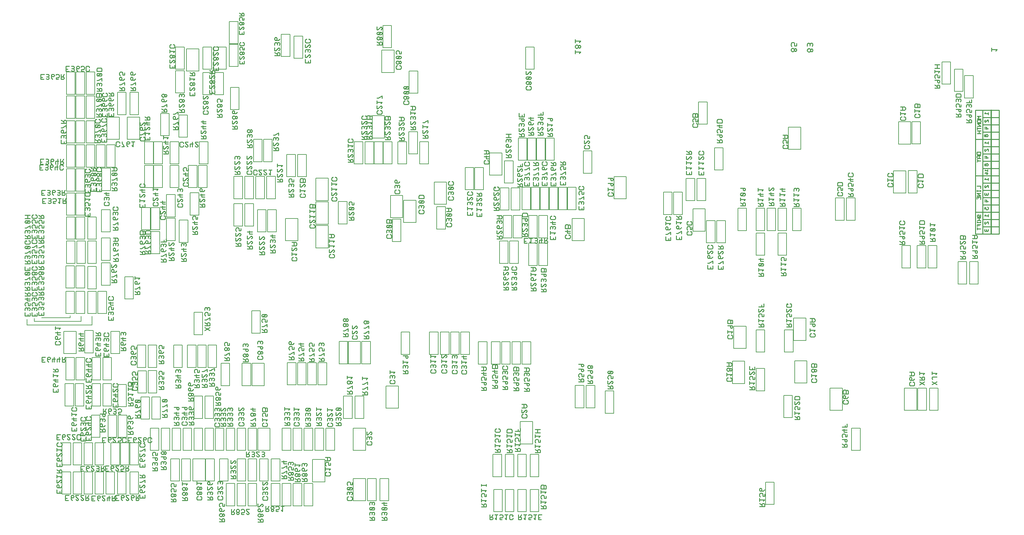
<source format=gbr>
%FSLAX34Y34*%
%MOMM*%
%LNSILK_BOTTOM*%
G71*
G01*
%ADD10C,0.254*%
%ADD11C,0.127*%
%ADD12C,0.203*%
%ADD13C,0.305*%
%LPD*%
G54D10*
X2198183Y-619092D02*
X2199575Y-619092D01*
X2201686Y-617009D01*
X2201686Y-614228D01*
X2199575Y-612117D01*
X2198183Y-612117D01*
X2190510Y-619808D01*
X2187711Y-619808D01*
X2187711Y-611429D01*
G54D10*
X2187711Y-628185D02*
X2201686Y-628185D01*
G54D10*
X2198183Y-647034D02*
X2201686Y-643565D01*
X2187711Y-643565D01*
G54D10*
X2194696Y-657537D02*
X2187711Y-653336D01*
G54D10*
X2187711Y-661728D02*
X2201686Y-661728D01*
X2201686Y-655427D01*
X2199575Y-653336D01*
X2196791Y-653336D01*
X2194696Y-655427D01*
X2194696Y-661728D01*
G54D11*
X2178574Y-1433360D02*
X2178574Y-1495593D01*
X2202704Y-1495593D01*
X2202704Y-1433360D01*
X2178574Y-1433360D01*
G54D11*
X2182638Y-669224D02*
X2182638Y-731454D01*
X2206768Y-731454D01*
X2206768Y-669224D01*
X2182638Y-669224D01*
G54D10*
X2561931Y-704830D02*
X2564370Y-704830D01*
X2566478Y-707296D01*
X2566478Y-712536D01*
X2564370Y-714616D01*
X2554601Y-714616D01*
X2552518Y-712536D01*
X2552518Y-707296D01*
X2554601Y-704830D01*
X2556707Y-704830D01*
G54D10*
X2552518Y-727898D02*
X2552518Y-719521D01*
G54D10*
X2562978Y-727182D02*
X2566478Y-723712D01*
X2552518Y-723712D01*
G54D10*
X2566478Y-735244D02*
X2566478Y-741157D01*
X2561586Y-741157D01*
X2561586Y-735244D01*
X2559490Y-732777D01*
X2554601Y-732777D01*
X2552518Y-736277D01*
X2552518Y-740481D01*
X2554601Y-742564D01*
G54D10*
X2561931Y-748144D02*
X2560181Y-750250D01*
X2560181Y-753049D01*
X2561931Y-755129D01*
X2564370Y-755129D01*
X2566478Y-753049D01*
X2566478Y-750250D01*
X2564370Y-748144D01*
X2552518Y-748144D01*
G54D10*
X2559490Y-765632D02*
X2552518Y-761426D01*
G54D10*
X2552518Y-769821D02*
X2566478Y-769821D01*
X2566478Y-763521D01*
X2564370Y-761426D01*
X2561586Y-761426D01*
X2559490Y-763521D01*
X2559490Y-769821D01*
G54D11*
X2569526Y-627040D02*
X2569526Y-564810D01*
X2535236Y-564810D01*
X2535236Y-627040D01*
X2569526Y-627040D01*
G54D11*
X2549460Y-428137D02*
X2549460Y-490380D01*
X2583750Y-490380D01*
X2583750Y-428137D01*
X2549460Y-428137D01*
G54D10*
X2829800Y-476781D02*
X2808210Y-476781D01*
X2784080Y-476781D01*
X2784080Y-497103D01*
X2808210Y-497103D01*
X2829800Y-497103D01*
X2829800Y-476781D01*
X2829800Y-456468D01*
X2808210Y-456468D01*
X2784080Y-456468D01*
X2784080Y-476781D01*
X2763734Y-476781D01*
X2763734Y-395491D01*
X2784080Y-395491D01*
X2784080Y-415813D01*
X2784080Y-436141D01*
X2784080Y-456468D01*
G54D10*
X2738715Y-430174D02*
X2752685Y-430174D01*
X2752685Y-423865D01*
X2750577Y-421782D01*
X2747783Y-421782D01*
X2745700Y-423865D01*
X2745700Y-430174D01*
G54D11*
X2610674Y-427886D02*
X2586544Y-427886D01*
X2586544Y-490118D01*
X2610674Y-490118D01*
X2610674Y-427886D01*
G54D10*
X2791598Y-423532D02*
X2790582Y-423532D01*
X2789084Y-425064D01*
X2789084Y-427103D01*
X2790582Y-428617D01*
X2791598Y-428617D01*
X2797212Y-423034D01*
X2799218Y-423034D01*
X2799218Y-429128D01*
G54D10*
X2791598Y-402712D02*
X2789084Y-405244D01*
X2799218Y-405244D01*
G54D10*
X2784080Y-497103D02*
X2784080Y-517431D01*
X2784080Y-537759D01*
X2784080Y-558071D01*
X2784080Y-578396D01*
X2763734Y-578396D01*
X2763734Y-476781D01*
G54D10*
X2763734Y-578396D02*
X2763734Y-680014D01*
X2784080Y-680014D01*
X2784080Y-700339D01*
X2784080Y-720667D01*
X2784080Y-740976D01*
X2763734Y-740976D01*
X2763734Y-680014D01*
G54D10*
X2789312Y-443100D02*
X2795434Y-443100D01*
X2795434Y-449191D01*
G54D10*
X2791344Y-484236D02*
X2788804Y-486771D01*
X2798964Y-486771D01*
G54D10*
X2792360Y-467738D02*
X2790836Y-469270D01*
X2789795Y-469270D01*
X2788296Y-467738D01*
X2788296Y-465714D01*
X2789795Y-464182D01*
X2790836Y-464182D01*
X2792360Y-465714D01*
X2792360Y-467738D01*
X2794367Y-469778D01*
X2796424Y-469778D01*
X2798456Y-467738D01*
X2798456Y-465714D01*
X2796424Y-463674D01*
X2794367Y-463674D01*
X2792360Y-465714D01*
G54D10*
X2788804Y-524639D02*
X2794900Y-524639D01*
X2794900Y-530746D01*
G54D10*
X2791344Y-504838D02*
X2790303Y-504838D01*
X2788804Y-506354D01*
X2788804Y-508394D01*
X2790303Y-509907D01*
X2791344Y-509907D01*
X2796932Y-504327D01*
X2798964Y-504327D01*
X2798964Y-510418D01*
G54D10*
X2792868Y-549031D02*
X2791344Y-550560D01*
X2790303Y-550560D01*
X2788804Y-549031D01*
X2788804Y-547004D01*
X2790303Y-545475D01*
X2791344Y-545475D01*
X2792868Y-547004D01*
X2792868Y-549031D01*
X2794900Y-551068D01*
X2796932Y-551068D01*
X2798964Y-549031D01*
X2798964Y-547004D01*
X2796932Y-544965D01*
X2794900Y-544965D01*
X2792868Y-547004D01*
G54D10*
X2778644Y-460532D02*
X2768510Y-460532D01*
G54D10*
X2773564Y-453410D02*
X2773564Y-460532D01*
G54D10*
X2778644Y-453410D02*
X2768510Y-453410D01*
G54D10*
X2768510Y-446809D02*
X2778644Y-446809D01*
G54D10*
X2778644Y-433095D02*
X2768510Y-433095D01*
X2778644Y-440207D01*
X2768510Y-440207D01*
G54D10*
X2768510Y-443761D02*
X2768510Y-449854D01*
G54D10*
X2784080Y-537759D02*
X2808210Y-537759D01*
X2829800Y-537759D01*
X2829800Y-558071D01*
X2829800Y-578396D01*
X2808210Y-578396D01*
X2784080Y-578396D01*
X2784080Y-598721D01*
X2784080Y-619049D01*
X2784080Y-639376D01*
X2784080Y-659686D01*
X2784080Y-680014D01*
X2808210Y-680014D01*
X2829800Y-680014D01*
X2829800Y-700339D01*
X2829800Y-720667D01*
X2808210Y-720667D01*
X2784080Y-720667D01*
G54D10*
X2791344Y-586100D02*
X2788804Y-588637D01*
X2798964Y-588637D01*
G54D10*
X2789769Y-571975D02*
X2791674Y-570072D01*
X2796246Y-570072D01*
X2797389Y-571215D01*
X2797389Y-573326D01*
X2796246Y-574634D01*
X2795103Y-574634D01*
X2793960Y-573326D01*
X2793960Y-571215D01*
X2795103Y-570072D01*
G54D10*
X2797389Y-562069D02*
X2797389Y-566641D01*
G54D10*
X2791674Y-562452D02*
X2789769Y-564355D01*
X2797389Y-564355D01*
G54D10*
X2784080Y-415813D02*
X2808210Y-415813D01*
X2829800Y-415813D01*
X2829800Y-395491D01*
X2808210Y-395491D01*
X2784080Y-395491D01*
G54D10*
X2784080Y-436141D02*
X2808210Y-436141D01*
X2829800Y-436141D01*
X2829800Y-456468D01*
G54D10*
X2799218Y-402201D02*
X2799218Y-408292D01*
G54D10*
X2799498Y-447164D02*
X2789312Y-447164D01*
G54D10*
X2798964Y-483723D02*
X2798964Y-489816D01*
G54D10*
X2791598Y-606427D02*
X2790582Y-606427D01*
X2789084Y-607941D01*
X2789084Y-609984D01*
X2790582Y-611497D01*
X2791598Y-611497D01*
X2797212Y-605914D01*
X2799218Y-605914D01*
X2799218Y-612008D01*
G54D10*
X2790303Y-627001D02*
X2788804Y-628515D01*
X2788804Y-631065D01*
X2790303Y-632582D01*
X2792360Y-632582D01*
X2793859Y-631065D01*
X2793859Y-627758D01*
G54D10*
X2793859Y-631065D02*
X2795637Y-632582D01*
X2797415Y-632582D01*
X2798964Y-631065D01*
X2798964Y-628515D01*
X2798964Y-627001D01*
G54D11*
X2576892Y-626547D02*
X2601047Y-626547D01*
X2601047Y-564299D01*
X2576892Y-564299D01*
X2576892Y-626547D01*
G54D10*
X2778111Y-523070D02*
X2769983Y-523070D01*
X2767951Y-524848D01*
X2767951Y-528152D01*
X2769983Y-530177D01*
X2778111Y-530177D01*
G54D10*
X2778111Y-512912D02*
X2767951Y-512912D01*
X2767951Y-518246D01*
X2769500Y-520024D01*
X2776612Y-520024D01*
X2778111Y-518246D01*
X2778111Y-512912D01*
G54D10*
X2774047Y-523070D02*
X2774047Y-530177D01*
G54D10*
X2767951Y-533733D02*
X2771507Y-536791D01*
X2767951Y-539839D01*
G54D10*
X2771507Y-536791D02*
X2778111Y-536791D01*
G54D10*
X2784080Y-598721D02*
X2808210Y-598721D01*
X2829800Y-598721D01*
X2829800Y-578396D01*
G54D10*
X2829800Y-537759D02*
X2829800Y-517431D01*
X2808210Y-517431D01*
X2784080Y-517431D01*
G54D10*
X2829800Y-558071D02*
X2808210Y-558071D01*
X2784080Y-558071D01*
G54D10*
X2798964Y-585589D02*
X2798964Y-591680D01*
G54D10*
X2798964Y-528703D02*
X2788804Y-528703D01*
G54D10*
X2791344Y-707751D02*
X2790303Y-707751D01*
X2788804Y-709282D01*
X2788804Y-711307D01*
X2790303Y-712838D01*
X2791344Y-712838D01*
X2796932Y-707243D01*
X2798964Y-707243D01*
X2798964Y-713346D01*
G54D10*
X2790303Y-728078D02*
X2788804Y-729610D01*
X2788804Y-732142D01*
X2790303Y-733659D01*
X2792360Y-733659D01*
X2793859Y-732142D01*
X2793859Y-728838D01*
G54D10*
X2793859Y-732142D02*
X2795637Y-733659D01*
X2797415Y-733659D01*
X2798964Y-732142D01*
X2798964Y-729610D01*
X2798964Y-728078D01*
G54D10*
X2791598Y-687428D02*
X2789084Y-689976D01*
X2799218Y-689976D01*
G54D10*
X2789084Y-671429D02*
X2789084Y-667116D01*
X2792614Y-667116D01*
X2792614Y-671429D01*
X2794164Y-673204D01*
X2797720Y-673204D01*
X2799218Y-670672D01*
X2799218Y-667608D01*
X2797720Y-666095D01*
G54D10*
X2789312Y-646305D02*
X2795434Y-646305D01*
X2795434Y-652396D01*
G54D10*
X2773691Y-696605D02*
X2773691Y-702833D01*
G54D10*
X2772091Y-693478D02*
X2770542Y-693478D01*
X2769221Y-692155D01*
X2769221Y-689259D01*
X2770542Y-688144D01*
X2772320Y-688144D01*
X2773691Y-689259D01*
X2773691Y-692155D01*
X2775215Y-693478D01*
X2776790Y-693478D01*
X2778111Y-692155D01*
X2778111Y-689259D01*
X2776790Y-688144D01*
G54D10*
X2778111Y-696605D02*
X2769221Y-696605D01*
G54D10*
X565499Y-592163D02*
X566888Y-592163D01*
X568999Y-590083D01*
X568999Y-587286D01*
X566888Y-585175D01*
X565499Y-585175D01*
X557823Y-592879D01*
X555024Y-592879D01*
X555024Y-584502D01*
G54D11*
X471710Y-549816D02*
X447564Y-549816D01*
X447564Y-612061D01*
X471710Y-612061D01*
X471710Y-549816D01*
G54D11*
X597452Y-612061D02*
X621582Y-612061D01*
X621582Y-549816D01*
X597452Y-549816D01*
X597452Y-612061D01*
G54D11*
X569510Y-612061D02*
X593637Y-612061D01*
X593637Y-549816D01*
X569510Y-549816D01*
X569510Y-612061D01*
G54D11*
X497104Y-549816D02*
X472974Y-549816D01*
X472974Y-612061D01*
X497104Y-612061D01*
X497104Y-549816D01*
G54D11*
X542830Y-549816D02*
X518700Y-549816D01*
X518700Y-612061D01*
X542830Y-612061D01*
X542830Y-549816D01*
G54D11*
X609388Y-959835D02*
X585258Y-959835D01*
X585258Y-1022071D01*
X609388Y-1022071D01*
X609388Y-959835D01*
G54D10*
X121011Y-820242D02*
X114025Y-816054D01*
G54D10*
X114025Y-824433D02*
X127985Y-824433D01*
X127985Y-818131D01*
X125876Y-816054D01*
X123092Y-816054D01*
X121011Y-818131D01*
X121011Y-824433D01*
G54D10*
X165839Y-814964D02*
X165839Y-823343D01*
X151866Y-823343D01*
X151866Y-813559D01*
G54D10*
X160258Y-823343D02*
X160258Y-818464D01*
G54D10*
X146795Y-814702D02*
X146795Y-823082D01*
X132821Y-823082D01*
X132821Y-813310D01*
G54D10*
X141200Y-823082D02*
X141200Y-818218D01*
G54D11*
X288540Y-822917D02*
X312670Y-822917D01*
X312670Y-760669D01*
X288540Y-760669D01*
X288540Y-822917D01*
G54D11*
X253744Y-760669D02*
X229601Y-760669D01*
X229601Y-822917D01*
X253744Y-822917D01*
X253744Y-760669D01*
G54D11*
X258057Y-822917D02*
X282187Y-822917D01*
X282187Y-760669D01*
X258057Y-760669D01*
X258057Y-822917D01*
G54D10*
X323597Y-457652D02*
X323597Y-450665D01*
X316610Y-454856D01*
X313813Y-456621D01*
X309625Y-456621D01*
G54D10*
X228843Y-455955D02*
X225343Y-459430D01*
X216951Y-459430D01*
X214870Y-457350D01*
X214870Y-453519D01*
X216951Y-451053D01*
X219059Y-451053D01*
X221140Y-453519D01*
X221140Y-457350D01*
X219059Y-459430D01*
G54D11*
X308603Y-425338D02*
X284473Y-425338D01*
X284473Y-487583D01*
X308603Y-487583D01*
X308603Y-425338D01*
G54D11*
X253744Y-425338D02*
X229601Y-425338D01*
X229601Y-487583D01*
X253744Y-487583D01*
X253744Y-425338D01*
G54D11*
X280161Y-425338D02*
X256032Y-425338D01*
X256032Y-487583D01*
X280161Y-487583D01*
X280161Y-425338D01*
G54D10*
X120502Y-893666D02*
X113515Y-889460D01*
G54D10*
X113515Y-897852D02*
X127488Y-897852D01*
X127488Y-891555D01*
X125380Y-889460D01*
X122582Y-889460D01*
X120502Y-891555D01*
X120502Y-897852D01*
G54D10*
X165839Y-888634D02*
X165839Y-897014D01*
X151866Y-897014D01*
X151866Y-887227D01*
G54D10*
X160258Y-897014D02*
X160258Y-892134D01*
G54D10*
X147291Y-889640D02*
X147291Y-898032D01*
X133331Y-898032D01*
X133331Y-888248D01*
G54D10*
X141710Y-898032D02*
X141710Y-893153D01*
G54D11*
X288540Y-894037D02*
X312670Y-894037D01*
X312670Y-831802D01*
X288540Y-831802D01*
X288540Y-894037D01*
G54D11*
X256032Y-559476D02*
X256032Y-621708D01*
X280161Y-621708D01*
X280161Y-559476D01*
X256032Y-559476D01*
G54D11*
X256032Y-492404D02*
X256032Y-554652D01*
X280161Y-554652D01*
X280161Y-492404D01*
X256032Y-492404D01*
G54D11*
X1790145Y-643303D02*
X1790145Y-581068D01*
X1755862Y-581068D01*
X1755862Y-643303D01*
X1790145Y-643303D01*
G54D11*
X1155064Y-1165095D02*
X1120763Y-1165095D01*
X1120763Y-1227330D01*
X1155064Y-1227330D01*
X1155064Y-1165095D01*
G54D11*
X1001881Y-1255784D02*
X1026011Y-1255784D01*
X1026011Y-1193551D01*
X1001881Y-1193551D01*
X1001881Y-1255784D01*
G54D11*
X1058533Y-1193551D02*
X1034391Y-1193551D01*
X1034391Y-1255784D01*
X1058533Y-1255784D01*
X1058533Y-1193551D01*
G54D11*
X1518080Y-829005D02*
X1542210Y-829005D01*
X1542210Y-766775D01*
X1518080Y-766775D01*
X1518080Y-829005D01*
G54D11*
X1489378Y-760669D02*
X1465233Y-760669D01*
X1465233Y-822917D01*
X1489378Y-822917D01*
X1489378Y-760669D01*
G54D11*
X1546523Y-829005D02*
X1570666Y-829005D01*
X1570666Y-766775D01*
X1546523Y-766775D01*
X1546523Y-829005D01*
G54D10*
X2264660Y-209842D02*
X2264660Y-216319D01*
X2259326Y-216319D01*
X2259326Y-209842D01*
X2257040Y-207180D01*
X2251706Y-207180D01*
X2249420Y-210985D01*
X2249420Y-215560D01*
X2251706Y-217846D01*
G54D10*
X2258571Y-226225D02*
X2258571Y-229283D01*
X2260857Y-231559D01*
X2262374Y-231559D01*
X2264660Y-229283D01*
X2264660Y-226225D01*
X2262374Y-223939D01*
X2260857Y-223939D01*
X2258571Y-226225D01*
X2255523Y-223180D01*
X2252463Y-223180D01*
X2249420Y-226225D01*
X2249420Y-229283D01*
X2252463Y-232331D01*
X2255523Y-232331D01*
X2258571Y-229283D01*
G54D11*
X2276882Y-505112D02*
X2276882Y-442864D01*
X2242582Y-442864D01*
X2242582Y-505112D01*
X2276882Y-505112D01*
G54D11*
X2231406Y-1008609D02*
X2231406Y-1070851D01*
X2255536Y-1070851D01*
X2255536Y-1008609D01*
X2231406Y-1008609D01*
G54D11*
X2229382Y-1191511D02*
X2229382Y-1253759D01*
X2253512Y-1253759D01*
X2253512Y-1191511D01*
X2229382Y-1191511D01*
G54D11*
X745801Y-1018007D02*
X769944Y-1018007D01*
X769944Y-955771D01*
X745801Y-955771D01*
X745801Y-1018007D01*
G54D10*
X760726Y-571823D02*
X760726Y-574263D01*
X758285Y-576369D01*
X753050Y-576369D01*
X750939Y-574263D01*
X750939Y-564477D01*
X753050Y-562397D01*
X758285Y-562397D01*
X760726Y-564477D01*
X760726Y-566588D01*
G54D11*
X751148Y-477413D02*
X751148Y-539661D01*
X775278Y-539661D01*
X775278Y-477413D01*
X751148Y-477413D01*
G54D10*
X1223829Y-632554D02*
X1214045Y-632554D01*
X1211965Y-635020D01*
X1211965Y-642335D01*
X1225937Y-642335D01*
X1225937Y-635020D01*
X1223829Y-632554D01*
G54D10*
X1214045Y-654919D02*
X1223829Y-654919D01*
X1225937Y-652838D01*
X1225937Y-650042D01*
X1223829Y-647931D01*
X1214045Y-647931D01*
X1211965Y-650042D01*
X1211965Y-652838D01*
X1214045Y-654919D01*
X1223829Y-647931D01*
G54D10*
X1223829Y-668894D02*
X1225937Y-666798D01*
X1225937Y-663298D01*
X1223829Y-661218D01*
X1221030Y-661218D01*
X1218950Y-663298D01*
X1216511Y-661218D01*
X1214045Y-661218D01*
X1211965Y-663298D01*
X1211965Y-666798D01*
X1211965Y-668894D01*
G54D10*
X1221391Y-674474D02*
X1223829Y-674474D01*
X1225937Y-676940D01*
X1225937Y-682175D01*
X1223829Y-684256D01*
X1214045Y-684256D01*
X1211965Y-682175D01*
X1211965Y-676940D01*
X1214045Y-674474D01*
X1216151Y-674474D01*
G54D10*
X863431Y-774187D02*
X863431Y-764405D01*
G54D10*
X857835Y-774187D02*
X869011Y-774187D01*
X871808Y-771748D01*
X871808Y-767202D01*
X869011Y-764405D01*
X857835Y-764405D01*
G54D11*
X959453Y-717481D02*
X925153Y-717481D01*
X925153Y-779729D01*
X959453Y-779729D01*
X959453Y-717481D01*
G54D10*
X797630Y-746064D02*
X811602Y-746064D01*
G54D10*
X804615Y-763867D02*
X804615Y-759320D01*
X802176Y-757240D01*
X799707Y-757240D01*
X797630Y-759320D01*
X797630Y-762833D01*
X797630Y-764916D01*
G54D10*
X808100Y-778886D02*
X809494Y-778886D01*
X811602Y-776808D01*
X811602Y-774009D01*
X809494Y-771901D01*
X808100Y-771901D01*
X800426Y-779592D01*
X797630Y-779592D01*
X797630Y-771213D01*
G54D10*
X804615Y-789374D02*
X797630Y-785185D01*
G54D10*
X797630Y-793565D02*
X811602Y-793565D01*
X811602Y-787265D01*
X809494Y-785185D01*
X806695Y-785185D01*
X804615Y-787265D01*
X804615Y-793565D01*
G54D10*
X793563Y-562397D02*
X801955Y-562397D01*
G54D11*
X814648Y-735518D02*
X814648Y-673288D01*
X790518Y-673288D01*
X790518Y-735518D01*
X814648Y-735518D01*
G54D11*
X812110Y-642544D02*
X812110Y-580296D01*
X787980Y-580296D01*
X787980Y-642544D01*
X812110Y-642544D01*
G54D11*
X803225Y-539661D02*
X803225Y-477413D01*
X779080Y-477413D01*
X779080Y-539661D01*
X803225Y-539661D01*
G54D10*
X501682Y-1353462D02*
X501682Y-1350675D01*
X498882Y-1347881D01*
X496086Y-1347881D01*
X493289Y-1350675D01*
X493289Y-1353462D01*
X496086Y-1356258D01*
X498882Y-1356258D01*
X501682Y-1353462D01*
X503762Y-1355540D01*
X505151Y-1355540D01*
X507262Y-1353462D01*
X507262Y-1350675D01*
X505151Y-1348555D01*
X503762Y-1348555D01*
X501682Y-1350675D01*
G54D10*
X482886Y-1352674D02*
X482886Y-1358603D01*
X477978Y-1358603D01*
X477978Y-1352674D01*
X475895Y-1350208D01*
X470993Y-1350208D01*
X468910Y-1353723D01*
X468910Y-1357909D01*
X470993Y-1359992D01*
G54D10*
X444572Y-1361770D02*
X445967Y-1361770D01*
X448077Y-1359687D01*
X448077Y-1356891D01*
X445967Y-1354785D01*
X444572Y-1354785D01*
X436901Y-1362486D01*
X434102Y-1362486D01*
X434102Y-1354094D01*
G54D10*
X678483Y-1276993D02*
X692456Y-1276993D01*
X692456Y-1270696D01*
X690348Y-1268616D01*
X687549Y-1268616D01*
X685471Y-1270696D01*
X685471Y-1276993D01*
G54D10*
X659687Y-1276993D02*
X673660Y-1276993D01*
X673660Y-1270696D01*
X671552Y-1268616D01*
X668753Y-1268616D01*
X666672Y-1270696D01*
X666672Y-1276993D01*
G54D10*
X652095Y-1268669D02*
X654534Y-1268669D01*
X656642Y-1271138D01*
X656642Y-1276360D01*
X654534Y-1278453D01*
X644750Y-1278453D01*
X642669Y-1276360D01*
X642669Y-1271138D01*
X644750Y-1268669D01*
X646855Y-1268669D01*
G54D11*
X644196Y-1282974D02*
X644196Y-1345207D01*
X668326Y-1345207D01*
X668326Y-1282974D01*
X644196Y-1282974D01*
G54D11*
X615740Y-1345207D02*
X639870Y-1345207D01*
X639870Y-1282974D01*
X615740Y-1282974D01*
X615740Y-1345207D01*
G54D11*
X698808Y-1282974D02*
X674681Y-1282974D01*
X674681Y-1345207D01*
X698808Y-1345207D01*
X698808Y-1282974D01*
G54D11*
X256032Y-626547D02*
X256032Y-688777D01*
X280161Y-688777D01*
X280161Y-626547D01*
X256032Y-626547D01*
G54D11*
X256032Y-693603D02*
X256032Y-755846D01*
X280161Y-755846D01*
X280161Y-693603D01*
X256032Y-693603D01*
G54D10*
X427115Y-905723D02*
X420130Y-901532D01*
G54D10*
X420130Y-909912D02*
X434102Y-909912D01*
X434102Y-903613D01*
X431994Y-901532D01*
X429195Y-901532D01*
X427115Y-903613D01*
X427115Y-909912D01*
G54D11*
X392182Y-922490D02*
X416327Y-922490D01*
X416327Y-860247D01*
X392182Y-860247D01*
X392182Y-922490D01*
G54D11*
X316996Y-900897D02*
X316996Y-963130D01*
X341126Y-963130D01*
X341126Y-900897D01*
X316996Y-900897D01*
G54D10*
X2730867Y-789307D02*
X2729114Y-791413D01*
X2729114Y-794197D01*
X2730867Y-796292D01*
X2733305Y-796292D01*
X2735413Y-794197D01*
X2735413Y-791413D01*
X2733305Y-789307D01*
X2721443Y-789307D01*
G54D10*
X2764649Y-787529D02*
X2762896Y-789635D01*
X2762896Y-792419D01*
X2764649Y-794514D01*
X2767087Y-794514D01*
X2769195Y-792419D01*
X2769195Y-789635D01*
X2767087Y-787529D01*
X2755225Y-787529D01*
G54D10*
X1509498Y-1238819D02*
X1510887Y-1238819D01*
X1512995Y-1236741D01*
X1512995Y-1233945D01*
X1510887Y-1231834D01*
X1509498Y-1231834D01*
X1501819Y-1239525D01*
X1499023Y-1239525D01*
X1499023Y-1231146D01*
G54D10*
X1345081Y-1088751D02*
X1336689Y-1088751D01*
X1336689Y-1080374D01*
G54D10*
X1331108Y-1083170D02*
X1345081Y-1083170D01*
G54D10*
X1341568Y-1102022D02*
X1345081Y-1098537D01*
X1331108Y-1098537D01*
G54D10*
X1342975Y-1115997D02*
X1345081Y-1113902D01*
X1345081Y-1110402D01*
X1342975Y-1108321D01*
X1340176Y-1108321D01*
X1338096Y-1110402D01*
X1338096Y-1114948D01*
G54D10*
X1340534Y-1121578D02*
X1342975Y-1121578D01*
X1345081Y-1124044D01*
X1345081Y-1129281D01*
X1342975Y-1131364D01*
X1333189Y-1131364D01*
X1331108Y-1129281D01*
X1331108Y-1124044D01*
X1333189Y-1121578D01*
X1335299Y-1121578D01*
G54D11*
X1353211Y-1076945D02*
X1353211Y-1014710D01*
X1329069Y-1014710D01*
X1329069Y-1076945D01*
X1353211Y-1076945D01*
G54D10*
X2711588Y-349697D02*
X2709505Y-352151D01*
X2709505Y-359468D01*
X2723475Y-359468D01*
X2723475Y-352151D01*
X2721367Y-349697D01*
X2711588Y-349697D01*
G54D11*
X2757511Y-299344D02*
X2733381Y-299344D01*
X2733381Y-361574D01*
X2757511Y-361574D01*
X2757511Y-299344D01*
G54D10*
X1244995Y-1086465D02*
X1244995Y-1078088D01*
G54D10*
X1255454Y-1085764D02*
X1258955Y-1082274D01*
X1244995Y-1082274D01*
G54D10*
X1244995Y-1100440D02*
X1244995Y-1092060D01*
G54D10*
X1255454Y-1099736D02*
X1258955Y-1096249D01*
X1244995Y-1096249D01*
G54D10*
X1251970Y-1112662D02*
X1251970Y-1108116D01*
X1249541Y-1106035D01*
X1247075Y-1106035D01*
X1244995Y-1108116D01*
X1244995Y-1111628D01*
X1244995Y-1113711D01*
G54D10*
X1254405Y-1119292D02*
X1256844Y-1119292D01*
X1258955Y-1121758D01*
X1258955Y-1126993D01*
X1256844Y-1129073D01*
X1247075Y-1129073D01*
X1244995Y-1126993D01*
X1244995Y-1121758D01*
X1247075Y-1119292D01*
X1249186Y-1119292D01*
G54D11*
X1241688Y-1014710D02*
X1241688Y-1076945D01*
X1265815Y-1076945D01*
X1265815Y-1014710D01*
X1241688Y-1014710D01*
G54D10*
X775003Y-1355872D02*
X779522Y-1355872D01*
X781628Y-1353434D01*
X781628Y-1350978D01*
X779522Y-1348887D01*
X776032Y-1348887D01*
X773926Y-1348887D01*
G54D10*
X773926Y-1360749D02*
X776032Y-1362860D01*
X779522Y-1362860D01*
X781628Y-1360749D01*
X781628Y-1357968D01*
X779522Y-1355872D01*
G54D10*
X759954Y-1359357D02*
X759954Y-1360749D01*
X762062Y-1362860D01*
X764861Y-1362860D01*
X766939Y-1360749D01*
X766939Y-1359357D01*
X759276Y-1351684D01*
X759276Y-1348887D01*
X767655Y-1348887D01*
G54D10*
X747056Y-1355872D02*
X751574Y-1355872D01*
X753685Y-1353434D01*
X753685Y-1350978D01*
X751574Y-1348887D01*
X748089Y-1348887D01*
X745979Y-1348887D01*
G54D10*
X745979Y-1360749D02*
X748089Y-1362860D01*
X751574Y-1362860D01*
X753685Y-1360749D01*
X753685Y-1357968D01*
X751574Y-1355872D01*
G54D10*
X735519Y-1355872D02*
X739710Y-1348887D01*
G54D10*
X731333Y-1348887D02*
X731333Y-1362860D01*
X737602Y-1362860D01*
X739710Y-1360749D01*
X739710Y-1357968D01*
X737602Y-1355872D01*
X731333Y-1355872D01*
G54D10*
X1580092Y-418531D02*
X1578327Y-420639D01*
X1578327Y-423438D01*
X1580092Y-425516D01*
X1582533Y-425516D01*
X1584638Y-423438D01*
X1584638Y-420639D01*
X1582533Y-418531D01*
X1570666Y-418531D01*
G54D10*
X1581126Y-439489D02*
X1584638Y-436016D01*
X1570666Y-436016D01*
G54D10*
X1581126Y-453464D02*
X1582533Y-453464D01*
X1584638Y-451383D01*
X1584638Y-448587D01*
X1582533Y-446476D01*
X1581126Y-446476D01*
X1573452Y-454177D01*
X1570666Y-454177D01*
X1570666Y-445790D01*
G54D10*
X1577653Y-463951D02*
X1570666Y-459763D01*
G54D10*
X1570666Y-468152D02*
X1584638Y-468152D01*
X1584638Y-461841D01*
X1582533Y-459763D01*
X1579734Y-459763D01*
X1577653Y-461841D01*
X1577653Y-468152D01*
G54D11*
X1565334Y-473608D02*
X1565334Y-535843D01*
X1589464Y-535843D01*
X1589464Y-473608D01*
X1565334Y-473608D01*
G54D11*
X1599619Y-673029D02*
X1599619Y-610794D01*
X1575489Y-610794D01*
X1575489Y-673029D01*
X1599619Y-673029D01*
G54D11*
X1550092Y-610794D02*
X1550092Y-673029D01*
X1574222Y-673029D01*
X1574222Y-610794D01*
X1550092Y-610794D01*
G54D10*
X540805Y-407477D02*
X540805Y-400492D01*
X533815Y-404696D01*
X531019Y-406443D01*
X526830Y-406443D01*
G54D10*
X540805Y-417980D02*
X537290Y-421452D01*
X528913Y-421452D01*
X526830Y-419369D01*
X526830Y-415539D01*
X528913Y-413073D01*
X531019Y-413073D01*
X533099Y-415539D01*
X533099Y-419369D01*
X531019Y-421452D01*
G54D10*
X540805Y-435425D02*
X540805Y-428440D01*
X533815Y-432628D01*
X531019Y-434391D01*
X526830Y-434391D01*
G54D10*
X526830Y-450113D02*
X540805Y-450113D01*
X540805Y-443817D01*
X538694Y-441721D01*
X535898Y-441721D01*
X533815Y-443817D01*
X533815Y-450113D01*
G54D11*
X533940Y-285618D02*
X533940Y-347866D01*
X558070Y-347866D01*
X558070Y-285618D01*
X533940Y-285618D01*
G54D11*
X533940Y-219570D02*
X533940Y-281816D01*
X558070Y-281816D01*
X558070Y-219570D01*
X533940Y-219570D01*
G54D11*
X518700Y-483766D02*
X518700Y-546014D01*
X542830Y-546014D01*
X542830Y-483766D01*
X518700Y-483766D01*
G54D11*
X227575Y-1148077D02*
X251705Y-1148077D01*
X251705Y-1085830D01*
X227575Y-1085830D01*
X227575Y-1148077D01*
G54D11*
X256032Y-1148077D02*
X280161Y-1148077D01*
X280161Y-1085830D01*
X256032Y-1085830D01*
X256032Y-1148077D01*
G54D11*
X324865Y-1085830D02*
X300735Y-1085830D01*
X300735Y-1148077D01*
X324865Y-1148077D01*
X324865Y-1085830D01*
G54D10*
X2053461Y-778586D02*
X2046477Y-774395D01*
G54D10*
X2046477Y-782772D02*
X2060446Y-782772D01*
X2060446Y-776475D01*
X2058341Y-774395D01*
X2055544Y-774395D01*
X2053461Y-776475D01*
X2053461Y-782772D01*
G54D10*
X2026426Y-772919D02*
X2028864Y-772919D01*
X2030972Y-775373D01*
X2030972Y-780611D01*
X2028864Y-782693D01*
X2019095Y-782693D01*
X2017000Y-780611D01*
X2017000Y-775373D01*
X2019095Y-772919D01*
X2021201Y-772919D01*
G54D11*
X2176286Y-738317D02*
X2152158Y-738317D01*
X2152158Y-800550D01*
X2176286Y-800550D01*
X2176286Y-738317D01*
G54D10*
X1500801Y-576621D02*
X1497301Y-580105D01*
X1488908Y-580105D01*
X1486828Y-578025D01*
X1486828Y-574180D01*
X1488908Y-571713D01*
X1491014Y-571713D01*
X1493110Y-574180D01*
X1493110Y-578025D01*
X1491014Y-580105D01*
G54D10*
X1545007Y-577063D02*
X1545007Y-570072D01*
X1538022Y-574263D01*
X1535225Y-576014D01*
X1531034Y-576014D01*
G54D10*
X1520105Y-576796D02*
X1520105Y-569811D01*
X1513120Y-573999D01*
X1510323Y-575765D01*
X1506132Y-575765D01*
G54D10*
X1569137Y-576039D02*
X1569137Y-569054D01*
X1562149Y-573240D01*
X1559350Y-574995D01*
X1555164Y-574995D01*
G54D11*
X1450862Y-599328D02*
X1474987Y-599328D01*
X1474987Y-537096D01*
X1450862Y-537096D01*
X1450862Y-599328D01*
G54D10*
X773804Y-1501615D02*
X775194Y-1501615D01*
X777302Y-1499532D01*
X777302Y-1496736D01*
X775194Y-1494625D01*
X773804Y-1494625D01*
X766126Y-1502331D01*
X763329Y-1502331D01*
X763329Y-1493952D01*
G54D10*
X777302Y-1512113D02*
X773804Y-1515587D01*
X765425Y-1515587D01*
X763329Y-1513507D01*
X763329Y-1509674D01*
X765425Y-1507211D01*
X767531Y-1507211D01*
X769613Y-1509674D01*
X769613Y-1513507D01*
X767531Y-1515587D01*
G54D10*
X775194Y-1522572D02*
X773804Y-1522572D01*
X771722Y-1524683D01*
X768925Y-1521884D01*
X766126Y-1521884D01*
X763329Y-1524683D01*
X763329Y-1527480D01*
X766126Y-1530279D01*
X768925Y-1530279D01*
X771722Y-1527480D01*
X773804Y-1529563D01*
X775194Y-1529563D01*
X777302Y-1527480D01*
X777302Y-1524683D01*
X775194Y-1522572D01*
G54D10*
X770314Y-1540060D02*
X763329Y-1535859D01*
G54D10*
X763329Y-1544251D02*
X777302Y-1544251D01*
X777302Y-1537950D01*
X775194Y-1535859D01*
X772410Y-1535859D01*
X770314Y-1537950D01*
X770314Y-1544251D01*
G54D10*
X936646Y-1233101D02*
X940144Y-1229616D01*
X926171Y-1229616D01*
G54D10*
X936646Y-1247074D02*
X938036Y-1247074D01*
X940144Y-1244994D01*
X940144Y-1242195D01*
X938036Y-1240089D01*
X936646Y-1240089D01*
X928968Y-1247780D01*
X926171Y-1247780D01*
X926171Y-1239403D01*
G54D10*
X933159Y-1260000D02*
X933159Y-1255453D01*
X930718Y-1253371D01*
X928252Y-1253371D01*
X926171Y-1255453D01*
X926171Y-1258966D01*
X926171Y-1261049D01*
G54D10*
X933159Y-1271537D02*
X926171Y-1267346D01*
G54D10*
X926171Y-1275723D02*
X940144Y-1275723D01*
X940144Y-1269426D01*
X938036Y-1267346D01*
X935237Y-1267346D01*
X933159Y-1269426D01*
X933159Y-1275723D01*
G54D11*
X949791Y-1432601D02*
X949791Y-1370355D01*
X915506Y-1370355D01*
X915506Y-1432601D01*
X949791Y-1432601D01*
G54D11*
X922615Y-1282974D02*
X922615Y-1345207D01*
X946745Y-1345207D01*
X946745Y-1282974D01*
X922615Y-1282974D01*
G54D10*
X652329Y-387111D02*
X655110Y-387111D01*
X657909Y-384315D01*
X657909Y-381516D01*
X655110Y-378734D01*
X652329Y-378734D01*
X649530Y-381516D01*
X649530Y-384315D01*
X652329Y-387111D01*
G54D10*
X657909Y-381516D02*
X659990Y-379407D01*
X661394Y-379407D01*
X663505Y-381516D01*
X663505Y-384315D01*
X661394Y-386395D01*
X659990Y-386395D01*
X657909Y-384315D01*
G54D10*
X554308Y-386657D02*
X555712Y-386657D01*
X557823Y-384576D01*
X557823Y-381777D01*
X555712Y-379669D01*
X554308Y-379669D01*
X546647Y-387358D01*
X543848Y-387358D01*
X543848Y-378981D01*
G54D10*
X621128Y-391726D02*
X622522Y-391726D01*
X624630Y-389649D01*
X624630Y-386862D01*
X622522Y-384754D01*
X621128Y-384754D01*
X613454Y-392443D01*
X610658Y-392443D01*
X610658Y-384063D01*
G54D11*
X711005Y-394096D02*
X711005Y-331854D01*
X686875Y-331854D01*
X686875Y-394096D01*
X711005Y-394096D01*
G54D10*
X583218Y-1161031D02*
X579718Y-1164519D01*
X571341Y-1164519D01*
X569246Y-1162423D01*
X569246Y-1158590D01*
X571341Y-1156124D01*
X573449Y-1156124D01*
X575532Y-1158590D01*
X575532Y-1162423D01*
X573449Y-1164519D01*
G54D10*
X583218Y-1175006D02*
X579718Y-1178491D01*
X571341Y-1178491D01*
X569246Y-1176396D01*
X569246Y-1172566D01*
X571341Y-1170099D01*
X573449Y-1170099D01*
X575532Y-1172566D01*
X575532Y-1176396D01*
X573449Y-1178491D01*
G54D10*
X572042Y-1193167D02*
X574841Y-1193167D01*
X577638Y-1190368D01*
X579718Y-1192451D01*
X581112Y-1192451D01*
X583218Y-1190368D01*
X583218Y-1187572D01*
X581112Y-1185461D01*
X579718Y-1185461D01*
X577638Y-1187572D01*
X574841Y-1184788D01*
X572042Y-1184788D01*
X569246Y-1187572D01*
X569246Y-1190368D01*
X572042Y-1193167D01*
G54D10*
X576233Y-1202949D02*
X569246Y-1198761D01*
G54D10*
X569246Y-1207140D02*
X583218Y-1207140D01*
X583218Y-1200843D01*
X581112Y-1198761D01*
X578329Y-1198761D01*
X576233Y-1200843D01*
X576233Y-1207140D01*
G54D11*
X566960Y-1051283D02*
X566960Y-1113531D01*
X591102Y-1113531D01*
X591102Y-1051283D01*
X566960Y-1051283D01*
G54D10*
X603091Y-1439893D02*
X606591Y-1436403D01*
X592616Y-1436403D01*
G54D10*
X595415Y-1454569D02*
X598212Y-1454569D01*
X601008Y-1451770D01*
X601008Y-1448986D01*
X598212Y-1446190D01*
X595415Y-1446190D01*
X592616Y-1448986D01*
X592616Y-1451770D01*
X595415Y-1454569D01*
G54D10*
X601008Y-1448986D02*
X603091Y-1446878D01*
X604483Y-1446878D01*
X606591Y-1448986D01*
X606591Y-1451770D01*
X604483Y-1453863D01*
X603091Y-1453863D01*
X601008Y-1451770D01*
G54D10*
X595415Y-1468542D02*
X598212Y-1468542D01*
X601008Y-1465745D01*
X601008Y-1462961D01*
X598212Y-1460162D01*
X595415Y-1460162D01*
X592616Y-1462961D01*
X592616Y-1465745D01*
X595415Y-1468542D01*
G54D10*
X601008Y-1462961D02*
X603091Y-1460850D01*
X604483Y-1460850D01*
X606591Y-1462961D01*
X606591Y-1465745D01*
X604483Y-1467835D01*
X603091Y-1467835D01*
X601008Y-1465745D01*
G54D10*
X602042Y-1473416D02*
X604483Y-1473416D01*
X606591Y-1475887D01*
X606591Y-1481122D01*
X604483Y-1483202D01*
X594712Y-1483202D01*
X592616Y-1481122D01*
X592616Y-1475887D01*
X594712Y-1473416D01*
X596822Y-1473416D01*
G54D11*
X582212Y-1368328D02*
X582212Y-1430561D01*
X616500Y-1430561D01*
X616500Y-1368328D01*
X582212Y-1368328D01*
G54D10*
X861899Y-1393325D02*
X861899Y-1399238D01*
X856995Y-1399238D01*
X856995Y-1393325D01*
X854914Y-1390861D01*
X850007Y-1390861D01*
X847924Y-1394358D01*
X847924Y-1398549D01*
X850007Y-1400645D01*
G54D10*
X866725Y-1390048D02*
X866725Y-1381671D01*
G54D11*
X324865Y-1159004D02*
X300735Y-1159004D01*
X300735Y-1221237D01*
X324865Y-1221237D01*
X324865Y-1159004D01*
G54D11*
X355347Y-1159004D02*
X331217Y-1159004D01*
X331217Y-1221237D01*
X355347Y-1221237D01*
X355347Y-1159004D01*
G54D11*
X396757Y-1160782D02*
X372627Y-1160782D01*
X372627Y-1223015D01*
X396757Y-1223015D01*
X396757Y-1160782D01*
G54D12*
X119730Y-978758D02*
X119730Y-995020D01*
X300610Y-995020D01*
X300610Y-970628D01*
G54D10*
X277116Y-1025251D02*
X268723Y-1025251D01*
X268723Y-1016858D01*
G54D10*
X263143Y-1019658D02*
X277116Y-1019658D01*
G54D10*
X277116Y-1039226D02*
X268723Y-1039226D01*
X268723Y-1030834D01*
G54D10*
X263143Y-1033630D02*
X277116Y-1033630D01*
G54D10*
X277116Y-1048997D02*
X273602Y-1052482D01*
X265223Y-1052482D01*
X263143Y-1050402D01*
X263143Y-1046556D01*
X265223Y-1044105D01*
X267332Y-1044105D01*
X269412Y-1046556D01*
X269412Y-1050402D01*
X267332Y-1052482D01*
G54D10*
X263143Y-1067158D02*
X277116Y-1067158D01*
X277116Y-1060861D01*
X275007Y-1058779D01*
X272210Y-1058779D01*
X270129Y-1060861D01*
X270129Y-1067158D01*
G54D11*
X280161Y-963130D02*
X280161Y-900897D01*
X256032Y-900897D01*
X256032Y-963130D01*
X280161Y-963130D01*
G54D10*
X1968534Y-532092D02*
X1969923Y-532092D01*
X1972034Y-530001D01*
X1972034Y-527218D01*
X1969923Y-525107D01*
X1968534Y-525107D01*
X1960858Y-532798D01*
X1958074Y-532798D01*
X1958074Y-524421D01*
G54D10*
X2002570Y-532590D02*
X2003977Y-532590D01*
X2006085Y-530509D01*
X2006085Y-527726D01*
X2003977Y-525615D01*
X2002570Y-525615D01*
X1994907Y-533306D01*
X1992110Y-533306D01*
X1992110Y-524929D01*
G54D11*
X2036306Y-562785D02*
X2060446Y-562785D01*
X2060446Y-500537D01*
X2036306Y-500537D01*
X2036306Y-562785D01*
G54D11*
X2010645Y-733494D02*
X2010645Y-671251D01*
X1976362Y-671251D01*
X1976362Y-733494D01*
X2010645Y-733494D01*
G54D11*
X1981186Y-648139D02*
X1981186Y-585892D01*
X1957056Y-585892D01*
X1957056Y-648139D01*
X1981186Y-648139D01*
G54D10*
X371029Y-687812D02*
X373137Y-685731D01*
X373137Y-682219D01*
X371029Y-680136D01*
X368232Y-680136D01*
X366150Y-682219D01*
X363711Y-680136D01*
X361245Y-680136D01*
X359165Y-682219D01*
X359165Y-685731D01*
X359165Y-687812D01*
G54D11*
X351281Y-673288D02*
X327153Y-673288D01*
X327153Y-735518D01*
X351281Y-735518D01*
X351281Y-673288D01*
G54D10*
X481410Y-619354D02*
X484910Y-615866D01*
X470937Y-615866D01*
G54D10*
X484910Y-634027D02*
X476530Y-634027D01*
X476530Y-625650D01*
G54D10*
X470937Y-628447D02*
X484910Y-628447D01*
G54D10*
X481410Y-647299D02*
X482799Y-647299D01*
X484910Y-645218D01*
X484910Y-642422D01*
X482799Y-640311D01*
X481410Y-640311D01*
X473734Y-648002D01*
X470937Y-648002D01*
X470937Y-639623D01*
G54D10*
X480363Y-652882D02*
X482799Y-652882D01*
X484910Y-655345D01*
X484910Y-660583D01*
X482799Y-662663D01*
X473018Y-662663D01*
X470937Y-660583D01*
X470937Y-655345D01*
X473018Y-652882D01*
X475128Y-652882D01*
G54D11*
X489484Y-796486D02*
X489484Y-734253D01*
X465354Y-734253D01*
X465354Y-796486D01*
X489484Y-796486D01*
G54D11*
X489484Y-729430D02*
X489484Y-667182D01*
X465354Y-667182D01*
X465354Y-729430D01*
X489484Y-729430D01*
G54D10*
X592753Y-1153825D02*
X592753Y-1149279D01*
X590317Y-1147183D01*
X587851Y-1147183D01*
X585768Y-1149279D01*
X585768Y-1152776D01*
X585768Y-1154859D01*
G54D10*
X597633Y-1154859D02*
X599743Y-1152776D01*
X599743Y-1149279D01*
X597633Y-1147183D01*
X594836Y-1147183D01*
X592753Y-1149279D01*
G54D10*
X614597Y-1152804D02*
X614597Y-1148258D01*
X612156Y-1146177D01*
X609690Y-1146177D01*
X607610Y-1148258D01*
X607610Y-1151758D01*
X607610Y-1153838D01*
G54D10*
X619477Y-1153838D02*
X621582Y-1151758D01*
X621582Y-1148258D01*
X619477Y-1146177D01*
X616680Y-1146177D01*
X614597Y-1148258D01*
G54D11*
X660444Y-1164338D02*
X684589Y-1164338D01*
X684589Y-1102093D01*
X660444Y-1102093D01*
X660444Y-1164338D01*
G54D10*
X298200Y-1274333D02*
X289807Y-1274333D01*
X289807Y-1265956D01*
G54D10*
X281098Y-1275146D02*
X283206Y-1273063D01*
X283206Y-1269550D01*
X281098Y-1267473D01*
X278301Y-1267473D01*
X276220Y-1269550D01*
X273781Y-1267473D01*
X271314Y-1267473D01*
X269233Y-1269550D01*
X269233Y-1273063D01*
X269233Y-1275146D01*
G54D10*
X257809Y-1271920D02*
X254295Y-1275395D01*
X245917Y-1275395D01*
X243836Y-1273315D01*
X243836Y-1269484D01*
X245917Y-1267018D01*
X248025Y-1267018D01*
X250106Y-1269484D01*
X250106Y-1273315D01*
X248025Y-1275395D01*
G54D11*
X322840Y-1246386D02*
X298710Y-1246386D01*
X298710Y-1308633D01*
X322840Y-1308633D01*
X322840Y-1246386D01*
G54D10*
X255949Y-1480914D02*
X255949Y-1482306D01*
X258057Y-1484417D01*
X260855Y-1484417D01*
X262936Y-1482306D01*
X262936Y-1480914D01*
X255260Y-1473241D01*
X255260Y-1470444D01*
X263652Y-1470444D01*
G54D10*
X268392Y-1310424D02*
X268392Y-1312865D01*
X265954Y-1314971D01*
X260731Y-1314971D01*
X258622Y-1312865D01*
X258622Y-1303094D01*
X260731Y-1301011D01*
X265954Y-1301011D01*
X268392Y-1303094D01*
X268392Y-1305202D01*
G54D11*
X272031Y-1467147D02*
X272031Y-1404904D01*
X247901Y-1404904D01*
X247901Y-1467147D01*
X272031Y-1467147D01*
G54D11*
X272031Y-1385857D02*
X272031Y-1323614D01*
X247901Y-1323614D01*
X247901Y-1385857D01*
X272031Y-1385857D01*
G54D10*
X493937Y-1158895D02*
X493937Y-1154346D01*
X491496Y-1152266D01*
X489030Y-1152266D01*
X486950Y-1154346D01*
X486950Y-1157861D01*
X486950Y-1159942D01*
G54D10*
X498801Y-1159942D02*
X500909Y-1157861D01*
X500909Y-1154346D01*
X498801Y-1152266D01*
X496015Y-1152266D01*
X493937Y-1154346D01*
G54D11*
X457224Y-1184651D02*
X481354Y-1184651D01*
X481354Y-1122418D01*
X457224Y-1122418D01*
X457224Y-1184651D01*
G54D11*
X428522Y-1184912D02*
X452652Y-1184912D01*
X452652Y-1122667D01*
X428522Y-1122667D01*
X428522Y-1184912D01*
G54D11*
X1208917Y-286390D02*
X1184789Y-286390D01*
X1184789Y-348623D01*
X1208917Y-348623D01*
X1208917Y-286390D01*
G54D11*
X337062Y-492404D02*
X312932Y-492404D01*
X312932Y-554652D01*
X337062Y-554652D01*
X337062Y-492404D01*
G54D11*
X341387Y-554652D02*
X365517Y-554652D01*
X365517Y-492404D01*
X341387Y-492404D01*
X341387Y-554652D01*
G54D11*
X472974Y-483766D02*
X472974Y-546014D01*
X497104Y-546014D01*
X497104Y-483766D01*
X472974Y-483766D01*
G54D10*
X529368Y-1274211D02*
X543340Y-1274211D01*
X543340Y-1267915D01*
X541232Y-1265817D01*
X538433Y-1265817D01*
X536353Y-1267915D01*
X536353Y-1274211D01*
G54D11*
X524280Y-1282974D02*
X524280Y-1345207D01*
X548425Y-1345207D01*
X548425Y-1282974D01*
X524280Y-1282974D01*
G54D10*
X570528Y-1273698D02*
X584488Y-1273698D01*
X584488Y-1267402D01*
X582380Y-1265306D01*
X579596Y-1265306D01*
X577513Y-1267402D01*
X577513Y-1273698D01*
G54D10*
X560894Y-1264851D02*
X563335Y-1264851D01*
X565443Y-1267320D01*
X565443Y-1272555D01*
X563335Y-1274638D01*
X553551Y-1274638D01*
X551468Y-1272555D01*
X551468Y-1267320D01*
X553551Y-1264851D01*
X555659Y-1264851D01*
G54D11*
X585258Y-1345207D02*
X609388Y-1345207D01*
X609388Y-1282974D01*
X585258Y-1282974D01*
X585258Y-1345207D01*
G54D11*
X578908Y-1345207D02*
X578908Y-1282974D01*
X554778Y-1282974D01*
X554778Y-1345207D01*
X578908Y-1345207D01*
G54D11*
X1650427Y-673029D02*
X1650427Y-610794D01*
X1626297Y-610794D01*
X1626297Y-673029D01*
X1650427Y-673029D01*
G54D11*
X1673287Y-759912D02*
X1673287Y-697667D01*
X1639005Y-697667D01*
X1639005Y-759912D01*
X1673287Y-759912D01*
G54D11*
X2253758Y-731454D02*
X2277903Y-731454D01*
X2277903Y-669224D01*
X2253758Y-669224D01*
X2253758Y-731454D01*
G54D10*
X391176Y-291821D02*
X391176Y-297746D01*
X386269Y-297746D01*
X386269Y-291821D01*
X384189Y-289354D01*
X379284Y-289354D01*
X377204Y-292867D01*
X377204Y-297056D01*
X379284Y-299136D01*
G54D10*
X391176Y-308232D02*
X387663Y-311719D01*
X379284Y-311719D01*
X377204Y-309624D01*
X377204Y-305793D01*
X379284Y-303327D01*
X381390Y-303327D01*
X383472Y-305793D01*
X383472Y-309624D01*
X381390Y-311719D01*
G54D10*
X391176Y-325679D02*
X391176Y-318704D01*
X384189Y-322895D01*
X381390Y-324645D01*
X377204Y-324645D01*
G54D10*
X377204Y-340368D02*
X391176Y-340368D01*
X391176Y-334071D01*
X389068Y-331991D01*
X386269Y-331991D01*
X384189Y-334071D01*
X384189Y-340368D01*
G54D10*
X383472Y-497616D02*
X390460Y-497616D01*
X386269Y-490631D01*
X384549Y-487832D01*
X384549Y-483641D01*
G54D11*
X396000Y-408318D02*
X396000Y-346088D01*
X371870Y-346088D01*
X371870Y-408318D01*
X396000Y-408318D01*
G54D10*
X621128Y-363794D02*
X622522Y-363794D01*
X624630Y-361701D01*
X624630Y-358917D01*
X622522Y-356809D01*
X621128Y-356809D01*
X613454Y-364498D01*
X610658Y-364498D01*
X610658Y-356121D01*
G54D10*
X624630Y-375674D02*
X622522Y-377767D01*
X621128Y-377767D01*
X619047Y-375674D01*
X616253Y-378473D01*
X613454Y-378473D01*
X610658Y-375674D01*
X610658Y-372892D01*
X613454Y-370093D01*
X616253Y-370093D01*
X619047Y-372892D01*
X621128Y-370782D01*
X622522Y-370782D01*
X624630Y-372892D01*
X624630Y-375674D01*
G54D11*
X634290Y-281816D02*
X634290Y-219570D01*
X610147Y-219570D01*
X610147Y-281816D01*
X634290Y-281816D01*
G54D11*
X634290Y-352948D02*
X634290Y-290706D01*
X610147Y-290706D01*
X610147Y-352948D01*
X634290Y-352948D01*
G54D10*
X1030835Y-653567D02*
X1030835Y-659496D01*
X1025927Y-659496D01*
X1025927Y-653567D01*
X1023850Y-651104D01*
X1018942Y-651104D01*
X1016860Y-654616D01*
X1016860Y-658805D01*
X1018942Y-660885D01*
G54D11*
X1132960Y-695640D02*
X1167261Y-695640D01*
X1167261Y-633392D01*
X1132960Y-633392D01*
X1132960Y-695640D01*
G54D11*
X1011790Y-650923D02*
X987647Y-650923D01*
X987647Y-713171D01*
X1011790Y-713171D01*
X1011790Y-650923D01*
G54D11*
X1169531Y-709102D02*
X1203832Y-709102D01*
X1203832Y-646859D01*
X1169531Y-646859D01*
X1169531Y-709102D01*
G54D10*
X1647534Y-207665D02*
X1647534Y-198514D01*
G54D10*
X1647534Y-238145D02*
X1647534Y-228994D01*
G54D10*
X1658972Y-214511D02*
X1656683Y-216799D01*
X1653625Y-213754D01*
X1650579Y-213754D01*
X1647534Y-216799D01*
X1647534Y-219860D01*
X1650579Y-222905D01*
X1653625Y-222905D01*
X1656683Y-219860D01*
X1658972Y-222146D01*
X1660485Y-222146D01*
X1662774Y-219860D01*
X1662774Y-216799D01*
X1660485Y-214511D01*
X1658972Y-214511D01*
G54D10*
X1658972Y-206893D02*
X1662774Y-203088D01*
X1647534Y-203088D01*
G54D10*
X1658972Y-237386D02*
X1662774Y-233568D01*
X1647534Y-233568D01*
G54D10*
X1656683Y-219860D02*
X1656683Y-216799D01*
G54D10*
X2302597Y-216139D02*
X2302597Y-211193D01*
X2299923Y-208902D01*
X2297248Y-208902D01*
X2294977Y-211193D01*
X2294977Y-214996D01*
X2294977Y-217282D01*
G54D10*
X2304114Y-227190D02*
X2304114Y-230248D01*
X2306400Y-232522D01*
X2307931Y-232522D01*
X2310217Y-230248D01*
X2310217Y-227190D01*
X2307931Y-224902D01*
X2306400Y-224902D01*
X2304114Y-227190D01*
X2301066Y-224142D01*
X2298023Y-224142D01*
X2294977Y-227190D01*
X2294977Y-230248D01*
X2298023Y-233294D01*
X2301066Y-233294D01*
X2304114Y-230248D01*
G54D10*
X2307931Y-217282D02*
X2310217Y-214996D01*
X2310217Y-211193D01*
X2307931Y-208902D01*
X2304873Y-208902D01*
X2302597Y-211193D01*
G54D10*
X2604121Y-406596D02*
X2606559Y-406596D01*
X2608667Y-409062D01*
X2608667Y-414287D01*
X2606559Y-416382D01*
X2596780Y-416382D01*
X2594697Y-414287D01*
X2594697Y-409062D01*
X2596780Y-406596D01*
X2598863Y-406596D01*
G54D10*
X2564217Y-413954D02*
X2566658Y-413954D01*
X2568764Y-416420D01*
X2568764Y-421660D01*
X2566658Y-423741D01*
X2556887Y-423741D01*
X2554791Y-421660D01*
X2554791Y-416420D01*
X2556887Y-413954D01*
X2558995Y-413954D01*
G54D10*
X2565266Y-408374D02*
X2568764Y-404889D01*
X2554791Y-404889D01*
G54D10*
X2554791Y-409090D02*
X2554791Y-400698D01*
G54D10*
X2554791Y-395793D02*
X2565980Y-395793D01*
X2568764Y-393352D01*
X2568764Y-388805D01*
X2565980Y-386022D01*
X2554791Y-386022D01*
G54D10*
X2560387Y-395793D02*
X2560387Y-386022D01*
G54D10*
X2603054Y-380042D02*
X2600946Y-377960D01*
X2596780Y-377960D01*
X2594697Y-380042D01*
X2594697Y-388435D01*
X2608667Y-388435D01*
X2608667Y-380042D01*
X2607245Y-378648D01*
X2604121Y-378648D01*
X2603054Y-380042D01*
X2603054Y-388435D01*
G54D10*
X2605137Y-401000D02*
X2608667Y-397530D01*
X2594697Y-397530D01*
G54D10*
X2594697Y-401716D02*
X2594697Y-393339D01*
G54D10*
X1613716Y-543601D02*
X1606729Y-539412D01*
G54D10*
X1606729Y-547792D02*
X1620704Y-547792D01*
X1620704Y-541490D01*
X1618593Y-539412D01*
X1615809Y-539412D01*
X1613716Y-541490D01*
X1613716Y-547792D01*
G54D10*
X1620704Y-555137D02*
X1620704Y-561045D01*
X1615809Y-561045D01*
X1615809Y-555137D01*
X1613716Y-552666D01*
X1608824Y-552666D01*
X1606729Y-556171D01*
X1606729Y-560357D01*
X1608824Y-562452D01*
G54D10*
X1620704Y-575018D02*
X1620704Y-568033D01*
X1613716Y-572221D01*
X1610935Y-573974D01*
X1606729Y-573974D01*
G54D10*
X1613716Y-587944D02*
X1613716Y-583397D01*
X1611275Y-581320D01*
X1608824Y-581320D01*
X1606729Y-583397D01*
X1606729Y-586910D01*
X1606729Y-588993D01*
G54D10*
X1618593Y-588993D02*
X1620704Y-586910D01*
X1620704Y-583397D01*
X1618593Y-581320D01*
X1615809Y-581320D01*
X1613716Y-583397D01*
G54D10*
X1615121Y-604360D02*
X1615121Y-599481D01*
G54D10*
X1606729Y-594589D02*
X1606729Y-604360D01*
X1620704Y-604360D01*
X1620704Y-595980D01*
G54D11*
X1600887Y-610794D02*
X1600887Y-673029D01*
X1625032Y-673029D01*
X1625032Y-610794D01*
X1600887Y-610794D01*
G54D10*
X1634166Y-738828D02*
X1625786Y-738828D01*
X1625786Y-730435D01*
G54D10*
X1620193Y-733232D02*
X1634166Y-733232D01*
G54D10*
X1629617Y-743707D02*
X1632058Y-743707D01*
X1634166Y-746158D01*
X1634166Y-751393D01*
X1632058Y-753476D01*
X1622286Y-753476D01*
X1620193Y-751393D01*
X1620193Y-746158D01*
X1622286Y-743707D01*
X1624397Y-743707D01*
G54D10*
X1628583Y-725543D02*
X1628583Y-717149D01*
X1626477Y-715071D01*
X1622286Y-715071D01*
X1620193Y-717149D01*
X1620193Y-725543D01*
X1634166Y-725543D01*
X1634166Y-717149D01*
X1632774Y-715759D01*
X1629617Y-715759D01*
X1628583Y-717149D01*
G54D10*
X2228485Y-853135D02*
X2221500Y-848947D01*
G54D10*
X2221500Y-857326D02*
X2235475Y-857326D01*
X2235475Y-851029D01*
X2233365Y-848947D01*
X2230568Y-848947D01*
X2228485Y-851029D01*
X2228485Y-857326D01*
G54D10*
X2236258Y-492709D02*
X2238699Y-492709D01*
X2240804Y-495178D01*
X2240804Y-500413D01*
X2238699Y-502496D01*
X2228927Y-502496D01*
X2226834Y-500413D01*
X2226834Y-495178D01*
X2228927Y-492709D01*
X2231035Y-492709D01*
G54D10*
X2232427Y-474548D02*
X2232427Y-464762D01*
G54D10*
X2226834Y-474548D02*
X2238008Y-474548D01*
X2240804Y-472110D01*
X2240804Y-467561D01*
X2238008Y-464762D01*
X2226834Y-464762D01*
G54D10*
X2240804Y-481205D02*
X2240804Y-487129D01*
X2235902Y-487129D01*
X2235902Y-481205D01*
X2233819Y-478737D01*
X2228927Y-478737D01*
X2226834Y-482252D01*
X2226834Y-486440D01*
X2228927Y-488521D01*
G54D10*
X2001536Y-510238D02*
X2003977Y-510238D01*
X2006085Y-512704D01*
X2006085Y-517944D01*
X2003977Y-520024D01*
X1994193Y-520024D01*
X1992110Y-517944D01*
X1992110Y-512704D01*
X1994193Y-510238D01*
X1996301Y-510238D01*
G54D11*
X1991602Y-372504D02*
X1991602Y-434736D01*
X2015732Y-434736D01*
X2015732Y-372504D01*
X1991602Y-372504D01*
G54D10*
X1983472Y-415097D02*
X1983472Y-406720D01*
X1981361Y-404642D01*
X1977175Y-404642D01*
X1975092Y-406720D01*
X1975092Y-415097D01*
X1989065Y-415097D01*
X1989065Y-406720D01*
X1987663Y-405328D01*
X1984518Y-405328D01*
X1983472Y-406720D01*
G54D10*
X1989065Y-421754D02*
X1989065Y-427680D01*
X1984160Y-427680D01*
X1984160Y-421754D01*
X1982080Y-419303D01*
X1977175Y-419303D01*
X1975092Y-422803D01*
X1975092Y-426989D01*
X1977175Y-429072D01*
G54D10*
X1984518Y-433276D02*
X1986957Y-433276D01*
X1989065Y-435729D01*
X1989065Y-440964D01*
X1986957Y-443045D01*
X1977175Y-443045D01*
X1975092Y-440964D01*
X1975092Y-435729D01*
X1977175Y-433276D01*
X1979283Y-433276D01*
G54D10*
X868308Y-786757D02*
X869700Y-786757D01*
X871808Y-784675D01*
X871808Y-781878D01*
X869700Y-779767D01*
X868308Y-779767D01*
X860632Y-787471D01*
X857835Y-787471D01*
X857835Y-779094D01*
G54D10*
X867261Y-806325D02*
X869700Y-806325D01*
X871808Y-808792D01*
X871808Y-814012D01*
X869700Y-816107D01*
X859916Y-816107D01*
X857835Y-814012D01*
X857835Y-808792D01*
X859916Y-806325D01*
X862021Y-806325D01*
G54D10*
X857835Y-801446D02*
X857835Y-793054D01*
G54D10*
X868308Y-800730D02*
X871808Y-797255D01*
X857835Y-797255D01*
G54D10*
X916263Y-668632D02*
X916263Y-660253D01*
X914155Y-658172D01*
X909964Y-658172D01*
X907883Y-660253D01*
X907883Y-668632D01*
X921856Y-668632D01*
X921856Y-660253D01*
X920454Y-658845D01*
X917309Y-658845D01*
X916263Y-660253D01*
G54D10*
X918343Y-681213D02*
X921856Y-677728D01*
X907883Y-677728D01*
G54D10*
X918343Y-695185D02*
X921856Y-691700D01*
X907883Y-691700D01*
G54D10*
X918343Y-709160D02*
X919750Y-709160D01*
X921856Y-707065D01*
X921856Y-704281D01*
X919750Y-702170D01*
X918343Y-702170D01*
X910680Y-709861D01*
X907883Y-709861D01*
X907883Y-701482D01*
G54D10*
X917309Y-714741D02*
X919750Y-714741D01*
X921856Y-717207D01*
X921856Y-722442D01*
X919750Y-724522D01*
X909964Y-724522D01*
X907883Y-722442D01*
X907883Y-717207D01*
X909964Y-714741D01*
X912074Y-714741D01*
G54D10*
X2079783Y-1142413D02*
X2082219Y-1142413D01*
X2084330Y-1144882D01*
X2084330Y-1150104D01*
X2082219Y-1152200D01*
X2072438Y-1152200D01*
X2070357Y-1150104D01*
X2070357Y-1144882D01*
X2072438Y-1142413D01*
X2074549Y-1142413D01*
G54D11*
X2120395Y-1096002D02*
X2086108Y-1096002D01*
X2086108Y-1158235D01*
X2120395Y-1158235D01*
X2120395Y-1096002D01*
G54D10*
X2080817Y-1136818D02*
X2084330Y-1133345D01*
X2070357Y-1133345D01*
G54D10*
X2070357Y-1137536D02*
X2070357Y-1129159D01*
G54D10*
X2078735Y-1117968D02*
X2075938Y-1115184D01*
X2073141Y-1115184D01*
X2070357Y-1117968D01*
X2070357Y-1120767D01*
X2073141Y-1123564D01*
X2075938Y-1123564D01*
X2078735Y-1120767D01*
X2078735Y-1117968D01*
X2080817Y-1115860D01*
X2082219Y-1115860D01*
X2084330Y-1117968D01*
X2084330Y-1120767D01*
X2082219Y-1122845D01*
X2080817Y-1122845D01*
X2078735Y-1120767D01*
G54D10*
X2075938Y-1110277D02*
X2075938Y-1100496D01*
G54D10*
X2070357Y-1110277D02*
X2081533Y-1110277D01*
X2084330Y-1107841D01*
X2084330Y-1103290D01*
X2081533Y-1100496D01*
X2070357Y-1100496D01*
G54D11*
X2256816Y-976099D02*
X2256816Y-1038329D01*
X2291104Y-1038329D01*
X2291104Y-976099D01*
X2256816Y-976099D01*
G54D11*
X2259864Y-1094981D02*
X2259864Y-1157229D01*
X2294162Y-1157229D01*
X2294162Y-1094981D01*
X2259864Y-1094981D01*
G54D10*
X2306608Y-1140330D02*
X2306608Y-1131943D01*
G54D10*
X2317068Y-1139614D02*
X2320583Y-1136129D01*
X2306608Y-1136129D01*
G54D10*
X2316034Y-1145210D02*
X2318472Y-1145210D01*
X2320583Y-1147666D01*
X2320583Y-1152901D01*
X2318472Y-1154981D01*
X2308691Y-1154981D01*
X2306608Y-1152901D01*
X2306608Y-1147666D01*
X2308691Y-1145210D01*
X2310797Y-1145210D01*
G54D10*
X2314987Y-1120767D02*
X2312188Y-1117968D01*
X2309407Y-1117968D01*
X2306608Y-1120767D01*
X2306608Y-1123564D01*
X2309407Y-1126360D01*
X2312188Y-1126360D01*
X2314987Y-1123564D01*
X2317068Y-1125642D01*
X2318472Y-1125642D01*
X2320583Y-1123564D01*
X2320583Y-1120767D01*
X2318472Y-1118657D01*
X2317068Y-1118657D01*
X2314987Y-1120767D01*
X2314987Y-1123564D01*
G54D10*
X2314987Y-1104684D02*
X2312877Y-1102601D01*
X2308691Y-1102601D01*
X2306608Y-1104684D01*
X2306608Y-1113076D01*
X2320583Y-1113076D01*
X2320583Y-1104684D01*
X2319173Y-1103290D01*
X2316034Y-1103290D01*
X2314987Y-1104684D01*
X2314987Y-1113076D01*
G54D10*
X2311967Y-1018692D02*
X2314408Y-1018692D01*
X2316514Y-1021159D01*
X2316514Y-1026399D01*
X2314408Y-1028476D01*
X2304622Y-1028476D01*
X2302541Y-1026399D01*
X2302541Y-1021159D01*
X2304622Y-1018692D01*
X2306733Y-1018692D01*
G54D10*
X2313001Y-1013112D02*
X2316514Y-1009627D01*
X2302541Y-1009627D01*
G54D10*
X2302541Y-1013816D02*
X2302541Y-1005436D01*
G54D10*
X2308122Y-986559D02*
X2308122Y-976772D01*
G54D10*
X2302541Y-986559D02*
X2313717Y-986559D01*
X2316514Y-984118D01*
X2316514Y-979571D01*
X2313717Y-976772D01*
X2302541Y-976772D01*
G54D10*
X2311967Y-992154D02*
X2310217Y-994260D01*
X2310217Y-997044D01*
X2311967Y-999139D01*
X2314408Y-999139D01*
X2316514Y-997044D01*
X2316514Y-994260D01*
X2314408Y-992154D01*
X2302541Y-992154D01*
G54D11*
X2124459Y-998451D02*
X2090172Y-998451D01*
X2090172Y-1060681D01*
X2124459Y-1060681D01*
X2124459Y-998451D01*
G54D10*
X2082054Y-1023269D02*
X2084495Y-1023269D01*
X2086601Y-1025736D01*
X2086601Y-1030971D01*
X2084495Y-1033051D01*
X2074724Y-1033051D01*
X2072643Y-1030971D01*
X2072643Y-1025736D01*
X2074724Y-1023269D01*
X2076835Y-1023269D01*
G54D10*
X2072643Y-1018390D02*
X2072643Y-1010011D01*
G54D10*
X2083103Y-1017674D02*
X2086601Y-1014202D01*
X2072643Y-1014202D01*
G54D10*
X2082054Y-996726D02*
X2080304Y-998835D01*
X2080304Y-1001618D01*
X2082054Y-1003701D01*
X2084495Y-1003701D01*
X2086601Y-1001618D01*
X2086601Y-998835D01*
X2084495Y-996726D01*
X2072643Y-996726D01*
G54D10*
X2081021Y-982756D02*
X2078915Y-980661D01*
X2074724Y-980661D01*
X2072643Y-982756D01*
X2072643Y-991133D01*
X2086601Y-991133D01*
X2086601Y-982756D01*
X2085211Y-981349D01*
X2082054Y-981349D01*
X2081021Y-982756D01*
X2081021Y-991133D01*
G54D10*
X2528665Y-599661D02*
X2531101Y-599661D01*
X2533212Y-602127D01*
X2533212Y-607362D01*
X2531101Y-609442D01*
X2521319Y-609442D01*
X2519239Y-607362D01*
X2519239Y-602127D01*
X2521319Y-599661D01*
X2523430Y-599661D01*
G54D10*
X2519239Y-594782D02*
X2519239Y-586402D01*
G54D10*
X2528665Y-571713D02*
X2531101Y-571713D01*
X2533212Y-574180D01*
X2533212Y-579415D01*
X2531101Y-581495D01*
X2521319Y-581495D01*
X2519239Y-579415D01*
X2519239Y-574180D01*
X2521319Y-571713D01*
X2523430Y-571713D01*
G54D10*
X2529699Y-594081D02*
X2533212Y-590591D01*
X2519239Y-590591D01*
G54D10*
X1298365Y-710799D02*
X1300804Y-710799D01*
X1302914Y-713265D01*
X1302914Y-718500D01*
X1300804Y-720583D01*
X1291022Y-720583D01*
X1288939Y-718500D01*
X1288939Y-713265D01*
X1291022Y-710799D01*
X1293130Y-710799D01*
G54D11*
X1262013Y-665157D02*
X1262013Y-727390D01*
X1286143Y-727390D01*
X1286143Y-665157D01*
X1262013Y-665157D01*
G54D10*
X1288939Y-689163D02*
X1291022Y-691246D01*
X1300804Y-691246D01*
X1302914Y-689163D01*
X1302914Y-686366D01*
X1300804Y-684256D01*
X1291022Y-684256D01*
X1288939Y-686366D01*
X1288939Y-689163D01*
G54D10*
X1300804Y-705218D02*
X1302914Y-703138D01*
X1302914Y-699623D01*
X1300804Y-697542D01*
X1298007Y-697542D01*
X1295929Y-699623D01*
X1293488Y-697542D01*
X1291022Y-697542D01*
X1288939Y-699623D01*
X1288939Y-703138D01*
X1288939Y-705218D01*
G54D10*
X1295929Y-699623D02*
X1295929Y-704172D01*
G54D11*
X1029316Y-1345207D02*
X1063603Y-1345207D01*
X1063603Y-1282974D01*
X1029316Y-1282974D01*
X1029316Y-1345207D01*
G54D10*
X1076334Y-1320109D02*
X1078777Y-1320109D01*
X1080885Y-1322580D01*
X1080885Y-1327800D01*
X1078777Y-1329896D01*
X1068991Y-1329896D01*
X1066913Y-1327800D01*
X1066913Y-1322580D01*
X1068991Y-1320109D01*
X1071099Y-1320109D01*
G54D10*
X1077367Y-1300546D02*
X1078777Y-1300546D01*
X1080885Y-1298463D01*
X1080885Y-1295667D01*
X1078777Y-1293556D01*
X1077367Y-1293556D01*
X1069709Y-1301262D01*
X1066913Y-1301262D01*
X1066913Y-1292883D01*
G54D10*
X1073898Y-1313485D02*
X1073898Y-1308933D01*
X1071459Y-1306855D01*
X1068991Y-1306855D01*
X1066913Y-1308933D01*
X1066913Y-1312438D01*
X1066913Y-1314516D01*
G54D10*
X1078777Y-1314516D02*
X1080885Y-1312438D01*
X1080885Y-1308933D01*
X1078777Y-1306855D01*
X1075978Y-1306855D01*
X1073898Y-1308933D01*
G54D10*
X1750059Y-620372D02*
X1753574Y-616887D01*
X1739599Y-616887D01*
G54D10*
X1749025Y-625952D02*
X1751463Y-625952D01*
X1753574Y-628419D01*
X1753574Y-633654D01*
X1751463Y-635737D01*
X1741681Y-635737D01*
X1739599Y-633654D01*
X1739599Y-628419D01*
X1741681Y-625952D01*
X1743790Y-625952D01*
G54D10*
X1739599Y-621073D02*
X1739599Y-612696D01*
G54D10*
X1749025Y-585439D02*
X1747262Y-587545D01*
X1747262Y-590344D01*
X1749025Y-592424D01*
X1751463Y-592424D01*
X1753574Y-590344D01*
X1753574Y-587545D01*
X1751463Y-585439D01*
X1739599Y-585439D01*
G54D10*
X1749025Y-599409D02*
X1747262Y-601520D01*
X1747262Y-604317D01*
X1749025Y-606400D01*
X1751463Y-606400D01*
X1753574Y-604317D01*
X1753574Y-601520D01*
X1751463Y-599409D01*
X1739599Y-599409D01*
G54D11*
X1093080Y-1485435D02*
X1093080Y-1423203D01*
X1068937Y-1423203D01*
X1068937Y-1485435D01*
X1093080Y-1485435D01*
G54D11*
X1029316Y-1423203D02*
X1029316Y-1485435D01*
X1063603Y-1485435D01*
X1063603Y-1423203D01*
X1029316Y-1423203D01*
G54D10*
X1026011Y-1434986D02*
X1026011Y-1440899D01*
X1021104Y-1440899D01*
X1021104Y-1434986D01*
X1019024Y-1432519D01*
X1014119Y-1432519D01*
X1012039Y-1436032D01*
X1012039Y-1440221D01*
X1014119Y-1442301D01*
G54D10*
X1023900Y-1447884D02*
X1026011Y-1449992D01*
X1026011Y-1452791D01*
X1023900Y-1454871D01*
X1014119Y-1454871D01*
X1023900Y-1447884D01*
X1014119Y-1447884D01*
X1012039Y-1449992D01*
X1012039Y-1452791D01*
X1014119Y-1454871D01*
G54D10*
X1021465Y-1474439D02*
X1023900Y-1474439D01*
X1026011Y-1476906D01*
X1026011Y-1482128D01*
X1023900Y-1484224D01*
X1014119Y-1484224D01*
X1012039Y-1482128D01*
X1012039Y-1476906D01*
X1014119Y-1474439D01*
X1016225Y-1474439D01*
G54D10*
X1023900Y-1468844D02*
X1026011Y-1466764D01*
X1026011Y-1463263D01*
X1023900Y-1461183D01*
X1021104Y-1461183D01*
X1019024Y-1463263D01*
X1016585Y-1461183D01*
X1014119Y-1461183D01*
X1012039Y-1463263D01*
X1012039Y-1466764D01*
X1012039Y-1468844D01*
G54D10*
X1019024Y-1463263D02*
X1019024Y-1467813D01*
G54D11*
X898485Y-581581D02*
X898485Y-519333D01*
X874345Y-519333D01*
X874345Y-581581D01*
X898485Y-581581D01*
G54D10*
X889339Y-596862D02*
X889339Y-588485D01*
X887228Y-586402D01*
X883040Y-586402D01*
X880959Y-588485D01*
X880959Y-596862D01*
X894932Y-596862D01*
X894932Y-588485D01*
X893525Y-587090D01*
X890385Y-587090D01*
X889339Y-588485D01*
G54D10*
X891419Y-609442D02*
X892824Y-609442D01*
X894932Y-607362D01*
X894932Y-604563D01*
X892824Y-602457D01*
X891419Y-602457D01*
X883743Y-610159D01*
X880959Y-610159D01*
X880959Y-601767D01*
G54D10*
X890385Y-628998D02*
X892824Y-628998D01*
X894932Y-631464D01*
X894932Y-636702D01*
X892824Y-638785D01*
X883040Y-638785D01*
X880959Y-636702D01*
X880959Y-631464D01*
X883040Y-628998D01*
X885148Y-628998D01*
G54D10*
X880959Y-624119D02*
X880959Y-615739D01*
G54D10*
X891419Y-623418D02*
X894932Y-619930D01*
X880959Y-619930D01*
G54D10*
X2768205Y-643964D02*
X2768205Y-637873D01*
X2778390Y-637873D01*
X2778390Y-644982D01*
G54D10*
X2772269Y-637873D02*
X2772269Y-641429D01*
G54D10*
X2778390Y-627703D02*
X2768205Y-627703D01*
X2778390Y-634830D01*
X2768205Y-634830D01*
G54D10*
X2768205Y-619077D02*
X2768205Y-622879D01*
G54D10*
X2778390Y-621101D02*
X2768205Y-621101D01*
G54D10*
X2778390Y-619077D02*
X2778390Y-622879D01*
G54D10*
X2778390Y-614502D02*
X2778390Y-607390D01*
X2768205Y-607390D01*
G54D10*
X2613519Y-601701D02*
X2615957Y-601701D01*
X2618065Y-604164D01*
X2618065Y-609389D01*
X2615957Y-611467D01*
X2606178Y-611467D01*
X2604095Y-609389D01*
X2604095Y-604164D01*
X2606178Y-601701D01*
X2608261Y-601701D01*
G54D10*
X2614535Y-596105D02*
X2618065Y-592633D01*
X2604095Y-592633D01*
G54D10*
X2604095Y-596821D02*
X2604095Y-588429D01*
G54D10*
X2618065Y-576219D02*
X2615957Y-573753D01*
X2606178Y-573753D01*
X2604095Y-576219D01*
X2604095Y-583534D01*
X2618065Y-583534D01*
X2618065Y-576219D01*
G54D10*
X1129018Y-736430D02*
X1129018Y-731881D01*
X1126580Y-729800D01*
X1124111Y-729800D01*
X1122033Y-731881D01*
X1122033Y-735396D01*
X1122033Y-737476D01*
G54D11*
X1162176Y-699704D02*
X1138046Y-699704D01*
X1138046Y-761939D01*
X1162176Y-761939D01*
X1162176Y-699704D01*
G54D10*
X1131457Y-743072D02*
X1133898Y-743072D01*
X1136006Y-745523D01*
X1136006Y-750763D01*
X1133898Y-752843D01*
X1124111Y-752843D01*
X1122033Y-750763D01*
X1122033Y-745523D01*
X1124111Y-743072D01*
X1126222Y-743072D01*
G54D10*
X1133898Y-737476D02*
X1136006Y-735396D01*
X1136006Y-731881D01*
X1133898Y-729800D01*
X1131101Y-729800D01*
X1129018Y-731881D01*
G54D10*
X1122033Y-721421D02*
X1124111Y-723504D01*
X1133898Y-723504D01*
X1136006Y-721421D01*
X1136006Y-718624D01*
X1133898Y-716519D01*
X1124111Y-716519D01*
X1122033Y-718624D01*
X1122033Y-721421D01*
G54D10*
X1124111Y-723504D02*
X1133898Y-716519D01*
G54D10*
X1130426Y-702544D02*
X1128302Y-700463D01*
X1124111Y-700463D01*
X1122033Y-702544D01*
X1122033Y-710938D01*
X1136006Y-710938D01*
X1136006Y-702544D01*
X1134614Y-701152D01*
X1131457Y-701152D01*
X1130426Y-702544D01*
X1130426Y-710938D01*
G54D10*
X363104Y-616252D02*
X356119Y-612061D01*
G54D10*
X356119Y-620438D02*
X370092Y-620438D01*
X370092Y-614141D01*
X367984Y-612061D01*
X365187Y-612061D01*
X363104Y-614141D01*
X363104Y-620438D01*
G54D10*
X313178Y-612877D02*
X313178Y-622658D01*
X327153Y-622658D01*
X327153Y-614266D01*
G54D11*
X352302Y-557436D02*
X328172Y-557436D01*
X328172Y-619684D01*
X352302Y-619684D01*
X352302Y-557436D01*
G54D10*
X434102Y-652188D02*
X434102Y-643811D01*
G54D10*
X341250Y-645371D02*
X341250Y-640822D01*
X338812Y-638726D01*
X336358Y-638726D01*
X334263Y-640822D01*
X334263Y-644322D01*
X334263Y-646405D01*
G54D10*
X346127Y-646405D02*
X348235Y-644322D01*
X348235Y-640822D01*
X346127Y-638726D01*
X343330Y-638726D01*
X341250Y-640822D01*
G54D10*
X444572Y-637515D02*
X445967Y-637515D01*
X448077Y-635432D01*
X448077Y-632635D01*
X445967Y-630530D01*
X444572Y-630530D01*
X436901Y-638231D01*
X434102Y-638231D01*
X434102Y-629836D01*
G54D10*
X348235Y-633146D02*
X339858Y-633146D01*
X339858Y-624769D01*
G54D10*
X334263Y-627550D02*
X348235Y-627550D01*
G54D11*
X757487Y-642544D02*
X781628Y-642544D01*
X781628Y-580296D01*
X757487Y-580296D01*
X757487Y-642544D01*
G54D10*
X766306Y-572856D02*
X766306Y-574263D01*
X768412Y-576369D01*
X771211Y-576369D01*
X773291Y-574263D01*
X773291Y-572856D01*
X765615Y-565193D01*
X765615Y-562397D01*
X774008Y-562397D01*
G54D10*
X794254Y-572856D02*
X797754Y-576369D01*
X797754Y-562397D01*
G54D10*
X780281Y-572856D02*
X780281Y-574263D01*
X782387Y-576369D01*
X785184Y-576369D01*
X787266Y-574263D01*
X787266Y-572856D01*
X779588Y-565193D01*
X779588Y-562397D01*
X787980Y-562397D01*
G54D11*
X751148Y-580296D02*
X727005Y-580296D01*
X727005Y-642544D01*
X751148Y-642544D01*
X751148Y-580296D01*
G54D10*
X743058Y-531462D02*
X744462Y-531462D01*
X746573Y-529366D01*
X746573Y-526583D01*
X744462Y-524472D01*
X743058Y-524472D01*
X735397Y-532163D01*
X732598Y-532163D01*
X732598Y-523786D01*
G54D10*
X742024Y-564990D02*
X744462Y-564990D01*
X746573Y-567456D01*
X746573Y-572676D01*
X744462Y-574771D01*
X734681Y-574771D01*
X732598Y-572676D01*
X732598Y-567456D01*
X734681Y-564990D01*
X736786Y-564990D01*
G54D10*
X743058Y-559394D02*
X744462Y-559394D01*
X746573Y-557314D01*
X746573Y-554515D01*
X744462Y-552407D01*
X743058Y-552407D01*
X735397Y-560111D01*
X732598Y-560111D01*
X732598Y-551731D01*
G54D10*
X743058Y-545422D02*
X744462Y-545422D01*
X746573Y-543339D01*
X746573Y-540542D01*
X744462Y-538432D01*
X743058Y-538432D01*
X735397Y-546138D01*
X732598Y-546138D01*
X732598Y-537759D01*
G54D11*
X438926Y-729430D02*
X463068Y-729430D01*
X463068Y-667182D01*
X438926Y-667182D01*
X438926Y-729430D01*
G54D10*
X574333Y-498373D02*
X574333Y-489996D01*
X582710Y-489996D01*
G54D10*
X555451Y-493827D02*
X555451Y-496265D01*
X553012Y-498373D01*
X547790Y-498373D01*
X545682Y-496265D01*
X545682Y-486496D01*
X547790Y-484401D01*
X553012Y-484401D01*
X555451Y-486496D01*
X555451Y-488602D01*
G54D10*
X568999Y-558305D02*
X568999Y-564230D01*
X564092Y-564230D01*
X564092Y-558305D01*
X562014Y-555838D01*
X557107Y-555838D01*
X555024Y-559351D01*
X555024Y-563540D01*
X557107Y-565620D01*
G54D10*
X555024Y-573326D02*
X568999Y-573326D01*
G54D10*
X563665Y-789498D02*
X555286Y-789498D01*
X555286Y-781119D01*
G54D11*
X598722Y-626034D02*
X574592Y-626034D01*
X574592Y-688269D01*
X598722Y-688269D01*
X598722Y-626034D01*
G54D10*
X607998Y-661340D02*
X601008Y-657154D01*
G54D10*
X601008Y-665531D02*
X614983Y-665531D01*
X614983Y-659232D01*
X612873Y-657154D01*
X610079Y-657154D01*
X607998Y-659232D01*
X607998Y-665531D01*
G54D10*
X548946Y-656438D02*
X551387Y-656438D01*
X553492Y-658901D01*
X553492Y-664139D01*
X551387Y-666219D01*
X541615Y-666219D01*
X539535Y-664139D01*
X539535Y-658901D01*
X541615Y-656438D01*
X543726Y-656438D01*
G54D10*
X611468Y-650852D02*
X612873Y-650852D01*
X614983Y-648774D01*
X614983Y-645978D01*
X612873Y-643867D01*
X611468Y-643867D01*
X603807Y-651558D01*
X601008Y-651558D01*
X601008Y-643179D01*
G54D10*
X549995Y-650852D02*
X551387Y-650852D01*
X553492Y-648774D01*
X553492Y-645978D01*
X551387Y-643867D01*
X549995Y-643867D01*
X542316Y-651558D01*
X539535Y-651558D01*
X539535Y-643179D01*
G54D10*
X614983Y-637583D02*
X606591Y-637583D01*
X606591Y-629206D01*
G54D10*
X601008Y-632003D02*
X614983Y-632003D01*
G54D10*
X539535Y-632003D02*
X553492Y-632003D01*
G54D10*
X553492Y-637583D02*
X545116Y-637583D01*
X545116Y-629206D01*
G54D11*
X508542Y-759402D02*
X532672Y-759402D01*
X532672Y-697154D01*
X508542Y-697154D01*
X508542Y-759402D01*
G54D10*
X505238Y-671634D02*
X496858Y-671634D01*
X496858Y-663242D01*
G54D10*
X491262Y-666039D02*
X505238Y-666039D01*
G54D11*
X508542Y-693351D02*
X532672Y-693351D01*
X532672Y-631106D01*
X508542Y-631106D01*
X508542Y-693351D01*
G54D10*
X505238Y-657662D02*
X496858Y-657662D01*
X496858Y-649267D01*
G54D10*
X491262Y-652066D02*
X505238Y-652066D01*
G54D10*
X500688Y-690486D02*
X503127Y-690486D01*
X505238Y-692937D01*
X505238Y-698177D01*
X503127Y-700255D01*
X493345Y-700255D01*
X491262Y-698177D01*
X491262Y-692937D01*
X493345Y-690486D01*
X495451Y-690486D01*
G54D10*
X501722Y-684891D02*
X503127Y-684891D01*
X505238Y-682810D01*
X505238Y-680014D01*
X503127Y-677903D01*
X501722Y-677903D01*
X494062Y-685607D01*
X491262Y-685607D01*
X491262Y-677215D01*
G54D10*
X564450Y-597758D02*
X566888Y-597758D01*
X568999Y-600225D01*
X568999Y-605460D01*
X566888Y-607543D01*
X557107Y-607543D01*
X555024Y-605460D01*
X555024Y-600225D01*
X557107Y-597758D01*
X559215Y-597758D01*
G54D10*
X568999Y-578907D02*
X560620Y-578907D01*
X560620Y-570527D01*
G54D10*
X561046Y-494876D02*
X561046Y-496265D01*
X563157Y-498373D01*
X565954Y-498373D01*
X568034Y-496265D01*
X568034Y-494876D01*
X560358Y-487197D01*
X560358Y-484401D01*
X568750Y-484401D01*
G54D10*
X579926Y-484401D02*
X579926Y-498373D01*
G54D10*
X1286199Y-1085764D02*
X1287588Y-1085764D01*
X1289699Y-1083683D01*
X1289699Y-1080884D01*
X1287588Y-1078776D01*
X1286199Y-1078776D01*
X1278523Y-1086465D01*
X1275724Y-1086465D01*
X1275724Y-1078088D01*
G54D10*
X1286199Y-1099736D02*
X1289699Y-1096249D01*
X1275724Y-1096249D01*
G54D10*
X1287588Y-1113711D02*
X1289699Y-1111628D01*
X1289699Y-1108116D01*
X1287588Y-1106035D01*
X1284791Y-1106035D01*
X1282709Y-1108116D01*
X1280273Y-1106035D01*
X1277806Y-1106035D01*
X1275724Y-1108116D01*
X1275724Y-1111628D01*
X1275724Y-1113711D01*
G54D10*
X1285152Y-1119292D02*
X1287588Y-1119292D01*
X1289699Y-1121758D01*
X1289699Y-1126993D01*
X1287588Y-1129073D01*
X1277806Y-1129073D01*
X1275724Y-1126993D01*
X1275724Y-1121758D01*
X1277806Y-1119292D01*
X1279915Y-1119292D01*
G54D11*
X1296298Y-1076945D02*
X1296298Y-1014710D01*
X1272168Y-1014710D01*
X1272168Y-1076945D01*
X1296298Y-1076945D01*
G54D10*
X1256844Y-1113711D02*
X1258955Y-1111628D01*
X1258955Y-1108116D01*
X1256844Y-1106035D01*
X1254060Y-1106035D01*
X1251970Y-1108116D01*
G54D10*
X1275724Y-1100440D02*
X1275724Y-1092060D01*
G54D10*
X1282709Y-1108116D02*
X1282709Y-1112662D01*
G54D10*
X1316806Y-1087542D02*
X1318911Y-1085461D01*
X1318911Y-1081946D01*
X1316806Y-1079866D01*
X1314009Y-1079866D01*
X1311926Y-1081946D01*
X1309485Y-1079866D01*
X1307019Y-1079866D01*
X1304939Y-1081946D01*
X1304939Y-1085461D01*
X1304939Y-1087542D01*
G54D10*
X1304939Y-1102218D02*
X1304939Y-1093838D01*
G54D10*
X1316806Y-1115489D02*
X1318911Y-1113406D01*
X1318911Y-1109894D01*
X1316806Y-1107813D01*
X1314009Y-1107813D01*
X1311926Y-1109894D01*
X1309485Y-1107813D01*
X1307019Y-1107813D01*
X1304939Y-1109894D01*
X1304939Y-1113406D01*
X1304939Y-1115489D01*
G54D11*
X1324753Y-1076945D02*
X1324753Y-1014710D01*
X1300628Y-1014710D01*
X1300628Y-1076945D01*
X1324753Y-1076945D01*
G54D10*
X1314365Y-1121070D02*
X1316806Y-1121070D01*
X1318911Y-1123536D01*
X1318911Y-1128771D01*
X1316806Y-1130851D01*
X1307019Y-1130851D01*
X1304939Y-1128771D01*
X1304939Y-1123536D01*
X1307019Y-1121070D01*
X1309130Y-1121070D01*
G54D10*
X1315411Y-1101514D02*
X1318911Y-1098027D01*
X1304939Y-1098027D01*
G54D10*
X1331108Y-1102726D02*
X1331108Y-1094346D01*
G54D10*
X1311926Y-1081946D02*
X1311926Y-1086493D01*
G54D10*
X1338096Y-1110402D02*
X1335655Y-1108321D01*
X1333189Y-1108321D01*
X1331108Y-1110402D01*
X1331108Y-1113902D01*
X1331108Y-1115997D01*
G54D10*
X1311926Y-1109894D02*
X1311926Y-1114440D01*
G54D10*
X957162Y-1235596D02*
X957162Y-1227203D01*
G54D10*
X804998Y-1509438D02*
X807797Y-1506642D01*
X807797Y-1503858D01*
X804998Y-1501061D01*
X802202Y-1501061D01*
X799405Y-1503858D01*
X799405Y-1506642D01*
X802202Y-1509438D01*
X800096Y-1511521D01*
X800096Y-1512928D01*
X802202Y-1515034D01*
X804998Y-1515034D01*
X807081Y-1512928D01*
X807081Y-1511521D01*
X804998Y-1509438D01*
X802202Y-1509438D01*
G54D10*
X787018Y-1440401D02*
X788409Y-1440401D01*
X790518Y-1438305D01*
X790518Y-1435522D01*
X788409Y-1433416D01*
X787018Y-1433416D01*
X779342Y-1441102D01*
X776545Y-1441102D01*
X776545Y-1432725D01*
G54D10*
X787018Y-1454373D02*
X788409Y-1454373D01*
X790518Y-1452278D01*
X790518Y-1449494D01*
X788409Y-1447388D01*
X787018Y-1447388D01*
X779342Y-1455077D01*
X776545Y-1455077D01*
X776545Y-1446698D01*
G54D10*
X783530Y-1467300D02*
X783530Y-1462753D01*
X781092Y-1460670D01*
X778625Y-1460670D01*
X776545Y-1462753D01*
X776545Y-1466253D01*
X776545Y-1468333D01*
G54D11*
X768166Y-1368328D02*
X768166Y-1430561D01*
X792296Y-1430561D01*
X792296Y-1368328D01*
X768166Y-1368328D01*
G54D10*
X785971Y-1473929D02*
X788409Y-1473929D01*
X790518Y-1476395D01*
X790518Y-1481633D01*
X788409Y-1483710D01*
X778625Y-1483710D01*
X776545Y-1481633D01*
X776545Y-1476395D01*
X778625Y-1473929D01*
X780736Y-1473929D01*
G54D10*
X789621Y-1508049D02*
X793822Y-1501061D01*
G54D10*
X785435Y-1501061D02*
X785435Y-1515034D01*
X791717Y-1515034D01*
X793822Y-1512928D01*
X793822Y-1510132D01*
X791717Y-1508049D01*
X785435Y-1508049D01*
G54D10*
X788409Y-1468333D02*
X790518Y-1466253D01*
X790518Y-1462753D01*
X788409Y-1460670D01*
X785610Y-1460670D01*
X783530Y-1462753D01*
G54D10*
X636827Y-1436916D02*
X633325Y-1440401D01*
X624930Y-1440401D01*
X622852Y-1438305D01*
X622852Y-1434473D01*
X624930Y-1432009D01*
X627041Y-1432009D01*
X629121Y-1434473D01*
X629121Y-1438305D01*
X627041Y-1440401D01*
G54D10*
X658293Y-1438087D02*
X658293Y-1433538D01*
X655854Y-1431458D01*
X653391Y-1431458D01*
X651308Y-1433538D01*
X651308Y-1437038D01*
X651308Y-1439121D01*
G54D10*
X663172Y-1439121D02*
X665280Y-1437038D01*
X665280Y-1433538D01*
X663172Y-1431458D01*
X660376Y-1431458D01*
X658293Y-1433538D01*
G54D10*
X629837Y-1467300D02*
X629837Y-1462753D01*
X627401Y-1460670D01*
X624930Y-1460670D01*
X622852Y-1462753D01*
X622852Y-1466253D01*
X622852Y-1468333D01*
G54D10*
X634717Y-1468333D02*
X636827Y-1466253D01*
X636827Y-1462753D01*
X634717Y-1460670D01*
X631920Y-1460670D01*
X629837Y-1462753D01*
G54D11*
X698808Y-1499657D02*
X698808Y-1437424D01*
X674681Y-1437424D01*
X674681Y-1499657D01*
X698808Y-1499657D01*
G54D10*
X893017Y-1387526D02*
X893017Y-1382979D01*
X890576Y-1380896D01*
X888125Y-1380896D01*
X886029Y-1382979D01*
X886029Y-1386492D01*
X886029Y-1388575D01*
G54D10*
X877195Y-1389332D02*
X880695Y-1385857D01*
X866725Y-1385857D01*
G54D10*
X874663Y-1233101D02*
X878163Y-1229616D01*
X864188Y-1229616D01*
G54D10*
X871173Y-1246027D02*
X871173Y-1241481D01*
X868734Y-1239403D01*
X866271Y-1239403D01*
X864188Y-1241481D01*
X864188Y-1244994D01*
X864188Y-1247074D01*
G54D10*
X876052Y-1247074D02*
X878163Y-1244994D01*
X878163Y-1241481D01*
X876052Y-1239403D01*
X873256Y-1239403D01*
X871173Y-1241481D01*
G54D10*
X871173Y-1260000D02*
X871173Y-1255453D01*
X868734Y-1253371D01*
X866271Y-1253371D01*
X864188Y-1255453D01*
X864188Y-1258966D01*
X864188Y-1261049D01*
G54D10*
X876052Y-1261049D02*
X878163Y-1258966D01*
X878163Y-1255453D01*
X876052Y-1253371D01*
X873256Y-1253371D01*
X871173Y-1255453D01*
G54D10*
X873614Y-1266629D02*
X876052Y-1266629D01*
X878163Y-1269096D01*
X878163Y-1274333D01*
X876052Y-1276416D01*
X866271Y-1276416D01*
X864188Y-1274333D01*
X864188Y-1269096D01*
X866271Y-1266629D01*
X868376Y-1266629D01*
G54D11*
X885783Y-1345207D02*
X885783Y-1282974D01*
X861653Y-1282974D01*
X861653Y-1345207D01*
X885783Y-1345207D01*
G54D11*
X763083Y-1282974D02*
X763083Y-1345207D01*
X797378Y-1345207D01*
X797378Y-1282974D01*
X763083Y-1282974D01*
G54D10*
X720459Y-1233101D02*
X721849Y-1233101D01*
X723959Y-1231024D01*
X723959Y-1228227D01*
X721849Y-1226116D01*
X720459Y-1226116D01*
X712783Y-1233818D01*
X709984Y-1233818D01*
X709984Y-1225428D01*
G54D10*
X716972Y-1246027D02*
X716972Y-1241481D01*
X714534Y-1239403D01*
X712067Y-1239403D01*
X709984Y-1241481D01*
X709984Y-1244994D01*
X709984Y-1247074D01*
G54D10*
X716972Y-1260000D02*
X716972Y-1255453D01*
X714534Y-1253371D01*
X712067Y-1253371D01*
X709984Y-1255453D01*
X709984Y-1258966D01*
X709984Y-1261049D01*
G54D10*
X719413Y-1266629D02*
X721849Y-1266629D01*
X723959Y-1269096D01*
X723959Y-1274333D01*
X721849Y-1276416D01*
X712067Y-1276416D01*
X709984Y-1274333D01*
X709984Y-1269096D01*
X712067Y-1266629D01*
X714173Y-1266629D01*
G54D11*
X729288Y-1345207D02*
X729288Y-1282974D01*
X705163Y-1282974D01*
X705163Y-1345207D01*
X729288Y-1345207D01*
G54D10*
X721849Y-1261049D02*
X723959Y-1258966D01*
X723959Y-1255453D01*
X721849Y-1253371D01*
X719052Y-1253371D01*
X716972Y-1255453D01*
G54D10*
X721849Y-1247074D02*
X723959Y-1244994D01*
X723959Y-1241481D01*
X721849Y-1239403D01*
X719052Y-1239403D01*
X716972Y-1241481D01*
G54D10*
X634661Y-1161280D02*
X627676Y-1157089D01*
G54D10*
X627676Y-1165481D02*
X641648Y-1165481D01*
X641648Y-1159170D01*
X639540Y-1157089D01*
X636741Y-1157089D01*
X634661Y-1159170D01*
X634661Y-1165481D01*
G54D11*
X615740Y-1193551D02*
X615740Y-1255784D01*
X639870Y-1255784D01*
X639870Y-1193551D01*
X615740Y-1193551D01*
G54D10*
X645204Y-1219075D02*
X659174Y-1219075D01*
X659174Y-1212779D01*
X657069Y-1210696D01*
X654272Y-1210696D01*
X652189Y-1212779D01*
X652189Y-1219075D01*
G54D10*
X649654Y-1234097D02*
X649654Y-1229548D01*
X647216Y-1227468D01*
X644750Y-1227468D01*
X642669Y-1229548D01*
X642669Y-1233048D01*
X642669Y-1235131D01*
G54D10*
X649654Y-1248070D02*
X649654Y-1243518D01*
X647216Y-1241440D01*
X644750Y-1241440D01*
X642669Y-1243518D01*
X642669Y-1247021D01*
X642669Y-1249103D01*
G54D10*
X654534Y-1263073D02*
X656642Y-1260996D01*
X656642Y-1257493D01*
X654534Y-1255415D01*
X651735Y-1255415D01*
X649654Y-1257493D01*
X647216Y-1255415D01*
X644750Y-1255415D01*
X642669Y-1257493D01*
X642669Y-1260996D01*
X642669Y-1263073D01*
G54D10*
X654534Y-1235131D02*
X656642Y-1233048D01*
X656642Y-1229548D01*
X654534Y-1227468D01*
X651735Y-1227468D01*
X649654Y-1229548D01*
G54D10*
X654534Y-1249103D02*
X656642Y-1247021D01*
X656642Y-1243518D01*
X654534Y-1241440D01*
X651735Y-1241440D01*
X649654Y-1243518D01*
G54D10*
X649654Y-1257493D02*
X649654Y-1262040D01*
G54D10*
X560894Y-1224338D02*
X559144Y-1226449D01*
X559144Y-1229246D01*
X560894Y-1231323D01*
X563335Y-1231323D01*
X565443Y-1229246D01*
X565443Y-1226449D01*
X563335Y-1224338D01*
X551468Y-1224338D01*
G54D10*
X558458Y-1258222D02*
X558458Y-1253675D01*
X556015Y-1251598D01*
X553551Y-1251598D01*
X551468Y-1253675D01*
X551468Y-1257188D01*
X551468Y-1259271D01*
G54D10*
X563335Y-1259271D02*
X565443Y-1257188D01*
X565443Y-1253675D01*
X563335Y-1251598D01*
X560538Y-1251598D01*
X558458Y-1253675D01*
G54D10*
X551468Y-1240422D02*
X565443Y-1240422D01*
G54D10*
X565443Y-1246002D02*
X557064Y-1246002D01*
X557064Y-1237625D01*
G54D10*
X1177924Y-359425D02*
X1175127Y-356629D01*
X1172330Y-356629D01*
X1169531Y-359425D01*
X1169531Y-362209D01*
X1172330Y-365008D01*
X1175127Y-365008D01*
X1177924Y-362209D01*
X1180006Y-364305D01*
X1181398Y-364305D01*
X1183506Y-362209D01*
X1183506Y-359425D01*
X1181398Y-357317D01*
X1180006Y-357317D01*
X1177924Y-359425D01*
X1177924Y-362209D01*
G54D10*
X1181398Y-343347D02*
X1171627Y-343347D01*
X1169531Y-345453D01*
X1169531Y-348236D01*
X1171627Y-350332D01*
X1181398Y-343347D01*
X1183506Y-345453D01*
X1183506Y-348236D01*
X1181398Y-350332D01*
X1171627Y-350332D01*
G54D10*
X1162422Y-232123D02*
X1162422Y-238049D01*
X1157517Y-238049D01*
X1157517Y-232123D01*
X1155434Y-229657D01*
X1150545Y-229657D01*
X1148449Y-233170D01*
X1148449Y-237360D01*
X1150545Y-239438D01*
G54D10*
X1160314Y-245021D02*
X1162422Y-247129D01*
X1162422Y-249928D01*
X1160314Y-252009D01*
X1150545Y-252009D01*
X1160314Y-245021D01*
X1150545Y-245021D01*
X1148449Y-247129D01*
X1148449Y-249928D01*
X1150545Y-252009D01*
G54D10*
X1156842Y-263901D02*
X1156842Y-261104D01*
X1158924Y-258994D01*
X1160314Y-258994D01*
X1162422Y-261104D01*
X1162422Y-263901D01*
X1160314Y-265981D01*
X1158924Y-265981D01*
X1156842Y-263901D01*
X1154045Y-266698D01*
X1151246Y-266698D01*
X1148449Y-263901D01*
X1148449Y-261104D01*
X1151246Y-258320D01*
X1154045Y-258320D01*
X1156842Y-261104D01*
G54D10*
X1157875Y-271577D02*
X1160314Y-271577D01*
X1162422Y-274043D01*
X1162422Y-279265D01*
X1160314Y-281361D01*
X1150545Y-281361D01*
X1148449Y-279265D01*
X1148449Y-274043D01*
X1150545Y-271577D01*
X1152651Y-271577D01*
G54D11*
X1509439Y-219570D02*
X1509439Y-281816D01*
X1533569Y-281816D01*
X1533569Y-219570D01*
X1509439Y-219570D01*
G54D10*
X1521428Y-295458D02*
X1522820Y-295458D01*
X1524931Y-293375D01*
X1524931Y-290578D01*
X1522820Y-288473D01*
X1521428Y-288473D01*
X1513755Y-296162D01*
X1510971Y-296162D01*
X1510971Y-287784D01*
G54D10*
X1513049Y-309430D02*
X1522820Y-309430D01*
X1524931Y-307335D01*
X1524931Y-304551D01*
X1522820Y-302445D01*
X1513049Y-302445D01*
X1510971Y-304551D01*
X1510971Y-307335D01*
X1513049Y-309430D01*
X1522820Y-302445D01*
G54D10*
X1519350Y-321308D02*
X1519350Y-318526D01*
X1516551Y-315727D01*
X1513755Y-315727D01*
X1510971Y-318526D01*
X1510971Y-321308D01*
X1513755Y-324106D01*
X1516551Y-324106D01*
X1519350Y-321308D01*
X1521428Y-323403D01*
X1522820Y-323403D01*
X1524931Y-321308D01*
X1524931Y-318526D01*
X1522820Y-316418D01*
X1521428Y-316418D01*
X1519350Y-318526D01*
G54D10*
X1520394Y-328986D02*
X1522820Y-328986D01*
X1524931Y-331450D01*
X1524931Y-336690D01*
X1522820Y-338770D01*
X1513049Y-338770D01*
X1510971Y-336690D01*
X1510971Y-331450D01*
X1513049Y-328986D01*
X1515159Y-328986D01*
G54D11*
X888318Y-251330D02*
X888318Y-189088D01*
X864188Y-189088D01*
X864188Y-251330D01*
X888318Y-251330D01*
G54D10*
X904853Y-197782D02*
X907294Y-197782D01*
X909400Y-200236D01*
X909400Y-205471D01*
X907294Y-207551D01*
X897523Y-207551D01*
X895427Y-205471D01*
X895427Y-200236D01*
X897523Y-197782D01*
X899631Y-197782D01*
G54D10*
X905900Y-220134D02*
X907294Y-220134D01*
X909400Y-218054D01*
X909400Y-215257D01*
X907294Y-213147D01*
X905900Y-213147D01*
X898224Y-220838D01*
X895427Y-220838D01*
X895427Y-212458D01*
G54D10*
X907294Y-234109D02*
X909400Y-232026D01*
X909400Y-228514D01*
X907294Y-226433D01*
X904508Y-226433D01*
X902415Y-228514D01*
X899974Y-226433D01*
X897523Y-226433D01*
X895427Y-228514D01*
X895427Y-232026D01*
X895427Y-234109D01*
G54D10*
X905900Y-248082D02*
X907294Y-248082D01*
X909400Y-246002D01*
X909400Y-243202D01*
X907294Y-241094D01*
X905900Y-241094D01*
X898224Y-248785D01*
X895427Y-248785D01*
X895427Y-240406D01*
G54D10*
X909400Y-255067D02*
X909400Y-263446D01*
X895427Y-263446D01*
X895427Y-253662D01*
G54D10*
X903819Y-263446D02*
X903819Y-258567D01*
G54D10*
X902415Y-228514D02*
X902415Y-233060D01*
G54D11*
X312670Y-693603D02*
X288540Y-693603D01*
X288540Y-755846D01*
X312670Y-755846D01*
X312670Y-693603D01*
G54D10*
X295141Y-682602D02*
X295141Y-690982D01*
X281181Y-690982D01*
X281181Y-681213D01*
G54D10*
X289559Y-690982D02*
X289559Y-686120D01*
G54D10*
X293031Y-675617D02*
X295141Y-673537D01*
X295141Y-670037D01*
X293031Y-667941D01*
X290249Y-667941D01*
X288154Y-670037D01*
X288154Y-674583D01*
G54D10*
X288154Y-670037D02*
X285728Y-667941D01*
X283262Y-667941D01*
X281181Y-670037D01*
X281181Y-673537D01*
X281181Y-675617D01*
G54D10*
X290592Y-625317D02*
X293031Y-625317D01*
X295141Y-627784D01*
X295141Y-633024D01*
X293031Y-635104D01*
X283262Y-635104D01*
X281181Y-633024D01*
X281181Y-627784D01*
X283262Y-625317D01*
X285370Y-625317D01*
G54D10*
X295141Y-655731D02*
X295141Y-661645D01*
X290249Y-661645D01*
X290249Y-655731D01*
X288154Y-653265D01*
X283262Y-653265D01*
X281181Y-656765D01*
X281181Y-660956D01*
X283262Y-663052D01*
G54D10*
X281181Y-648386D02*
X281181Y-640009D01*
G54D10*
X291641Y-647669D02*
X295141Y-644200D01*
X281181Y-644200D01*
G54D12*
X160382Y-974692D02*
X239633Y-974692D01*
X239633Y-968604D01*
G54D12*
X270129Y-970628D02*
X270129Y-984862D01*
X140056Y-984862D01*
X140056Y-976732D01*
G54D10*
X189720Y-1098537D02*
X189720Y-1090160D01*
X198099Y-1090160D01*
G54D10*
X195315Y-1084565D02*
X195315Y-1098537D01*
G54D10*
X142757Y-904509D02*
X145182Y-904509D01*
X147291Y-906976D01*
X147291Y-912200D01*
X145182Y-914278D01*
X135412Y-914278D01*
X133331Y-912200D01*
X133331Y-906976D01*
X135412Y-904509D01*
X137520Y-904509D01*
G54D10*
X140318Y-925815D02*
X140318Y-921266D01*
X137879Y-919185D01*
X135412Y-919185D01*
X133331Y-921266D01*
X133331Y-924781D01*
X133331Y-926861D01*
G54D10*
X145182Y-926861D02*
X147291Y-924781D01*
X147291Y-921266D01*
X145182Y-919185D01*
X142399Y-919185D01*
X140318Y-921266D01*
G54D10*
X147291Y-934908D02*
X147291Y-940836D01*
X142399Y-940836D01*
X142399Y-934908D01*
X140318Y-932457D01*
X135412Y-932457D01*
X133331Y-935957D01*
X133331Y-940143D01*
X135412Y-942226D01*
G54D10*
X133331Y-960389D02*
X133331Y-970173D01*
X147291Y-970173D01*
X147291Y-961794D01*
G54D10*
X145182Y-954809D02*
X147291Y-952729D01*
X147291Y-949213D01*
X145182Y-947133D01*
X142399Y-947133D01*
X140318Y-949213D01*
X140318Y-953762D01*
G54D10*
X140318Y-949213D02*
X137879Y-947133D01*
X135412Y-947133D01*
X133331Y-949213D01*
X133331Y-952729D01*
X133331Y-954809D01*
G54D10*
X165839Y-932884D02*
X165839Y-938797D01*
X160933Y-938797D01*
X160933Y-932884D01*
X158853Y-930417D01*
X153946Y-930417D01*
X151866Y-933917D01*
X151866Y-938118D01*
X153946Y-940201D01*
G54D10*
X347727Y-1064374D02*
X344227Y-1067849D01*
X335847Y-1067849D01*
X333767Y-1065769D01*
X333767Y-1061936D01*
X335847Y-1059472D01*
X337956Y-1059472D01*
X340036Y-1061936D01*
X340036Y-1065769D01*
X337956Y-1067849D01*
G54D11*
X377712Y-1012673D02*
X353569Y-1012673D01*
X353569Y-1074920D01*
X377712Y-1074920D01*
X377712Y-1012673D01*
G54D10*
X355637Y-915934D02*
X358075Y-915934D01*
X360183Y-918398D01*
X360183Y-923638D01*
X358075Y-925718D01*
X348291Y-925718D01*
X346211Y-923638D01*
X346211Y-918398D01*
X348291Y-915934D01*
X350399Y-915934D01*
G54D10*
X360183Y-939000D02*
X351791Y-939000D01*
X351791Y-930623D01*
G54D10*
X346211Y-933419D02*
X360183Y-933419D01*
G54D10*
X360183Y-946346D02*
X360183Y-952259D01*
X355278Y-952259D01*
X355278Y-946346D01*
X353198Y-943879D01*
X348291Y-943879D01*
X346211Y-947395D01*
X346211Y-951586D01*
X348291Y-953663D01*
G54D10*
X358075Y-966231D02*
X360183Y-964151D01*
X360183Y-960651D01*
X358075Y-958571D01*
X355278Y-958571D01*
X353198Y-960651D01*
X353198Y-965197D01*
G54D10*
X346211Y-971827D02*
X346211Y-981608D01*
X360183Y-981608D01*
X360183Y-973216D01*
G54D10*
X353198Y-960651D02*
X350757Y-958571D01*
X348291Y-958571D01*
X346211Y-960651D01*
X346211Y-964151D01*
X346211Y-966231D01*
G54D10*
X354590Y-981608D02*
X354590Y-976732D01*
G54D10*
X193400Y-633146D02*
X189900Y-629633D01*
X189900Y-621253D01*
X192008Y-619173D01*
X195839Y-619173D01*
X198278Y-621253D01*
X198278Y-623364D01*
X195839Y-625442D01*
X192008Y-625442D01*
X189900Y-623364D01*
G54D10*
X198389Y-655759D02*
X192435Y-655759D01*
X192435Y-650852D01*
X198389Y-650852D01*
X200827Y-648774D01*
X200827Y-643867D01*
X197341Y-641787D01*
X193152Y-641787D01*
X191043Y-643867D01*
G54D10*
X165839Y-745609D02*
X165839Y-753986D01*
X151866Y-753986D01*
X151866Y-744215D01*
G54D10*
X133331Y-743445D02*
X133331Y-753229D01*
X147291Y-753229D01*
X147291Y-744850D01*
G54D10*
X141710Y-753229D02*
X141710Y-748350D01*
G54D10*
X121011Y-749369D02*
X114025Y-745180D01*
G54D10*
X114025Y-753560D02*
X127985Y-753560D01*
X127985Y-747263D01*
X125876Y-745180D01*
X123092Y-745180D01*
X121011Y-747263D01*
X121011Y-753560D01*
G54D10*
X144686Y-807715D02*
X146795Y-805635D01*
X146795Y-802135D01*
X144686Y-800042D01*
X141889Y-800042D01*
X139808Y-802135D01*
X139808Y-806681D01*
G54D10*
X139808Y-802135D02*
X137369Y-800042D01*
X134902Y-800042D01*
X132821Y-802135D01*
X132821Y-805635D01*
X132821Y-807715D01*
G54D10*
X146795Y-787832D02*
X146795Y-793742D01*
X141889Y-793742D01*
X141889Y-787832D01*
X139808Y-785363D01*
X134902Y-785363D01*
X132821Y-788866D01*
X132821Y-793054D01*
X134902Y-795149D01*
G54D10*
X146795Y-779767D02*
X146795Y-772782D01*
X139808Y-776983D01*
X137010Y-778733D01*
X132821Y-778733D01*
G54D10*
X142247Y-757420D02*
X144686Y-757420D01*
X146795Y-759884D01*
X146795Y-765122D01*
X144686Y-767202D01*
X134902Y-767202D01*
X132821Y-765122D01*
X132821Y-759884D01*
X134902Y-757420D01*
X137010Y-757420D01*
G54D10*
X145182Y-737865D02*
X147291Y-735769D01*
X147291Y-732269D01*
X145182Y-730189D01*
X142399Y-730189D01*
X140318Y-732269D01*
X137879Y-730189D01*
X135412Y-730189D01*
X133331Y-732269D01*
X133331Y-735769D01*
X133331Y-737865D01*
G54D10*
X140318Y-732269D02*
X140318Y-736816D01*
G54D10*
X147291Y-717964D02*
X147291Y-723892D01*
X142399Y-723892D01*
X142399Y-717964D01*
X140318Y-715498D01*
X135412Y-715498D01*
X133331Y-719013D01*
X133331Y-723199D01*
X135412Y-725282D01*
G54D10*
X147291Y-703991D02*
X147291Y-709917D01*
X142399Y-709917D01*
X142399Y-703991D01*
X140318Y-701525D01*
X135412Y-701525D01*
X133331Y-705038D01*
X133331Y-709226D01*
X135412Y-711307D01*
G54D10*
X142757Y-687565D02*
X145182Y-687565D01*
X147291Y-690016D01*
X147291Y-695254D01*
X145182Y-697334D01*
X135412Y-697334D01*
X133331Y-695254D01*
X133331Y-690016D01*
X135412Y-687565D01*
X137520Y-687565D01*
G54D11*
X256032Y-892010D02*
X280161Y-892010D01*
X280161Y-829765D01*
X256032Y-829765D01*
X256032Y-892010D01*
G54D11*
X227575Y-829765D02*
X227575Y-892010D01*
X251705Y-892010D01*
X251705Y-829765D01*
X227575Y-829765D01*
G54D11*
X308603Y-492404D02*
X284473Y-492404D01*
X284473Y-554652D01*
X308603Y-554652D01*
X308603Y-492404D01*
G54D10*
X316610Y-470593D02*
X316610Y-466047D01*
X314171Y-463951D01*
X311705Y-463951D01*
X309625Y-466047D01*
X309625Y-469544D01*
X309625Y-471627D01*
G54D10*
X321489Y-471627D02*
X323597Y-469544D01*
X323597Y-466047D01*
X321489Y-463951D01*
X318690Y-463951D01*
X316610Y-466047D01*
G54D10*
X316610Y-482125D02*
X309625Y-477924D01*
G54D10*
X309625Y-486316D02*
X323597Y-486316D01*
X323597Y-480019D01*
X321489Y-477924D01*
X318690Y-477924D01*
X316610Y-480019D01*
X316610Y-486316D01*
G54D10*
X291103Y-560291D02*
X293541Y-560291D01*
X295649Y-562757D01*
X295649Y-567977D01*
X293541Y-570072D01*
X283772Y-570072D01*
X281677Y-567977D01*
X281677Y-562757D01*
X283772Y-560291D01*
X285881Y-560291D01*
G54D10*
X288664Y-581609D02*
X288664Y-577063D01*
X286223Y-574967D01*
X283772Y-574967D01*
X281677Y-577063D01*
X281677Y-580560D01*
X281677Y-582643D01*
G54D10*
X293541Y-582643D02*
X295649Y-580560D01*
X295649Y-577063D01*
X293541Y-574967D01*
X290757Y-574967D01*
X288664Y-577063D01*
G54D10*
X295649Y-593128D02*
X292149Y-596613D01*
X283772Y-596613D01*
X281677Y-594535D01*
X281677Y-590690D01*
X283772Y-588233D01*
X285881Y-588233D01*
X287961Y-590690D01*
X287961Y-594535D01*
X285881Y-596613D01*
G54D10*
X288664Y-609542D02*
X288664Y-604990D01*
X286223Y-602912D01*
X283772Y-602912D01*
X281677Y-604990D01*
X281677Y-608508D01*
X281677Y-610585D01*
G54D10*
X293541Y-610585D02*
X295649Y-608508D01*
X295649Y-604990D01*
X293541Y-602912D01*
X290757Y-602912D01*
X288664Y-604990D01*
G54D10*
X199119Y-546260D02*
X199119Y-537883D01*
X207497Y-537883D01*
G54D10*
X204714Y-532287D02*
X204714Y-546260D01*
G54D10*
X204934Y-626158D02*
X209454Y-626158D01*
X211562Y-623720D01*
X211562Y-621253D01*
X209454Y-619173D01*
X205981Y-619173D01*
X203873Y-619173D01*
G54D10*
X197603Y-562521D02*
X197603Y-554142D01*
X205981Y-554142D01*
G54D10*
X177001Y-626158D02*
X181521Y-626158D01*
X183630Y-623720D01*
X183630Y-621253D01*
X181521Y-619173D01*
X178035Y-619173D01*
X175926Y-619173D01*
G54D10*
X168939Y-633146D02*
X160561Y-633146D01*
X160561Y-619173D01*
X170345Y-619173D01*
G54D10*
X170345Y-560413D02*
X172454Y-562521D01*
X175926Y-562521D01*
X178035Y-560413D01*
X178035Y-557616D01*
X175926Y-555536D01*
X171406Y-555536D01*
G54D10*
X154966Y-556938D02*
X159872Y-556938D01*
G54D10*
X164750Y-548546D02*
X154966Y-548546D01*
X154966Y-562521D01*
X163359Y-562521D01*
G54D10*
X187819Y-562521D02*
X184305Y-559021D01*
X184305Y-550629D01*
X186413Y-548546D01*
X190258Y-548546D01*
X192697Y-550629D01*
X192697Y-552737D01*
X190258Y-554820D01*
X186413Y-554820D01*
X184305Y-552737D01*
G54D10*
X203184Y-548546D02*
X203184Y-562521D01*
G54D10*
X175926Y-555536D02*
X178035Y-553098D01*
X178035Y-550629D01*
X175926Y-548546D01*
X172454Y-548546D01*
X170345Y-548546D01*
G54D11*
X229601Y-559476D02*
X229601Y-621708D01*
X253744Y-621708D01*
X253744Y-559476D01*
X229601Y-559476D01*
G54D11*
X229601Y-492404D02*
X229601Y-554652D01*
X253744Y-554652D01*
X253744Y-492404D01*
X229601Y-492404D01*
G54D11*
X229601Y-351422D02*
X253744Y-351422D01*
X253744Y-289174D01*
X229601Y-289174D01*
X229601Y-351422D01*
G54D11*
X256032Y-418488D02*
X280161Y-418488D01*
X280161Y-356243D01*
X256032Y-356243D01*
X256032Y-418488D01*
G54D11*
X280161Y-289174D02*
X256032Y-289174D01*
X256032Y-351422D01*
X280161Y-351422D01*
X280161Y-289174D01*
G54D10*
X260731Y-287150D02*
X257217Y-283649D01*
X257217Y-275257D01*
X259325Y-273174D01*
X263170Y-273174D01*
X265609Y-275257D01*
X265609Y-277363D01*
X263170Y-279443D01*
X259325Y-279443D01*
X257217Y-277363D01*
G54D10*
X277130Y-287150D02*
X271190Y-287150D01*
X271190Y-282242D01*
X277130Y-282242D01*
X279568Y-280160D01*
X279568Y-275257D01*
X276096Y-273174D01*
X271907Y-273174D01*
X269798Y-275257D01*
G54D10*
X321309Y-350578D02*
X319200Y-348498D01*
X315012Y-348498D01*
X312932Y-350578D01*
X312932Y-358958D01*
X326904Y-358958D01*
X326904Y-350578D01*
X325500Y-349189D01*
X322358Y-349189D01*
X321309Y-350578D01*
X321309Y-358958D01*
G54D11*
X308603Y-289174D02*
X284473Y-289174D01*
X284473Y-351422D01*
X308603Y-351422D01*
X308603Y-289174D01*
G54D10*
X336579Y-419042D02*
X339017Y-419042D01*
X341126Y-421508D01*
X341126Y-426743D01*
X339017Y-428823D01*
X329233Y-428823D01*
X327153Y-426743D01*
X327153Y-421508D01*
X329233Y-419042D01*
X331342Y-419042D01*
G54D11*
X376693Y-415183D02*
X342393Y-415183D01*
X342393Y-477413D01*
X376693Y-477413D01*
X376693Y-415183D01*
G54D10*
X338865Y-348168D02*
X341306Y-348168D01*
X343414Y-350634D01*
X343414Y-355856D01*
X341306Y-357952D01*
X331522Y-357952D01*
X329439Y-355856D01*
X329439Y-350634D01*
X331522Y-348168D01*
X333630Y-348168D01*
G54D10*
X343414Y-367045D02*
X339914Y-370520D01*
X331522Y-370520D01*
X329439Y-368440D01*
X329439Y-364609D01*
X331522Y-362143D01*
X333630Y-362143D01*
X335710Y-364609D01*
X335710Y-368440D01*
X333630Y-370520D01*
G54D10*
X343414Y-381020D02*
X339914Y-384495D01*
X331522Y-384495D01*
X329439Y-382412D01*
X329439Y-378582D01*
X331522Y-376116D01*
X333630Y-376116D01*
X335710Y-378582D01*
X335710Y-382412D01*
X333630Y-384495D01*
G54D10*
X329439Y-404061D02*
X329439Y-413832D01*
X343414Y-413832D01*
X343414Y-405453D01*
G54D10*
X341306Y-398468D02*
X343414Y-396387D01*
X343414Y-392872D01*
X341306Y-390792D01*
X338507Y-390792D01*
X336427Y-392872D01*
X336427Y-397421D01*
G54D10*
X336427Y-392872D02*
X333988Y-390792D01*
X331522Y-390792D01*
X329439Y-392872D01*
X329439Y-396387D01*
X329439Y-398468D01*
G54D10*
X324796Y-399486D02*
X326904Y-397406D01*
X326904Y-393893D01*
X324796Y-391810D01*
X321999Y-391810D01*
X319917Y-393893D01*
X317478Y-391810D01*
X315012Y-391810D01*
X312932Y-393893D01*
X312932Y-397406D01*
X312932Y-399486D01*
G54D10*
X312932Y-414162D02*
X326904Y-414162D01*
X326904Y-407866D01*
X324796Y-405785D01*
X321999Y-405785D01*
X319917Y-407866D01*
X319917Y-414162D01*
G54D10*
X326904Y-385514D02*
X326904Y-378526D01*
X319917Y-382717D01*
X317120Y-384467D01*
X312932Y-384467D01*
G54D10*
X377892Y-493070D02*
X377892Y-495506D01*
X375454Y-497616D01*
X370216Y-497616D01*
X368108Y-495506D01*
X368108Y-485724D01*
X370216Y-483641D01*
X375454Y-483641D01*
X377892Y-485724D01*
X377892Y-487832D01*
G54D10*
X327153Y-474932D02*
X327153Y-484718D01*
X341126Y-484718D01*
X341126Y-476326D01*
G54D10*
X335545Y-484718D02*
X335545Y-479839D01*
G54D10*
X334138Y-468305D02*
X334138Y-463756D01*
X331700Y-461675D01*
X329233Y-461675D01*
X327153Y-463756D01*
X327153Y-467258D01*
X327153Y-469339D01*
G54D10*
X339017Y-469339D02*
X341126Y-467258D01*
X341126Y-463756D01*
X339017Y-461675D01*
X336221Y-461675D01*
X334138Y-463756D01*
G54D10*
X341126Y-451891D02*
X337625Y-455364D01*
X329233Y-455364D01*
X327153Y-453286D01*
X327153Y-449455D01*
X329233Y-446987D01*
X331342Y-446987D01*
X333437Y-449455D01*
X333437Y-453286D01*
X331342Y-455364D01*
G54D10*
X341126Y-441391D02*
X341126Y-434406D01*
X334138Y-438607D01*
X331342Y-440360D01*
X327153Y-440360D01*
G54D10*
X321489Y-436692D02*
X311705Y-436692D01*
X309625Y-438800D01*
X309625Y-441599D01*
X311705Y-443680D01*
X321489Y-443680D01*
X323597Y-441599D01*
X323597Y-438800D01*
X321489Y-436692D01*
X311705Y-443680D01*
G54D10*
X319050Y-421328D02*
X321489Y-421328D01*
X323597Y-423794D01*
X323597Y-429031D01*
X321489Y-431112D01*
X311705Y-431112D01*
X309625Y-429031D01*
X309625Y-423794D01*
X311705Y-421328D01*
X313813Y-421328D01*
G54D10*
X311664Y-588815D02*
X308149Y-592303D01*
X299772Y-592303D01*
X297689Y-590207D01*
X297689Y-586374D01*
X299772Y-583908D01*
X301880Y-583908D01*
X303960Y-586374D01*
X303960Y-590207D01*
X301880Y-592303D01*
G54D10*
X327153Y-589836D02*
X323653Y-593306D01*
X315261Y-593306D01*
X313178Y-591226D01*
X313178Y-587395D01*
X315261Y-584929D01*
X317369Y-584929D01*
X319462Y-587395D01*
X319462Y-591226D01*
X317369Y-593306D01*
G54D10*
X306069Y-573448D02*
X308149Y-571340D01*
X309556Y-571340D01*
X311664Y-573448D01*
X311664Y-576247D01*
X309556Y-578327D01*
X308149Y-578327D01*
X306069Y-576247D01*
X306069Y-573448D01*
X303272Y-570652D01*
X300488Y-570652D01*
X297689Y-573448D01*
X297689Y-576247D01*
X300488Y-579031D01*
X303272Y-579031D01*
X306069Y-576247D01*
G54D10*
X304677Y-560870D02*
X297689Y-556679D01*
G54D10*
X297689Y-565056D02*
X311664Y-565056D01*
X311664Y-558759D01*
X309556Y-556679D01*
X306757Y-556679D01*
X304677Y-558759D01*
X304677Y-565056D01*
G54D10*
X1407821Y-531020D02*
X1399445Y-531020D01*
X1399445Y-522643D01*
G54D10*
X1393849Y-525440D02*
X1407821Y-525440D01*
G54D10*
X1403275Y-535899D02*
X1405716Y-535899D01*
X1407821Y-538366D01*
X1407821Y-543601D01*
X1405716Y-545681D01*
X1395929Y-545681D01*
X1393849Y-543601D01*
X1393849Y-538366D01*
X1395929Y-535899D01*
X1398040Y-535899D01*
G54D10*
X1383996Y-648442D02*
X1385388Y-648442D01*
X1387499Y-646346D01*
X1387499Y-643565D01*
X1385388Y-641454D01*
X1383996Y-641454D01*
X1376323Y-649145D01*
X1373526Y-649145D01*
X1373526Y-640766D01*
G54D10*
X1380511Y-661368D02*
X1380511Y-656821D01*
X1378073Y-654741D01*
X1375617Y-654741D01*
X1373526Y-656821D01*
X1373526Y-660321D01*
X1373526Y-662417D01*
G54D11*
X1391825Y-617642D02*
X1391825Y-555412D01*
X1367679Y-555412D01*
X1367679Y-617642D01*
X1391825Y-617642D01*
G54D10*
X1373526Y-677093D02*
X1373526Y-668713D01*
G54D10*
X1380511Y-630984D02*
X1373526Y-626793D01*
G54D10*
X1373526Y-635170D02*
X1387499Y-635170D01*
X1387499Y-628873D01*
X1385388Y-626793D01*
X1382607Y-626793D01*
X1380511Y-628873D01*
X1380511Y-635170D01*
G54D10*
X1385388Y-662417D02*
X1387499Y-660321D01*
X1387499Y-656821D01*
X1385388Y-654741D01*
X1382607Y-654741D01*
X1380511Y-656821D01*
G54D10*
X1383996Y-676377D02*
X1387499Y-672902D01*
X1373526Y-672902D01*
G54D10*
X158853Y-693227D02*
X151866Y-689041D01*
G54D10*
X151866Y-697418D02*
X165839Y-697418D01*
X165839Y-691121D01*
X163731Y-689041D01*
X160933Y-689041D01*
X158853Y-691121D01*
X158853Y-697418D01*
G54D10*
X165839Y-704764D02*
X165839Y-710677D01*
X160933Y-710677D01*
X160933Y-704764D01*
X158853Y-702297D01*
X153946Y-702297D01*
X151866Y-705797D01*
X151866Y-709986D01*
X153946Y-712081D01*
G54D10*
X165839Y-718736D02*
X165839Y-724647D01*
X160933Y-724647D01*
X160933Y-718736D01*
X158853Y-716267D01*
X153946Y-716267D01*
X151866Y-719770D01*
X151866Y-723958D01*
X153946Y-726039D01*
G54D10*
X163731Y-738619D02*
X165839Y-736542D01*
X165839Y-733024D01*
X163731Y-730946D01*
X160933Y-730946D01*
X158853Y-733024D01*
X156413Y-730946D01*
X153946Y-730946D01*
X151866Y-733024D01*
X151866Y-736542D01*
X151866Y-738619D01*
G54D10*
X217157Y-619173D02*
X217157Y-633146D01*
X223455Y-633146D01*
X225536Y-631038D01*
X225536Y-628238D01*
X223455Y-626158D01*
X217157Y-626158D01*
G54D10*
X203873Y-631038D02*
X205981Y-633146D01*
X209454Y-633146D01*
X211562Y-631038D01*
X211562Y-628238D01*
X209454Y-626158D01*
G54D10*
X206409Y-652247D02*
X209922Y-655759D01*
X209922Y-641787D01*
G54D10*
X205719Y-641787D02*
X214112Y-641787D01*
G54D10*
X219693Y-641787D02*
X219693Y-655759D01*
X226004Y-655759D01*
X228085Y-653649D01*
X228085Y-650852D01*
X226004Y-648774D01*
X219693Y-648774D01*
G54D10*
X223896Y-648774D02*
X228085Y-641787D01*
G54D11*
X229601Y-626547D02*
X229601Y-688777D01*
X253744Y-688777D01*
X253744Y-626547D01*
X229601Y-626547D01*
G54D11*
X229601Y-693603D02*
X229601Y-755846D01*
X253744Y-755846D01*
X253744Y-693603D01*
X229601Y-693603D01*
G54D10*
X158853Y-951735D02*
X158853Y-947186D01*
X156413Y-945109D01*
X153946Y-945109D01*
X151866Y-947186D01*
X151866Y-950689D01*
X151866Y-952769D01*
G54D10*
X141710Y-970173D02*
X141710Y-965294D01*
G54D10*
X165839Y-959754D02*
X165839Y-968146D01*
X151866Y-968146D01*
X151866Y-958362D01*
G54D10*
X163731Y-924837D02*
X165839Y-922741D01*
X165839Y-919241D01*
X163731Y-917161D01*
X160933Y-917161D01*
X158853Y-919241D01*
X156413Y-917161D01*
X153946Y-917161D01*
X151866Y-919241D01*
X151866Y-922741D01*
X151866Y-924837D01*
G54D10*
X158853Y-907374D02*
X151866Y-903186D01*
G54D10*
X151866Y-911565D02*
X165839Y-911565D01*
X165839Y-905269D01*
X163731Y-903186D01*
X160933Y-903186D01*
X158853Y-905269D01*
X158853Y-911565D01*
G54D10*
X158853Y-919241D02*
X158853Y-923790D01*
G54D10*
X127985Y-934908D02*
X127985Y-940836D01*
X123092Y-940836D01*
X123092Y-934908D01*
X121011Y-932457D01*
X116106Y-932457D01*
X114025Y-935957D01*
X114025Y-940143D01*
X116106Y-942226D01*
G54D10*
X114025Y-960389D02*
X114025Y-970173D01*
X127985Y-970173D01*
X127985Y-961794D01*
G54D10*
X122403Y-970173D02*
X122403Y-965294D01*
G54D10*
X125876Y-954809D02*
X127985Y-952729D01*
X127985Y-949213D01*
X125876Y-947133D01*
X123092Y-947133D01*
X121011Y-949213D01*
X118572Y-947133D01*
X116106Y-947133D01*
X114025Y-949213D01*
X114025Y-952729D01*
X114025Y-954809D01*
G54D10*
X121011Y-949213D02*
X121011Y-953762D01*
G54D10*
X114025Y-921982D02*
X127985Y-921982D01*
G54D10*
X127985Y-927577D02*
X119606Y-927577D01*
X119606Y-919185D01*
G54D10*
X121011Y-909414D02*
X114025Y-905213D01*
G54D10*
X114025Y-913605D02*
X127985Y-913605D01*
X127985Y-907308D01*
X125876Y-905213D01*
X123092Y-905213D01*
X121011Y-907308D01*
X121011Y-913605D01*
G54D10*
X175926Y-631038D02*
X178035Y-633146D01*
X181521Y-633146D01*
X183630Y-631038D01*
X183630Y-628238D01*
X181521Y-626158D01*
G54D10*
X178462Y-653649D02*
X180570Y-655759D01*
X184057Y-655759D01*
X186165Y-653649D01*
X186165Y-650852D01*
X184057Y-648774D01*
X179537Y-648774D01*
G54D10*
X184057Y-648774D02*
X186165Y-646333D01*
X186165Y-643867D01*
X184057Y-641787D01*
X180570Y-641787D01*
X178462Y-641787D01*
G54D10*
X158853Y-733024D02*
X158853Y-737575D01*
G54D10*
X171475Y-655759D02*
X163097Y-655759D01*
X163097Y-641787D01*
X172881Y-641787D01*
G54D10*
X163097Y-650164D02*
X168002Y-650164D01*
G54D10*
X127488Y-834271D02*
X127488Y-842650D01*
X113515Y-842650D01*
X113515Y-832863D01*
G54D10*
X158853Y-836242D02*
X151866Y-832053D01*
G54D10*
X151866Y-840445D02*
X165839Y-840445D01*
X165839Y-834133D01*
X163731Y-832053D01*
X160933Y-832053D01*
X158853Y-834133D01*
X158853Y-840445D01*
G54D10*
X142757Y-832355D02*
X145182Y-832355D01*
X147291Y-834822D01*
X147291Y-840057D01*
X145182Y-842139D01*
X135412Y-842139D01*
X133331Y-840057D01*
X133331Y-834822D01*
X135412Y-832355D01*
X137520Y-832355D01*
G54D10*
X165839Y-780031D02*
X165839Y-773044D01*
X158853Y-777235D01*
X156055Y-778985D01*
X151866Y-778985D01*
G54D10*
X158853Y-762569D02*
X151866Y-758383D01*
G54D10*
X151866Y-766775D02*
X165839Y-766775D01*
X165839Y-760463D01*
X163731Y-758383D01*
X160933Y-758383D01*
X158853Y-760463D01*
X158853Y-766775D01*
G54D10*
X160258Y-753986D02*
X160258Y-749107D01*
G54D10*
X165839Y-788078D02*
X165839Y-794006D01*
X160933Y-794006D01*
X160933Y-788078D01*
X158853Y-785614D01*
X153946Y-785614D01*
X151866Y-789127D01*
X151866Y-793316D01*
X153946Y-795396D01*
G54D10*
X163731Y-807979D02*
X165839Y-805884D01*
X165839Y-802383D01*
X163731Y-800303D01*
X160933Y-800303D01*
X158853Y-802383D01*
X156413Y-800303D01*
X153946Y-800303D01*
X151866Y-802383D01*
X151866Y-805884D01*
X151866Y-807979D01*
G54D10*
X158853Y-802383D02*
X158853Y-806933D01*
G54D10*
X163731Y-881647D02*
X165839Y-879554D01*
X165839Y-876051D01*
X163731Y-873973D01*
X160933Y-873973D01*
X158853Y-876051D01*
X156413Y-873973D01*
X153946Y-873973D01*
X151866Y-876051D01*
X151866Y-879554D01*
X151866Y-881647D01*
G54D10*
X158853Y-876051D02*
X158853Y-880598D01*
G54D10*
X115596Y-855215D02*
X113515Y-853135D01*
X113515Y-850339D01*
X115596Y-848230D01*
X125380Y-848230D01*
X115596Y-855215D01*
X125380Y-855215D01*
X127488Y-853135D01*
X127488Y-850339D01*
X125380Y-848230D01*
G54D10*
X127488Y-869190D02*
X127488Y-862205D01*
X120502Y-866407D01*
X117704Y-868157D01*
X113515Y-868157D01*
G54D10*
X147291Y-862769D02*
X147291Y-868682D01*
X142399Y-868682D01*
X142399Y-862769D01*
X140318Y-860303D01*
X135412Y-860303D01*
X133331Y-863816D01*
X133331Y-868004D01*
X135412Y-870085D01*
G54D10*
X141710Y-849843D02*
X143790Y-847733D01*
X145182Y-847733D01*
X147291Y-849843D01*
X147291Y-852627D01*
X145182Y-854723D01*
X143790Y-854723D01*
X141710Y-852627D01*
X141710Y-849843D01*
X138912Y-847047D01*
X136115Y-847047D01*
X133331Y-849843D01*
X133331Y-852627D01*
X136115Y-855424D01*
X138912Y-855424D01*
X141710Y-852627D01*
G54D10*
X160258Y-848825D02*
X157460Y-846026D01*
X154663Y-846026D01*
X151866Y-848825D01*
X151866Y-851621D01*
X154663Y-854405D01*
X157460Y-854405D01*
X160258Y-851621D01*
X162339Y-853699D01*
X163731Y-853699D01*
X165839Y-851621D01*
X165839Y-848825D01*
X163731Y-846714D01*
X162339Y-846714D01*
X160258Y-848825D01*
X160258Y-851621D01*
G54D10*
X165839Y-861751D02*
X165839Y-867674D01*
X160933Y-867674D01*
X160933Y-861751D01*
X158853Y-859284D01*
X153946Y-859284D01*
X151866Y-862797D01*
X151866Y-866986D01*
X153946Y-869066D01*
G54D10*
X221347Y-626158D02*
X225536Y-619173D01*
G54D10*
X160561Y-627550D02*
X165467Y-627550D01*
G54D10*
X281677Y-616166D02*
X281677Y-625952D01*
X295649Y-625952D01*
X295649Y-617576D01*
G54D10*
X290069Y-625952D02*
X290069Y-621073D01*
G54D10*
X166280Y-532287D02*
X156496Y-532287D01*
X156496Y-546260D01*
X164874Y-546260D01*
G54D10*
X156496Y-540680D02*
X161402Y-540680D01*
G54D10*
X172936Y-539275D02*
X177456Y-539275D01*
X179564Y-536834D01*
X179564Y-534383D01*
X177456Y-532287D01*
X173969Y-532287D01*
X171861Y-532287D01*
G54D10*
X171861Y-544152D02*
X173969Y-546260D01*
X177456Y-546260D01*
X179564Y-544152D01*
X179564Y-541353D01*
X177456Y-539275D01*
G54D10*
X189335Y-546260D02*
X185834Y-542760D01*
X185834Y-534383D01*
X187943Y-532287D01*
X191774Y-532287D01*
X194213Y-534383D01*
X194213Y-536491D01*
X191774Y-538569D01*
X187943Y-538569D01*
X185834Y-536491D01*
G54D10*
X220657Y-557972D02*
X220657Y-560413D01*
X218205Y-562521D01*
X212968Y-562521D01*
X210887Y-560413D01*
X210887Y-550629D01*
X212968Y-548546D01*
X218205Y-548546D01*
X220657Y-550629D01*
X220657Y-552737D01*
G54D10*
X207015Y-309761D02*
X201076Y-309761D01*
X201076Y-304856D01*
X207015Y-304856D01*
X209454Y-302776D01*
X209454Y-297871D01*
X205981Y-295788D01*
X201792Y-295788D01*
X199684Y-297871D01*
G54D10*
X167548Y-295788D02*
X157764Y-295788D01*
X157764Y-309761D01*
X166142Y-309761D01*
G54D10*
X157764Y-304168D02*
X162670Y-304168D01*
G54D10*
X173129Y-307652D02*
X175237Y-309761D01*
X178724Y-309761D01*
X180832Y-307652D01*
X180832Y-304856D01*
X178724Y-302776D01*
X174204Y-302776D01*
G54D10*
X190616Y-309761D02*
X187102Y-306248D01*
X187102Y-297871D01*
X189210Y-295788D01*
X193056Y-295788D01*
X195494Y-297871D01*
X195494Y-299979D01*
X193056Y-302057D01*
X189210Y-302057D01*
X187102Y-299979D01*
G54D10*
X178724Y-302776D02*
X180832Y-300335D01*
X180832Y-297871D01*
X178724Y-295788D01*
X175237Y-295788D01*
X173129Y-295788D01*
G54D10*
X218549Y-302776D02*
X222752Y-295788D01*
G54D10*
X214360Y-295788D02*
X214360Y-309761D01*
X220657Y-309761D01*
X222752Y-307652D01*
X222752Y-304856D01*
X220657Y-302776D01*
X214360Y-302776D01*
G54D10*
X244318Y-280160D02*
X248838Y-280160D01*
X250947Y-277724D01*
X250947Y-275257D01*
X248838Y-273174D01*
X245352Y-273174D01*
X243243Y-273174D01*
G54D10*
X243243Y-285039D02*
X245352Y-287150D01*
X248838Y-287150D01*
X250947Y-285039D01*
X250947Y-282242D01*
X248838Y-280160D01*
G54D10*
X237662Y-273174D02*
X227878Y-273174D01*
X227878Y-287150D01*
X236257Y-287150D01*
G54D10*
X227878Y-281554D02*
X232784Y-281554D01*
G54D10*
X337819Y-413832D02*
X337819Y-408953D01*
G54D10*
X360943Y-404434D02*
X360943Y-412826D01*
X346968Y-412826D01*
X346968Y-403040D01*
G54D10*
X358834Y-397444D02*
X360943Y-395366D01*
X360943Y-391864D01*
X358834Y-389786D01*
X356035Y-389786D01*
X353955Y-391864D01*
X351517Y-389786D01*
X349050Y-389786D01*
X346968Y-391864D01*
X346968Y-395366D01*
X346968Y-397444D01*
G54D10*
X360943Y-379999D02*
X357443Y-383474D01*
X349050Y-383474D01*
X346968Y-381394D01*
X346968Y-377563D01*
X349050Y-375097D01*
X351159Y-375097D01*
X353239Y-377563D01*
X353239Y-381394D01*
X351159Y-383474D01*
G54D10*
X360943Y-366027D02*
X357443Y-369501D01*
X349050Y-369501D01*
X346968Y-367419D01*
X346968Y-363588D01*
X349050Y-361122D01*
X351159Y-361122D01*
X353239Y-363588D01*
X353239Y-367419D01*
X351159Y-369501D01*
G54D10*
X353955Y-391864D02*
X353955Y-396410D01*
G54D10*
X353955Y-352054D02*
X346968Y-347866D01*
G54D10*
X346968Y-356243D02*
X360943Y-356243D01*
X360943Y-349946D01*
X358834Y-347866D01*
X356035Y-347866D01*
X353955Y-349946D01*
X353955Y-356243D01*
G54D10*
X213092Y-532287D02*
X213092Y-546260D01*
X219389Y-546260D01*
X221471Y-544152D01*
X221471Y-541353D01*
X219389Y-539275D01*
X213092Y-539275D01*
G54D10*
X217281Y-539275D02*
X221471Y-532287D01*
G54D10*
X228843Y-480390D02*
X228843Y-488770D01*
X214870Y-488770D01*
X214870Y-479001D01*
G54D10*
X226734Y-473405D02*
X228843Y-471322D01*
X228843Y-467825D01*
X226734Y-465729D01*
X223937Y-465729D01*
X221856Y-467825D01*
X219417Y-465729D01*
X216951Y-465729D01*
X214870Y-467825D01*
X214870Y-471322D01*
X214870Y-473405D01*
G54D10*
X221856Y-467825D02*
X221856Y-472371D01*
G54D10*
X223248Y-488770D02*
X223248Y-483903D01*
G54D10*
X221856Y-428013D02*
X214870Y-423822D01*
G54D10*
X214870Y-432201D02*
X228843Y-432201D01*
X228843Y-425902D01*
X226734Y-423822D01*
X223937Y-423822D01*
X221856Y-425902D01*
X221856Y-432201D01*
G54D11*
X253744Y-356243D02*
X229601Y-356243D01*
X229601Y-418488D01*
X253744Y-418488D01*
X253744Y-356243D01*
G54D10*
X228843Y-445458D02*
X228843Y-438470D01*
X221856Y-442674D01*
X219059Y-444424D01*
X214870Y-444424D01*
G54D10*
X304677Y-605226D02*
X304677Y-600679D01*
X302238Y-598599D01*
X299772Y-598599D01*
X297689Y-600679D01*
X297689Y-604180D01*
X297689Y-606275D01*
G54D10*
X311664Y-613245D02*
X311664Y-621640D01*
X297689Y-621640D01*
X297689Y-611855D01*
G54D10*
X309556Y-606275D02*
X311664Y-604180D01*
X311664Y-600679D01*
X309556Y-598599D01*
X306757Y-598599D01*
X304677Y-600679D01*
G54D10*
X306069Y-621640D02*
X306069Y-616760D01*
G54D10*
X320165Y-606247D02*
X320165Y-601701D01*
X317727Y-599618D01*
X315261Y-599618D01*
X313178Y-601701D01*
X313178Y-605198D01*
X313178Y-607281D01*
G54D10*
X321570Y-574454D02*
X323653Y-572348D01*
X325045Y-572348D01*
X327153Y-574454D01*
X327153Y-577253D01*
X325045Y-579333D01*
X323653Y-579333D01*
X321570Y-577253D01*
X321570Y-574454D01*
X318774Y-571670D01*
X315977Y-571670D01*
X313178Y-574454D01*
X313178Y-577253D01*
X315977Y-580050D01*
X318774Y-580050D01*
X321570Y-577253D01*
G54D10*
X322604Y-556981D02*
X325045Y-556981D01*
X327153Y-559448D01*
X327153Y-564685D01*
X325045Y-566768D01*
X315261Y-566768D01*
X313178Y-564685D01*
X313178Y-559448D01*
X315261Y-556981D01*
X317369Y-556981D01*
G54D10*
X2621621Y-713859D02*
X2621621Y-706542D01*
X2619513Y-704073D01*
X2609734Y-704073D01*
X2607651Y-706542D01*
X2607651Y-713859D01*
X2621621Y-713859D01*
G54D10*
X2607651Y-727141D02*
X2607651Y-718751D01*
G54D10*
X2618091Y-726425D02*
X2621621Y-722953D01*
X2607651Y-722953D01*
G54D10*
X2621621Y-734474D02*
X2621621Y-740397D01*
X2616719Y-740397D01*
X2616719Y-734474D01*
X2614636Y-732020D01*
X2609734Y-732020D01*
X2607651Y-735518D01*
X2607651Y-739709D01*
X2609734Y-741792D01*
G54D10*
X2617075Y-747387D02*
X2615322Y-749493D01*
X2615322Y-752290D01*
X2617075Y-754372D01*
X2619513Y-754372D01*
X2621621Y-752290D01*
X2621621Y-749493D01*
X2619513Y-747387D01*
X2607651Y-747387D01*
G54D10*
X2614636Y-764860D02*
X2607651Y-760669D01*
G54D10*
X2607651Y-769046D02*
X2621621Y-769046D01*
X2621621Y-762749D01*
X2619513Y-760669D01*
X2616719Y-760669D01*
X2614636Y-762749D01*
X2614636Y-769046D01*
G54D11*
X2601276Y-773623D02*
X2601276Y-835871D01*
X2625406Y-835871D01*
X2625406Y-773623D01*
X2601276Y-773623D01*
G54D11*
X2655911Y-773623D02*
X2631781Y-773623D01*
X2631781Y-835871D01*
X2655911Y-835871D01*
X2655911Y-773623D01*
G54D10*
X2644354Y-757116D02*
X2637369Y-752925D01*
G54D10*
X2637369Y-761304D02*
X2651339Y-761304D01*
X2651339Y-755007D01*
X2649231Y-752925D01*
X2646437Y-752925D01*
X2644354Y-755007D01*
X2644354Y-761304D01*
G54D10*
X2257576Y-650042D02*
X2257576Y-641647D01*
G54D10*
X2268036Y-649326D02*
X2271548Y-645853D01*
X2257576Y-645853D01*
G54D10*
X2264563Y-659823D02*
X2257576Y-655622D01*
G54D10*
X2257576Y-664014D02*
X2271548Y-664014D01*
X2271548Y-657718D01*
X2269443Y-655622D01*
X2266646Y-655622D01*
X2264563Y-657718D01*
X2264563Y-664014D01*
G54D10*
X2264563Y-620344D02*
X2264563Y-615798D01*
X2262123Y-613715D01*
X2259656Y-613715D01*
X2257576Y-615798D01*
X2257576Y-619295D01*
X2257576Y-621378D01*
G54D10*
X2269443Y-621378D02*
X2271548Y-619295D01*
X2271548Y-615798D01*
X2269443Y-613715D01*
X2266646Y-613715D01*
X2264563Y-615798D01*
G54D10*
X2257576Y-636067D02*
X2257576Y-627690D01*
G54D10*
X2268036Y-635350D02*
X2271548Y-631881D01*
X2257576Y-631881D01*
G54D11*
X2213123Y-731454D02*
X2237253Y-731454D01*
X2237253Y-669224D01*
X2213123Y-669224D01*
X2213123Y-731454D01*
G54D10*
X2229176Y-648812D02*
X2232676Y-645343D01*
X2218704Y-645343D01*
G54D10*
X2225689Y-659315D02*
X2218704Y-655114D01*
G54D10*
X2218704Y-663504D02*
X2232676Y-663504D01*
X2232676Y-657205D01*
X2230568Y-655114D01*
X2227784Y-655114D01*
X2225689Y-657205D01*
X2225689Y-663504D01*
G54D10*
X2218704Y-649529D02*
X2218704Y-641152D01*
G54D10*
X2201686Y-633781D02*
X2193306Y-633781D01*
X2193306Y-625404D01*
G54D10*
X2229176Y-634840D02*
X2232676Y-631368D01*
X2218704Y-631368D01*
G54D10*
X2218704Y-635559D02*
X2218704Y-627182D01*
G54D10*
X2218704Y-616006D02*
X2232676Y-616006D01*
G54D10*
X2232676Y-621586D02*
X2224299Y-621586D01*
X2224299Y-613207D01*
G54D11*
X2213123Y-800550D02*
X2237253Y-800550D01*
X2237253Y-738317D01*
X2213123Y-738317D01*
X2213123Y-800550D01*
G54D10*
X2221500Y-843366D02*
X2221500Y-834974D01*
G54D10*
X2231975Y-842650D02*
X2235475Y-839163D01*
X2221500Y-839163D01*
G54D10*
X2221500Y-829394D02*
X2221500Y-820999D01*
G54D10*
X2231975Y-828677D02*
X2235475Y-825188D01*
X2221500Y-825188D01*
G54D10*
X2235475Y-808792D02*
X2235475Y-814702D01*
X2230568Y-814702D01*
X2230568Y-808792D01*
X2228485Y-806325D01*
X2223583Y-806325D01*
X2221500Y-809823D01*
X2221500Y-814012D01*
X2223583Y-816107D01*
G54D10*
X1524448Y-1538021D02*
X1518507Y-1538021D01*
X1518507Y-1533113D01*
X1524448Y-1533113D01*
X1526884Y-1531033D01*
X1526884Y-1526128D01*
X1523414Y-1524048D01*
X1519223Y-1524048D01*
X1517118Y-1526128D01*
G54D11*
X1546274Y-1515915D02*
X1546274Y-1453685D01*
X1522147Y-1453685D01*
X1522147Y-1515915D01*
X1546274Y-1515915D01*
G54D10*
X1552365Y-1493317D02*
X1552365Y-1484925D01*
G54D10*
X1566340Y-1472700D02*
X1566340Y-1478628D01*
X1561446Y-1478628D01*
X1561446Y-1472700D01*
X1559350Y-1470248D01*
X1554461Y-1470248D01*
X1552365Y-1473749D01*
X1552365Y-1477940D01*
X1554461Y-1480020D01*
G54D10*
X1562840Y-1464653D02*
X1566340Y-1461183D01*
X1552365Y-1461183D01*
G54D10*
X1552365Y-1465369D02*
X1552365Y-1456977D01*
G54D10*
X1561791Y-1442301D02*
X1560760Y-1443695D01*
X1558649Y-1441615D01*
X1554461Y-1441615D01*
X1552365Y-1443695D01*
X1552365Y-1452087D01*
X1566340Y-1452087D01*
X1566340Y-1443695D01*
X1564946Y-1442301D01*
X1561791Y-1442301D01*
G54D10*
X1560760Y-1443695D02*
X1560760Y-1452087D01*
G54D11*
X1442635Y-1356131D02*
X1418489Y-1356131D01*
X1418489Y-1418366D01*
X1442635Y-1418366D01*
X1442635Y-1356131D01*
G54D11*
X1477179Y-1356131D02*
X1453039Y-1356131D01*
X1453039Y-1418366D01*
X1477179Y-1418366D01*
X1477179Y-1356131D01*
G54D10*
X1464598Y-1346350D02*
X1457613Y-1342159D01*
G54D10*
X1457613Y-1350538D02*
X1471588Y-1350538D01*
X1471588Y-1344242D01*
X1469477Y-1342159D01*
X1466681Y-1342159D01*
X1464598Y-1344242D01*
X1464598Y-1350538D01*
G54D10*
X1424593Y-1349532D02*
X1438568Y-1349532D01*
X1438568Y-1343221D01*
X1436457Y-1341140D01*
X1433663Y-1341140D01*
X1431583Y-1343221D01*
X1431583Y-1349532D01*
G54D10*
X1431583Y-1345331D02*
X1424593Y-1341140D01*
G54D10*
X1457613Y-1336563D02*
X1457613Y-1328186D01*
G54D10*
X1424593Y-1335557D02*
X1424593Y-1327165D01*
G54D10*
X1435053Y-1334844D02*
X1438568Y-1331356D01*
X1424593Y-1331356D01*
G54D10*
X1471588Y-1315966D02*
X1471588Y-1321887D01*
X1466681Y-1321887D01*
X1466681Y-1315966D01*
X1464598Y-1313510D01*
X1459691Y-1313510D01*
X1457613Y-1317013D01*
X1457613Y-1321201D01*
X1459691Y-1323282D01*
G54D10*
X1438568Y-1314955D02*
X1438568Y-1320869D01*
X1433663Y-1320869D01*
X1433663Y-1314955D01*
X1431583Y-1312492D01*
X1426676Y-1312492D01*
X1424593Y-1315989D01*
X1424593Y-1320180D01*
X1426676Y-1322276D01*
G54D10*
X1457613Y-1308633D02*
X1457613Y-1300241D01*
G54D10*
X1435053Y-1306896D02*
X1438568Y-1303424D01*
X1424593Y-1303424D01*
G54D10*
X1424593Y-1307612D02*
X1424593Y-1299223D01*
G54D10*
X1471588Y-1295334D02*
X1471588Y-1288031D01*
X1469477Y-1285563D01*
X1459691Y-1285563D01*
X1457613Y-1288031D01*
X1457613Y-1295334D01*
X1471588Y-1295334D01*
G54D10*
X1434019Y-1284544D02*
X1436457Y-1284544D01*
X1438568Y-1287013D01*
X1438568Y-1292248D01*
X1436457Y-1294328D01*
X1426676Y-1294328D01*
X1424593Y-1292248D01*
X1424593Y-1287013D01*
X1426676Y-1284544D01*
X1428784Y-1284544D01*
G54D11*
X1442881Y-1041885D02*
X1442881Y-1104133D01*
X1467011Y-1104133D01*
X1467011Y-1041885D01*
X1442881Y-1041885D01*
G54D10*
X1536119Y-1351049D02*
X1550092Y-1351049D01*
X1550092Y-1344752D01*
X1547984Y-1342669D01*
X1545187Y-1342669D01*
X1543107Y-1344752D01*
X1543107Y-1351049D01*
G54D10*
X1480227Y-1347246D02*
X1494199Y-1347246D01*
X1494199Y-1340935D01*
X1492091Y-1338854D01*
X1489292Y-1338854D01*
X1487212Y-1340935D01*
X1487212Y-1347246D01*
G54D11*
X1522147Y-1356131D02*
X1522147Y-1418366D01*
X1546274Y-1418366D01*
X1546274Y-1356131D01*
X1522147Y-1356131D01*
G54D11*
X1487600Y-1418366D02*
X1511725Y-1418366D01*
X1511725Y-1356131D01*
X1487600Y-1356131D01*
X1487600Y-1418366D01*
G54D10*
X1543107Y-1346858D02*
X1536119Y-1342669D01*
G54D10*
X1487212Y-1343040D02*
X1480227Y-1338854D01*
G54D10*
X1474560Y-1533474D02*
X1474560Y-1535913D01*
X1472124Y-1538021D01*
X1466889Y-1538021D01*
X1464778Y-1535913D01*
X1464778Y-1526128D01*
X1466889Y-1524048D01*
X1472124Y-1524048D01*
X1474560Y-1526128D01*
X1474560Y-1528239D01*
X1471763Y-1528239D01*
G54D11*
X1453039Y-1453685D02*
X1453039Y-1515915D01*
X1477179Y-1515915D01*
X1477179Y-1453685D01*
X1453039Y-1453685D01*
G54D10*
X1468083Y-1335862D02*
X1471588Y-1332377D01*
X1457613Y-1332377D01*
G54D10*
X1468083Y-1307915D02*
X1471588Y-1304430D01*
X1457613Y-1304430D01*
G54D11*
X1511725Y-1515915D02*
X1511725Y-1453685D01*
X1487600Y-1453685D01*
X1487600Y-1515915D01*
X1511725Y-1515915D01*
G54D10*
X1489886Y-1524048D02*
X1489886Y-1538021D01*
X1496155Y-1538021D01*
X1498263Y-1535913D01*
X1498263Y-1533113D01*
X1496155Y-1531033D01*
X1489886Y-1531033D01*
G54D10*
X1494077Y-1531033D02*
X1498263Y-1524048D01*
G54D10*
X1504532Y-1534521D02*
X1508047Y-1538021D01*
X1508047Y-1524048D01*
G54D10*
X1503846Y-1524048D02*
X1512238Y-1524048D01*
G54D10*
X1553442Y-1538021D02*
X1545063Y-1538021D01*
X1545063Y-1524048D01*
X1554832Y-1524048D01*
G54D10*
X1545063Y-1532425D02*
X1549952Y-1532425D01*
G54D10*
X1532480Y-1534521D02*
X1535980Y-1538021D01*
X1535980Y-1524048D01*
G54D10*
X1531791Y-1524048D02*
X1540183Y-1524048D01*
G54D10*
X1562840Y-1492600D02*
X1566340Y-1489116D01*
X1552365Y-1489116D01*
G54D10*
X1552365Y-1507277D02*
X1566340Y-1507277D01*
X1566340Y-1500980D01*
X1564230Y-1498897D01*
X1561446Y-1498897D01*
X1559350Y-1500980D01*
X1559350Y-1507277D01*
G54D10*
X1559350Y-1503088D02*
X1552365Y-1498897D01*
G54D10*
X1536119Y-1309129D02*
X1536119Y-1300749D01*
G54D10*
X1480227Y-1305326D02*
X1480227Y-1296947D01*
G54D10*
X1490686Y-1304610D02*
X1494199Y-1301138D01*
X1480227Y-1301138D01*
G54D11*
X1528995Y-1264676D02*
X1494707Y-1264676D01*
X1494707Y-1326919D01*
X1528995Y-1326919D01*
X1528995Y-1264676D01*
G54D11*
X1420529Y-1453685D02*
X1420529Y-1515915D01*
X1444659Y-1515915D01*
X1444659Y-1453685D01*
X1420529Y-1453685D01*
G54D10*
X1423575Y-1524048D02*
X1431951Y-1524048D01*
G54D10*
X1451522Y-1524048D02*
X1459899Y-1524048D01*
G54D10*
X1452208Y-1534521D02*
X1455713Y-1538021D01*
X1455713Y-1524048D01*
G54D10*
X1444176Y-1538021D02*
X1438235Y-1538021D01*
X1438235Y-1533113D01*
X1444176Y-1533113D01*
X1446615Y-1531033D01*
X1446615Y-1526128D01*
X1443143Y-1524048D01*
X1438942Y-1524048D01*
X1436831Y-1526128D01*
G54D10*
X1490686Y-1332555D02*
X1494199Y-1329080D01*
X1480227Y-1329080D01*
G54D10*
X1546577Y-1336373D02*
X1550092Y-1332888D01*
X1536119Y-1332888D01*
G54D10*
X1536119Y-1337076D02*
X1536119Y-1328697D01*
G54D10*
X1550092Y-1316474D02*
X1550092Y-1322400D01*
X1545187Y-1322400D01*
X1545187Y-1316474D01*
X1543107Y-1314008D01*
X1538200Y-1314008D01*
X1536119Y-1317521D01*
X1536119Y-1321712D01*
X1538200Y-1323790D01*
G54D10*
X1480227Y-1333271D02*
X1480227Y-1324879D01*
G54D10*
X1494199Y-1312669D02*
X1494199Y-1318583D01*
X1489292Y-1318583D01*
X1489292Y-1312669D01*
X1487212Y-1310203D01*
X1482307Y-1310203D01*
X1480227Y-1313703D01*
X1480227Y-1317894D01*
X1482307Y-1319987D01*
G54D10*
X1546577Y-1308425D02*
X1550092Y-1304940D01*
X1536119Y-1304940D01*
G54D10*
X1424263Y-1534521D02*
X1427766Y-1538021D01*
X1427766Y-1524048D01*
G54D10*
X1413790Y-1531033D02*
X1417994Y-1524048D01*
G54D10*
X1409599Y-1524048D02*
X1409599Y-1538021D01*
X1415873Y-1538021D01*
X1417994Y-1535913D01*
X1417994Y-1533113D01*
X1415873Y-1531033D01*
X1409599Y-1531033D01*
G54D10*
X1393216Y-1498262D02*
X1386229Y-1494076D01*
G54D10*
X1386229Y-1502453D02*
X1400201Y-1502453D01*
X1400201Y-1496156D01*
X1398096Y-1494076D01*
X1395299Y-1494076D01*
X1393216Y-1496156D01*
X1393216Y-1502453D01*
G54D10*
X1396704Y-1487780D02*
X1400201Y-1484290D01*
X1386229Y-1484290D01*
G54D10*
X1386229Y-1488481D02*
X1386229Y-1480101D01*
G54D10*
X1400201Y-1445171D02*
X1400201Y-1439931D01*
G54D10*
X1386229Y-1442372D02*
X1400201Y-1442372D01*
G54D10*
X1386229Y-1445171D02*
X1386229Y-1439931D01*
G54D10*
X1386229Y-1460533D02*
X1386229Y-1452156D01*
G54D10*
X1396704Y-1459832D02*
X1400201Y-1456347D01*
X1386229Y-1456347D01*
G54D10*
X1400201Y-1467879D02*
X1400201Y-1473804D01*
X1395299Y-1473804D01*
X1395299Y-1467879D01*
X1393216Y-1465412D01*
X1388309Y-1465412D01*
X1386229Y-1468925D01*
X1386229Y-1473116D01*
X1388309Y-1475194D01*
G54D10*
X2273578Y-1203640D02*
X2273578Y-1196325D01*
X2271467Y-1193856D01*
X2261696Y-1193856D01*
X2259605Y-1196325D01*
X2259605Y-1203640D01*
X2273578Y-1203640D01*
G54D10*
X2270075Y-1216208D02*
X2271467Y-1216208D01*
X2273578Y-1214125D01*
X2273578Y-1211328D01*
X2271467Y-1209223D01*
X2270075Y-1209223D01*
X2262402Y-1216922D01*
X2259605Y-1216922D01*
X2259605Y-1208534D01*
G54D10*
X2273578Y-1224257D02*
X2273578Y-1230180D01*
X2268686Y-1230180D01*
X2268686Y-1224257D01*
X2266590Y-1221801D01*
X2261696Y-1221801D01*
X2259605Y-1225301D01*
X2259605Y-1229492D01*
X2261696Y-1231575D01*
G54D10*
X2259605Y-1244856D02*
X2259605Y-1236477D01*
G54D10*
X2259605Y-1258829D02*
X2273578Y-1258829D01*
X2273578Y-1252532D01*
X2271467Y-1250450D01*
X2268686Y-1250450D01*
X2266590Y-1252532D01*
X2266590Y-1258829D01*
G54D10*
X2266590Y-1254641D02*
X2259605Y-1250450D01*
G54D10*
X2270075Y-1244153D02*
X2273578Y-1240668D01*
X2259605Y-1240668D01*
G54D10*
X2147830Y-1140676D02*
X2147830Y-1146604D01*
X2142923Y-1146604D01*
X2142923Y-1140676D01*
X2140843Y-1138225D01*
X2135938Y-1138225D01*
X2133857Y-1141725D01*
X2133857Y-1145916D01*
X2135938Y-1147994D01*
G54D11*
X2152158Y-1178557D02*
X2176286Y-1178557D01*
X2176286Y-1116327D01*
X2152158Y-1116327D01*
X2152158Y-1178557D01*
G54D10*
X2173240Y-965901D02*
X2173240Y-971827D01*
X2168333Y-971827D01*
X2168333Y-965901D01*
X2166255Y-963447D01*
X2161348Y-963447D01*
X2159268Y-966947D01*
X2159268Y-971138D01*
X2161348Y-973216D01*
G54D10*
X2159268Y-986503D02*
X2159268Y-978123D01*
G54D10*
X2169727Y-985799D02*
X2173240Y-982314D01*
X2159268Y-982314D01*
G54D10*
X2166255Y-996284D02*
X2159268Y-992099D01*
G54D10*
X2159268Y-1000475D02*
X2173240Y-1000475D01*
X2173240Y-994179D01*
X2171132Y-992099D01*
X2168333Y-992099D01*
X2166255Y-994179D01*
X2166255Y-1000475D01*
G54D11*
X2152158Y-1008609D02*
X2152158Y-1070851D01*
X2176286Y-1070851D01*
X2176286Y-1008609D01*
X2152158Y-1008609D01*
G54D10*
X2144330Y-1132629D02*
X2145719Y-1132629D01*
X2147830Y-1130549D01*
X2147830Y-1127752D01*
X2145719Y-1125642D01*
X2144330Y-1125642D01*
X2136654Y-1133345D01*
X2133857Y-1133345D01*
X2133857Y-1124953D01*
G54D10*
X2147830Y-1111669D02*
X2147830Y-1120061D01*
X2133857Y-1120061D01*
X2133857Y-1110277D01*
G54D10*
X2142250Y-1120061D02*
X2142250Y-1115184D01*
G54D10*
X2161086Y-830455D02*
X2170870Y-830455D01*
X2172979Y-828373D01*
X2172979Y-825576D01*
X2170870Y-823465D01*
X2161086Y-823465D01*
X2159006Y-825576D01*
X2159006Y-828373D01*
X2161086Y-830455D01*
X2170870Y-823465D01*
G54D10*
X2159006Y-845144D02*
X2159006Y-836752D01*
G54D10*
X2169727Y-957854D02*
X2171132Y-957854D01*
X2173240Y-955771D01*
X2173240Y-952975D01*
X2171132Y-950864D01*
X2169727Y-950864D01*
X2162064Y-958571D01*
X2159268Y-958571D01*
X2159268Y-950176D01*
G54D10*
X2172979Y-817197D02*
X2164602Y-817197D01*
X2164602Y-808805D01*
G54D10*
X2159006Y-811601D02*
X2172979Y-811601D01*
G54D10*
X2169481Y-844428D02*
X2172979Y-840941D01*
X2159006Y-840941D01*
G54D10*
X2165991Y-854913D02*
X2159006Y-850725D01*
G54D10*
X2159006Y-859104D02*
X2172979Y-859104D01*
X2172979Y-852807D01*
X2170870Y-850725D01*
X2168071Y-850725D01*
X2165991Y-852807D01*
X2165991Y-859104D01*
G54D10*
X2159268Y-944595D02*
X2173240Y-944595D01*
X2173240Y-936203D01*
G54D10*
X2250715Y-965901D02*
X2250715Y-971827D01*
X2245808Y-971827D01*
X2245808Y-965901D01*
X2243730Y-963447D01*
X2238823Y-963447D01*
X2236740Y-966947D01*
X2236740Y-971138D01*
X2238823Y-973216D01*
G54D10*
X2236740Y-986503D02*
X2236740Y-978123D01*
G54D10*
X2247215Y-985799D02*
X2250715Y-982314D01*
X2236740Y-982314D01*
G54D10*
X2243730Y-996284D02*
X2236740Y-992099D01*
G54D10*
X2236740Y-1000475D02*
X2250715Y-1000475D01*
X2250715Y-994179D01*
X2248605Y-992099D01*
X2245808Y-992099D01*
X2243730Y-994179D01*
X2243730Y-1000475D01*
G54D10*
X2247215Y-957854D02*
X2248605Y-957854D01*
X2250715Y-955771D01*
X2250715Y-952975D01*
X2248605Y-950864D01*
X2247215Y-950864D01*
X2239539Y-958571D01*
X2236740Y-958571D01*
X2236740Y-950176D01*
G54D10*
X2246166Y-935502D02*
X2248605Y-935502D01*
X2250715Y-937969D01*
X2250715Y-943191D01*
X2248605Y-945284D01*
X2238823Y-945284D01*
X2236740Y-943191D01*
X2236740Y-937969D01*
X2238823Y-935502D01*
X2240931Y-935502D01*
X2240931Y-938299D01*
G54D10*
X818133Y-479882D02*
X820243Y-477799D01*
X820243Y-474302D01*
X818133Y-472219D01*
X815336Y-472219D01*
X813253Y-474302D01*
X810817Y-472219D01*
X808351Y-472219D01*
X806268Y-474302D01*
X806268Y-477799D01*
X806268Y-479882D01*
G54D10*
X859669Y-623418D02*
X861059Y-623418D01*
X863169Y-621335D01*
X863169Y-618538D01*
X861059Y-616433D01*
X859669Y-616433D01*
X851993Y-624119D01*
X849194Y-624119D01*
X849194Y-615739D01*
G54D10*
X828166Y-553301D02*
X831666Y-549816D01*
X817693Y-549816D01*
G54D10*
X828166Y-567276D02*
X829555Y-567276D01*
X831666Y-565193D01*
X831666Y-562397D01*
X829555Y-560291D01*
X828166Y-560291D01*
X820490Y-567977D01*
X817693Y-567977D01*
X817693Y-559600D01*
G54D10*
X817693Y-595925D02*
X831666Y-595925D01*
X831666Y-589628D01*
X829555Y-587545D01*
X826774Y-587545D01*
X824681Y-589628D01*
X824681Y-595925D01*
G54D10*
X824681Y-591736D02*
X817693Y-587545D01*
G54D10*
X828166Y-581248D02*
X829555Y-581248D01*
X831666Y-579168D01*
X831666Y-576369D01*
X829555Y-574263D01*
X828166Y-574263D01*
X820490Y-581952D01*
X817693Y-581952D01*
X817693Y-573573D01*
G54D11*
X762062Y-735518D02*
X786202Y-735518D01*
X786202Y-673288D01*
X762062Y-673288D01*
X762062Y-735518D01*
G54D10*
X777868Y-769998D02*
X779260Y-769998D01*
X781366Y-767903D01*
X781366Y-765122D01*
X779260Y-763011D01*
X777868Y-763011D01*
X770190Y-770702D01*
X767393Y-770702D01*
X767393Y-762323D01*
G54D10*
X777868Y-756026D02*
X779260Y-756026D01*
X781366Y-753946D01*
X781366Y-751147D01*
X779260Y-749041D01*
X777868Y-749041D01*
X770190Y-756727D01*
X767393Y-756727D01*
X767393Y-748350D01*
G54D10*
X777868Y-783973D02*
X779260Y-783973D01*
X781366Y-781878D01*
X781366Y-779094D01*
X779260Y-776983D01*
X777868Y-776983D01*
X770190Y-784675D01*
X767393Y-784675D01*
X767393Y-776295D01*
G54D10*
X702159Y-433400D02*
X703566Y-433400D01*
X705671Y-431317D01*
X705671Y-428521D01*
X703566Y-426413D01*
X702159Y-426413D01*
X694495Y-434101D01*
X691699Y-434101D01*
X691699Y-425724D01*
G54D11*
X696520Y-642544D02*
X720650Y-642544D01*
X720650Y-580296D01*
X696520Y-580296D01*
X696520Y-642544D01*
G54D10*
X706045Y-570405D02*
X699070Y-566199D01*
G54D10*
X699070Y-574591D02*
X713030Y-574591D01*
X713030Y-568294D01*
X710922Y-566199D01*
X708138Y-566199D01*
X706045Y-568294D01*
X706045Y-574591D01*
G54D10*
X691699Y-448076D02*
X705671Y-448076D01*
X705671Y-441777D01*
X703566Y-439697D01*
X700767Y-439697D01*
X698686Y-441777D01*
X698686Y-448076D01*
G54D10*
X706045Y-530921D02*
X706045Y-526374D01*
X703604Y-524294D01*
X701153Y-524294D01*
X699070Y-526374D01*
X699070Y-529877D01*
X699070Y-531955D01*
G54D10*
X709530Y-559902D02*
X710922Y-559902D01*
X713030Y-557822D01*
X713030Y-555023D01*
X710922Y-552917D01*
X709530Y-552917D01*
X701854Y-560619D01*
X699070Y-560619D01*
X699070Y-552226D01*
G54D10*
X709530Y-545930D02*
X710922Y-545930D01*
X713030Y-543847D01*
X713030Y-541050D01*
X710922Y-538945D01*
X709530Y-538945D01*
X701854Y-546646D01*
X699070Y-546646D01*
X699070Y-538267D01*
G54D10*
X710922Y-531955D02*
X713030Y-529877D01*
X713030Y-526374D01*
X710922Y-524294D01*
X708138Y-524294D01*
X706045Y-526374D01*
G54D11*
X727005Y-718751D02*
X751148Y-718751D01*
X751148Y-656519D01*
X727005Y-656519D01*
X727005Y-718751D01*
G54D10*
X744079Y-754248D02*
X745483Y-754248D01*
X747592Y-752168D01*
X747592Y-749369D01*
X745483Y-747263D01*
X744079Y-747263D01*
X736403Y-754949D01*
X733619Y-754949D01*
X733619Y-746572D01*
G54D10*
X747592Y-740976D02*
X739199Y-740976D01*
X739199Y-732597D01*
G54D10*
X733619Y-735396D02*
X747592Y-735396D01*
G54D10*
X733619Y-782897D02*
X747592Y-782897D01*
X747592Y-776600D01*
X745483Y-774520D01*
X742684Y-774520D01*
X740607Y-776600D01*
X740607Y-782897D01*
G54D10*
X740607Y-778708D02*
X733619Y-774520D01*
G54D10*
X744079Y-768220D02*
X745483Y-768220D01*
X747592Y-766125D01*
X747592Y-763344D01*
X745483Y-761235D01*
X744079Y-761235D01*
X736403Y-768924D01*
X733619Y-768924D01*
X733619Y-760545D01*
G54D11*
X696520Y-718751D02*
X720650Y-718751D01*
X720650Y-656519D01*
X696520Y-656519D01*
X696520Y-718751D01*
G54D10*
X711816Y-760090D02*
X713210Y-760090D01*
X715321Y-758010D01*
X715321Y-755213D01*
X713210Y-753105D01*
X711816Y-753105D01*
X704145Y-760796D01*
X701346Y-760796D01*
X701346Y-752417D01*
G54D10*
X708331Y-770578D02*
X701346Y-766387D01*
G54D10*
X701346Y-774766D02*
X715321Y-774766D01*
X715321Y-768469D01*
X713210Y-766387D01*
X710426Y-766387D01*
X708331Y-768469D01*
X708331Y-774766D01*
G54D10*
X711816Y-746117D02*
X713210Y-746117D01*
X715321Y-744037D01*
X715321Y-741241D01*
X713210Y-739132D01*
X711816Y-739132D01*
X704145Y-746821D01*
X701346Y-746821D01*
X701346Y-738444D01*
G54D10*
X715321Y-726219D02*
X715321Y-732142D01*
X710426Y-732142D01*
X710426Y-726219D01*
X708331Y-723765D01*
X703439Y-723765D01*
X701346Y-727268D01*
X701346Y-731454D01*
X703439Y-733537D01*
G54D10*
X1462160Y-483766D02*
X1462160Y-479219D01*
X1459719Y-477136D01*
X1457268Y-477136D01*
X1455172Y-479219D01*
X1455172Y-482732D01*
X1455172Y-484815D01*
G54D10*
X1467036Y-484815D02*
X1469145Y-482732D01*
X1469145Y-479219D01*
X1467036Y-477136D01*
X1464242Y-477136D01*
X1462160Y-479219D01*
G54D10*
X1156842Y-480210D02*
X1170817Y-480210D01*
X1170817Y-473913D01*
X1168706Y-471830D01*
X1165909Y-471830D01*
X1163827Y-473913D01*
X1163827Y-480210D01*
G54D10*
X1023751Y-475953D02*
X1026192Y-475953D01*
X1028297Y-478406D01*
X1028297Y-483641D01*
X1026192Y-485724D01*
X1016405Y-485724D01*
X1014325Y-483641D01*
X1014325Y-478406D01*
X1016405Y-475953D01*
X1018516Y-475953D01*
G54D11*
X1208409Y-455833D02*
X1184279Y-455833D01*
X1184279Y-518066D01*
X1208409Y-518066D01*
X1208409Y-455833D01*
G54D10*
X1162422Y-425008D02*
X1162422Y-415237D01*
G54D10*
X1156842Y-425008D02*
X1168018Y-425008D01*
X1170817Y-422570D01*
X1170817Y-418018D01*
X1168018Y-415237D01*
X1156842Y-415237D01*
G54D10*
X1167301Y-437589D02*
X1168706Y-437589D01*
X1170817Y-435508D01*
X1170817Y-432712D01*
X1168706Y-430601D01*
X1167301Y-430601D01*
X1159625Y-438302D01*
X1156842Y-438302D01*
X1156842Y-429915D01*
G54D10*
X1178957Y-369885D02*
X1181398Y-369885D01*
X1183506Y-372351D01*
X1183506Y-377591D01*
X1181398Y-379669D01*
X1171627Y-379669D01*
X1169531Y-377591D01*
X1169531Y-372351D01*
X1171627Y-369885D01*
X1173738Y-369885D01*
G54D10*
X1194433Y-394523D02*
X1194433Y-384754D01*
G54D10*
X1195828Y-420032D02*
X1195828Y-415486D01*
X1193387Y-413405D01*
X1190933Y-413405D01*
X1188840Y-415486D01*
X1188840Y-418998D01*
X1188840Y-421081D01*
G54D10*
X1188840Y-407810D02*
X1188840Y-399430D01*
G54D10*
X1188840Y-394523D02*
X1200029Y-394523D01*
X1202813Y-392087D01*
X1202813Y-387538D01*
X1200029Y-384754D01*
X1188840Y-384754D01*
G54D10*
X1200702Y-421081D02*
X1202813Y-418998D01*
X1202813Y-415486D01*
X1200702Y-413405D01*
X1197921Y-413405D01*
X1195828Y-415486D01*
G54D10*
X1199313Y-407106D02*
X1202813Y-403619D01*
X1188840Y-403619D01*
G54D10*
X1237113Y-431112D02*
X1237113Y-424124D01*
X1230126Y-428313D01*
X1227327Y-430065D01*
X1223141Y-430065D01*
G54D10*
X1199313Y-435054D02*
X1200702Y-435054D01*
X1202813Y-432958D01*
X1202813Y-430174D01*
X1200702Y-428066D01*
X1199313Y-428066D01*
X1191637Y-435757D01*
X1188840Y-435757D01*
X1188840Y-427378D01*
G54D10*
X1063149Y-461978D02*
X1064540Y-461978D01*
X1066649Y-459887D01*
X1066649Y-457103D01*
X1064540Y-454993D01*
X1063149Y-454993D01*
X1055473Y-462684D01*
X1052689Y-462684D01*
X1052689Y-454304D01*
G54D10*
X1128688Y-463248D02*
X1130095Y-463248D01*
X1132201Y-461167D01*
X1132201Y-458368D01*
X1130095Y-456260D01*
X1128688Y-456260D01*
X1121015Y-463951D01*
X1118228Y-463951D01*
X1118228Y-455572D01*
G54D10*
X1077881Y-461719D02*
X1079285Y-461719D01*
X1081393Y-459636D01*
X1081393Y-456839D01*
X1079285Y-454731D01*
X1077881Y-454731D01*
X1070205Y-462432D01*
X1067421Y-462432D01*
X1067421Y-454040D01*
G54D10*
X1024784Y-526250D02*
X1026192Y-526250D01*
X1028297Y-524154D01*
X1028297Y-521373D01*
X1026192Y-519265D01*
X1024784Y-519265D01*
X1017121Y-526953D01*
X1014325Y-526953D01*
X1014325Y-518574D01*
G54D11*
X1087733Y-546014D02*
X1111876Y-546014D01*
X1111876Y-483766D01*
X1087733Y-483766D01*
X1087733Y-546014D01*
G54D11*
X1031853Y-546014D02*
X1055983Y-546014D01*
X1055983Y-483766D01*
X1031853Y-483766D01*
X1031853Y-546014D01*
G54D11*
X1153783Y-546014D02*
X1177924Y-546014D01*
X1177924Y-483766D01*
X1153783Y-483766D01*
X1153783Y-546014D01*
G54D11*
X1113143Y-546014D02*
X1137273Y-546014D01*
X1137273Y-483766D01*
X1113143Y-483766D01*
X1113143Y-546014D01*
G54D11*
X1062336Y-546014D02*
X1086466Y-546014D01*
X1086466Y-483766D01*
X1062336Y-483766D01*
X1062336Y-546014D01*
G54D11*
X1238891Y-483766D02*
X1214761Y-483766D01*
X1214761Y-546014D01*
X1238891Y-546014D01*
X1238891Y-483766D01*
G54D10*
X1462160Y-523248D02*
X1455172Y-519057D01*
G54D10*
X1455172Y-527436D02*
X1469145Y-527436D01*
X1469145Y-521139D01*
X1467036Y-519057D01*
X1464242Y-519057D01*
X1462160Y-521139D01*
X1462160Y-527436D01*
G54D11*
X1409353Y-577004D02*
X1443641Y-577004D01*
X1443641Y-514756D01*
X1409353Y-514756D01*
X1409353Y-577004D01*
G54D10*
X1167301Y-465534D02*
X1168706Y-465534D01*
X1170817Y-463453D01*
X1170817Y-460654D01*
X1168706Y-458549D01*
X1167301Y-458549D01*
X1159625Y-466237D01*
X1156842Y-466237D01*
X1156842Y-457858D01*
G54D10*
X1163827Y-476021D02*
X1156842Y-471830D01*
G54D10*
X1163827Y-450512D02*
X1163827Y-445966D01*
X1161391Y-443888D01*
X1158924Y-443888D01*
X1156842Y-445966D01*
X1156842Y-449478D01*
X1156842Y-451561D01*
G54D10*
X1168706Y-451561D02*
X1170817Y-449478D01*
X1170817Y-445966D01*
X1168706Y-443888D01*
X1165909Y-443888D01*
X1163827Y-445966D01*
G54D10*
X1059664Y-472465D02*
X1052689Y-468279D01*
G54D10*
X1052689Y-476656D02*
X1066649Y-476656D01*
X1066649Y-470357D01*
X1064540Y-468279D01*
X1061759Y-468279D01*
X1059664Y-470357D01*
X1059664Y-476656D01*
G54D10*
X1074408Y-472219D02*
X1067421Y-468015D01*
G54D10*
X1067421Y-476407D02*
X1081393Y-476407D01*
X1081393Y-470111D01*
X1079285Y-468015D01*
X1076486Y-468015D01*
X1074408Y-470111D01*
X1074408Y-476407D01*
G54D10*
X1125216Y-473733D02*
X1118228Y-469544D01*
G54D11*
X1116453Y-473362D02*
X1116453Y-411114D01*
X1082153Y-411114D01*
X1082153Y-473362D01*
X1116453Y-473362D01*
G54D10*
X1118228Y-477924D02*
X1132201Y-477924D01*
X1132201Y-471627D01*
X1130095Y-469544D01*
X1127296Y-469544D01*
X1125216Y-471627D01*
X1125216Y-477924D01*
G54D10*
X1130095Y-449275D02*
X1132201Y-447192D01*
X1132201Y-443680D01*
X1130095Y-441599D01*
X1127296Y-441599D01*
X1125216Y-443680D01*
X1122778Y-441599D01*
X1120309Y-441599D01*
X1118228Y-443680D01*
X1118228Y-447192D01*
X1118228Y-449275D01*
G54D10*
X1128688Y-435300D02*
X1130095Y-435300D01*
X1132201Y-433220D01*
X1132201Y-430423D01*
X1130095Y-428313D01*
X1128688Y-428313D01*
X1121015Y-436016D01*
X1118228Y-436016D01*
X1118228Y-427624D01*
G54D10*
X1125216Y-443680D02*
X1125216Y-448226D01*
G54D10*
X1109079Y-363024D02*
X1109079Y-356037D01*
X1102092Y-360241D01*
X1099293Y-361991D01*
X1095107Y-361991D01*
G54D10*
X1105579Y-376997D02*
X1109079Y-373522D01*
X1095107Y-373522D01*
G54D10*
X1105579Y-390972D02*
X1106971Y-390972D01*
X1109079Y-388889D01*
X1109079Y-386093D01*
X1106971Y-383982D01*
X1105579Y-383982D01*
X1097903Y-391688D01*
X1095107Y-391688D01*
X1095107Y-383294D01*
G54D10*
X1104533Y-396563D02*
X1106971Y-396563D01*
X1109079Y-399031D01*
X1109079Y-404254D01*
X1106971Y-406334D01*
X1097187Y-406334D01*
X1095107Y-404254D01*
X1095107Y-399031D01*
X1097187Y-396563D01*
X1099293Y-396563D01*
G54D10*
X1063149Y-434035D02*
X1064540Y-434035D01*
X1066649Y-431952D01*
X1066649Y-429156D01*
X1064540Y-427045D01*
X1063149Y-427045D01*
X1055473Y-434736D01*
X1052689Y-434736D01*
X1052689Y-426359D01*
G54D10*
X1064540Y-448005D02*
X1066649Y-445927D01*
X1066649Y-442412D01*
X1064540Y-440332D01*
X1061759Y-440332D01*
X1059664Y-442412D01*
X1057225Y-440332D01*
X1054769Y-440332D01*
X1052689Y-442412D01*
X1052689Y-445927D01*
X1052689Y-448005D01*
G54D10*
X1079285Y-447744D02*
X1081393Y-445663D01*
X1081393Y-442163D01*
X1079285Y-440080D01*
X1076486Y-440080D01*
X1074408Y-442163D01*
X1071967Y-440080D01*
X1069501Y-440080D01*
X1067421Y-442163D01*
X1067421Y-445663D01*
X1067421Y-447744D01*
G54D10*
X1059664Y-442412D02*
X1059664Y-446961D01*
G54D10*
X1074408Y-442163D02*
X1074408Y-446710D01*
G54D10*
X1077881Y-433771D02*
X1081393Y-430299D01*
X1067421Y-430299D01*
G54D10*
X1067421Y-434487D02*
X1067421Y-426108D01*
G54D10*
X1062100Y-411683D02*
X1064540Y-411683D01*
X1066649Y-414134D01*
X1066649Y-419369D01*
X1064540Y-421452D01*
X1054769Y-421452D01*
X1052689Y-419369D01*
X1052689Y-414134D01*
X1054769Y-411683D01*
X1056880Y-411683D01*
G54D10*
X1075798Y-421203D02*
X1075798Y-412826D01*
X1073690Y-410731D01*
X1069501Y-410731D01*
X1067421Y-412826D01*
X1067421Y-421203D01*
X1081393Y-421203D01*
X1081393Y-412826D01*
X1079989Y-411419D01*
X1076847Y-411419D01*
X1075798Y-412826D01*
G54D10*
X1095107Y-377713D02*
X1095107Y-369336D01*
G54D10*
X863169Y-589557D02*
X863169Y-595470D01*
X858262Y-595470D01*
X858262Y-589557D01*
X856179Y-587090D01*
X851290Y-587090D01*
X849194Y-590591D01*
X849194Y-594782D01*
X851290Y-596862D01*
G54D10*
X861059Y-609442D02*
X863169Y-607362D01*
X863169Y-603847D01*
X861059Y-601767D01*
X858262Y-601767D01*
X856179Y-603847D01*
X853743Y-601767D01*
X851290Y-601767D01*
X849194Y-603847D01*
X849194Y-607362D01*
X849194Y-609442D01*
G54D11*
X843860Y-519333D02*
X843860Y-581581D01*
X868005Y-581581D01*
X868005Y-519333D01*
X843860Y-519333D01*
G54D11*
X828620Y-184003D02*
X828620Y-246248D01*
X852750Y-246248D01*
X852750Y-184003D01*
X828620Y-184003D01*
G54D11*
X840304Y-697667D02*
X840304Y-759912D01*
X874607Y-759912D01*
X874607Y-697667D01*
X840304Y-697667D01*
G54D10*
X849194Y-638091D02*
X863169Y-638091D01*
X863169Y-631794D01*
X861059Y-629714D01*
X858262Y-629714D01*
X856179Y-631794D01*
X856179Y-638091D01*
G54D10*
X856179Y-633905D02*
X849194Y-629714D01*
G54D10*
X856179Y-603847D02*
X856179Y-608396D01*
G54D10*
X820243Y-465907D02*
X820243Y-458920D01*
X813253Y-463126D01*
X810457Y-464876D01*
X806268Y-464876D01*
G54D10*
X824046Y-197480D02*
X820546Y-200952D01*
X812169Y-200952D01*
X810073Y-198869D01*
X810073Y-195039D01*
X812169Y-192573D01*
X814274Y-192573D01*
X816355Y-195039D01*
X816355Y-198869D01*
X814274Y-200952D01*
G54D10*
X821937Y-214925D02*
X824046Y-212844D01*
X824046Y-209329D01*
X821937Y-207249D01*
X819154Y-207249D01*
X817058Y-209329D01*
X817058Y-213878D01*
G54D10*
X810073Y-243573D02*
X824046Y-243573D01*
X824046Y-237277D01*
X821937Y-235196D01*
X819154Y-235196D01*
X817058Y-237277D01*
X817058Y-243573D01*
G54D10*
X820546Y-228897D02*
X821937Y-228897D01*
X824046Y-226817D01*
X824046Y-224020D01*
X821937Y-221912D01*
X820546Y-221912D01*
X812870Y-229601D01*
X810073Y-229601D01*
X810073Y-221221D01*
G54D10*
X817058Y-239387D02*
X810073Y-235196D01*
G54D10*
X817058Y-209329D02*
X814620Y-207249D01*
X812169Y-207249D01*
X810073Y-209329D01*
X810073Y-212844D01*
X810073Y-214925D01*
G54D10*
X817693Y-554017D02*
X817693Y-545625D01*
G54D10*
X816730Y-493855D02*
X818133Y-493855D01*
X820243Y-491774D01*
X820243Y-488975D01*
X818133Y-486867D01*
X816730Y-486867D01*
X809067Y-494571D01*
X806268Y-494571D01*
X806268Y-486179D01*
G54D10*
X813253Y-504355D02*
X806268Y-500151D01*
G54D10*
X806268Y-508546D02*
X820243Y-508546D01*
X820243Y-502244D01*
X818133Y-500151D01*
X815336Y-500151D01*
X813253Y-502244D01*
X813253Y-508546D01*
G54D10*
X813253Y-474302D02*
X813253Y-478848D01*
G54D10*
X733357Y-499902D02*
X747330Y-499902D01*
X747330Y-493606D01*
X745222Y-491523D01*
X742423Y-491523D01*
X740342Y-493606D01*
X740342Y-499902D01*
G54D10*
X745222Y-471254D02*
X747330Y-469161D01*
X747330Y-465658D01*
X745222Y-463580D01*
X742423Y-463580D01*
X740342Y-465658D01*
X740342Y-470205D01*
G54D10*
X743832Y-485214D02*
X745222Y-485214D01*
X747330Y-483133D01*
X747330Y-480337D01*
X745222Y-478226D01*
X743832Y-478226D01*
X736154Y-485927D01*
X733357Y-485927D01*
X733357Y-477550D01*
G54D10*
X741750Y-452404D02*
X738953Y-449605D01*
X736154Y-449605D01*
X733357Y-452404D01*
X733357Y-455188D01*
X736154Y-457985D01*
X738953Y-457985D01*
X741750Y-455188D01*
X741750Y-452404D01*
X743832Y-450294D01*
X745222Y-450294D01*
X747330Y-452404D01*
X747330Y-455188D01*
X745222Y-457279D01*
X743832Y-457279D01*
X741750Y-455188D01*
G54D10*
X740342Y-465658D02*
X737904Y-463580D01*
X735438Y-463580D01*
X733357Y-465658D01*
X733357Y-469161D01*
X733357Y-471254D01*
G54D10*
X740342Y-495714D02*
X733357Y-491523D01*
G54D10*
X509040Y-386395D02*
X509040Y-379407D01*
X502052Y-383611D01*
X499269Y-385361D01*
X495067Y-385361D01*
G54D10*
X499396Y-476021D02*
X499396Y-467644D01*
G54D10*
X509850Y-475305D02*
X513366Y-471830D01*
X499396Y-471830D01*
G54D10*
X513366Y-489996D02*
X504976Y-489996D01*
X504976Y-481617D01*
G54D10*
X499396Y-517944D02*
X513366Y-517944D01*
X513366Y-511645D01*
X511260Y-509549D01*
X508461Y-509549D01*
X506381Y-511645D01*
X506381Y-517944D01*
G54D10*
X506381Y-513753D02*
X499396Y-509549D01*
G54D10*
X509850Y-503253D02*
X511260Y-503253D01*
X513366Y-501172D01*
X513366Y-498373D01*
X511260Y-496265D01*
X509850Y-496265D01*
X502190Y-503969D01*
X499396Y-503969D01*
X499396Y-495592D01*
G54D10*
X499396Y-484401D02*
X513366Y-484401D01*
G54D10*
X525865Y-800484D02*
X527257Y-800484D01*
X529368Y-798401D01*
X529368Y-795604D01*
X527257Y-793493D01*
X525865Y-793493D01*
X518192Y-801185D01*
X515392Y-801185D01*
X515392Y-792805D01*
G54D10*
X522377Y-810969D02*
X515392Y-806780D01*
G54D10*
X515392Y-815157D02*
X529368Y-815157D01*
X529368Y-808860D01*
X527257Y-806780D01*
X524460Y-806780D01*
X522377Y-808860D01*
X522377Y-815157D01*
G54D10*
X525865Y-772536D02*
X527257Y-772536D01*
X529368Y-770453D01*
X529368Y-767657D01*
X527257Y-765548D01*
X525865Y-765548D01*
X518192Y-773252D01*
X515392Y-773252D01*
X515392Y-764860D01*
G54D10*
X529368Y-787212D02*
X520988Y-787212D01*
X520988Y-778833D01*
G54D10*
X515392Y-781629D02*
X529368Y-781629D01*
G54D10*
X549690Y-817446D02*
X563665Y-817446D01*
X563665Y-811146D01*
X561557Y-809066D01*
X558760Y-809066D01*
X556680Y-811146D01*
X556680Y-817446D01*
G54D10*
X556680Y-813257D02*
X549690Y-809066D01*
G54D10*
X560150Y-802769D02*
X561557Y-802769D01*
X563665Y-800687D01*
X563665Y-797890D01*
X561557Y-795784D01*
X560150Y-795784D01*
X552489Y-803471D01*
X549690Y-803471D01*
X549690Y-795094D01*
G54D10*
X615024Y-460327D02*
X616429Y-460327D01*
X618539Y-458246D01*
X618539Y-455447D01*
X616429Y-453339D01*
X615024Y-453339D01*
X607363Y-461030D01*
X604564Y-461030D01*
X604564Y-452651D01*
G54D11*
X624120Y-546014D02*
X624120Y-483766D01*
X599990Y-483766D01*
X599990Y-546014D01*
X624120Y-546014D01*
G54D10*
X588994Y-494876D02*
X588994Y-496265D01*
X591102Y-498373D01*
X593901Y-498373D01*
X595979Y-496265D01*
X595979Y-494876D01*
X588306Y-487197D01*
X588306Y-484401D01*
X596685Y-484401D01*
G54D10*
X604564Y-427502D02*
X618539Y-427502D01*
G54D10*
X604564Y-441475D02*
X618539Y-441475D01*
G54D10*
X611549Y-470812D02*
X604564Y-466623D01*
G54D10*
X604564Y-475003D02*
X618539Y-475003D01*
X618539Y-468706D01*
X616429Y-466623D01*
X613632Y-466623D01*
X611549Y-468706D01*
X611549Y-475003D01*
G54D11*
X544094Y-764487D02*
X568240Y-764487D01*
X568240Y-702241D01*
X544094Y-702241D01*
X544094Y-764487D01*
G54D10*
X549690Y-783918D02*
X563665Y-783918D01*
G54D10*
X561557Y-774822D02*
X563665Y-772742D01*
X563665Y-769226D01*
X561557Y-767146D01*
X558760Y-767146D01*
X556680Y-769226D01*
X556680Y-773773D01*
G54D10*
X556680Y-769226D02*
X554237Y-767146D01*
X551773Y-767146D01*
X549690Y-769226D01*
X549690Y-772742D01*
X549690Y-774822D01*
G54D10*
X580932Y-742259D02*
X594907Y-742259D01*
X594907Y-735950D01*
X592796Y-733867D01*
X590013Y-733867D01*
X587917Y-735950D01*
X587917Y-742259D01*
G54D10*
X587917Y-738055D02*
X580932Y-733867D01*
G54D10*
X591407Y-727570D02*
X592796Y-727570D01*
X594907Y-725490D01*
X594907Y-722691D01*
X592796Y-720583D01*
X591407Y-720583D01*
X583731Y-728287D01*
X580932Y-728287D01*
X580932Y-719894D01*
G54D10*
X594907Y-693712D02*
X594907Y-699623D01*
X590013Y-699623D01*
X590013Y-693712D01*
X587917Y-691246D01*
X583028Y-691246D01*
X580932Y-694746D01*
X580932Y-698932D01*
X583028Y-701027D01*
G54D10*
X594907Y-714314D02*
X586528Y-714314D01*
X586528Y-705922D01*
G54D10*
X580932Y-708718D02*
X594907Y-708718D01*
G54D10*
X551387Y-622910D02*
X553492Y-620827D01*
X553492Y-617314D01*
X551387Y-615231D01*
X548603Y-615231D01*
X546523Y-617314D01*
X546523Y-621861D01*
G54D10*
X546523Y-617314D02*
X544082Y-615231D01*
X541615Y-615231D01*
X539535Y-617314D01*
X539535Y-620827D01*
X539535Y-622910D01*
G54D10*
X614983Y-619420D02*
X611468Y-622910D01*
X603091Y-622910D01*
X601008Y-620827D01*
X601008Y-616981D01*
X603091Y-614530D01*
X605199Y-614530D01*
X607282Y-616981D01*
X607282Y-620827D01*
X605199Y-622910D01*
G54D11*
X1678621Y-1163830D02*
X1678621Y-1226060D01*
X1702766Y-1226060D01*
X1702766Y-1163830D01*
X1678621Y-1163830D01*
G54D11*
X1755598Y-1179317D02*
X1731468Y-1179317D01*
X1731468Y-1241565D01*
X1755598Y-1241565D01*
X1755598Y-1179317D01*
G54D10*
X1738827Y-1173104D02*
X1752799Y-1173104D01*
X1752799Y-1166805D01*
X1750693Y-1164712D01*
X1747910Y-1164712D01*
X1745814Y-1166805D01*
X1745814Y-1173104D01*
G54D10*
X1745814Y-1168913D02*
X1738827Y-1164712D01*
G54D10*
X1749301Y-1158410D02*
X1750693Y-1158410D01*
X1752799Y-1156332D01*
X1752799Y-1153536D01*
X1750693Y-1151425D01*
X1749301Y-1151425D01*
X1741623Y-1159131D01*
X1738827Y-1159131D01*
X1738827Y-1150739D01*
G54D10*
X1752799Y-1138530D02*
X1752799Y-1144440D01*
X1747910Y-1144440D01*
X1747910Y-1138530D01*
X1745814Y-1136063D01*
X1740922Y-1136063D01*
X1738827Y-1139563D01*
X1738827Y-1143749D01*
X1740922Y-1145845D01*
G54D10*
X1750693Y-1123480D02*
X1740922Y-1123480D01*
X1738827Y-1125588D01*
X1738827Y-1128387D01*
X1740922Y-1130468D01*
X1750693Y-1123480D01*
X1752799Y-1125588D01*
X1752799Y-1128387D01*
X1750693Y-1130468D01*
X1740922Y-1130468D01*
G54D10*
X1086136Y-1497053D02*
X1088241Y-1494958D01*
X1088241Y-1491457D01*
X1086136Y-1489377D01*
X1083352Y-1489377D01*
X1081256Y-1491457D01*
X1081256Y-1496004D01*
G54D10*
X1086136Y-1504023D02*
X1088241Y-1506134D01*
X1088241Y-1508930D01*
X1086136Y-1511013D01*
X1076364Y-1511013D01*
X1086136Y-1504023D01*
X1076364Y-1504023D01*
X1074271Y-1506134D01*
X1074271Y-1508930D01*
X1076364Y-1511013D01*
G54D10*
X1086136Y-1524985D02*
X1088241Y-1522905D01*
X1088241Y-1519405D01*
X1086136Y-1517325D01*
X1083352Y-1517325D01*
X1081256Y-1519405D01*
X1078818Y-1517325D01*
X1076364Y-1517325D01*
X1074271Y-1519405D01*
X1074271Y-1522905D01*
X1074271Y-1524985D01*
G54D10*
X1074271Y-1539677D02*
X1088241Y-1539677D01*
X1088241Y-1533378D01*
X1086136Y-1531297D01*
X1083352Y-1531297D01*
X1081256Y-1533378D01*
X1081256Y-1539677D01*
G54D10*
X1081256Y-1519405D02*
X1081256Y-1523952D01*
G54D10*
X1081256Y-1535486D02*
X1074271Y-1531297D01*
G54D10*
X1081256Y-1491457D02*
X1078818Y-1489377D01*
X1076364Y-1489377D01*
X1074271Y-1491457D01*
X1074271Y-1494958D01*
X1074271Y-1497053D01*
G54D11*
X1103484Y-1485435D02*
X1127629Y-1485435D01*
X1127629Y-1423203D01*
X1103484Y-1423203D01*
X1103484Y-1485435D01*
G54D10*
X1122788Y-1497754D02*
X1114411Y-1497754D01*
X1114411Y-1489377D01*
G54D10*
X1108830Y-1492174D02*
X1122788Y-1492174D01*
G54D10*
X1110911Y-1511013D02*
X1120682Y-1511013D01*
X1122788Y-1508930D01*
X1122788Y-1506134D01*
X1120682Y-1504023D01*
X1110911Y-1504023D01*
X1108830Y-1506134D01*
X1108830Y-1508930D01*
X1110911Y-1511013D01*
X1120682Y-1504023D01*
G54D10*
X1108830Y-1539677D02*
X1122788Y-1539677D01*
X1122788Y-1533378D01*
X1120682Y-1531297D01*
X1117898Y-1531297D01*
X1115818Y-1533378D01*
X1115818Y-1539677D01*
G54D10*
X1115818Y-1535486D02*
X1108830Y-1531297D01*
G54D10*
X1120682Y-1524985D02*
X1122788Y-1522905D01*
X1122788Y-1519405D01*
X1120682Y-1517325D01*
X1117898Y-1517325D01*
X1115818Y-1519405D01*
X1113377Y-1517325D01*
X1110911Y-1517325D01*
X1108830Y-1519405D01*
X1108830Y-1522905D01*
X1108830Y-1524985D01*
G54D10*
X1115818Y-1519405D02*
X1115818Y-1523952D01*
G54D10*
X663172Y-1467066D02*
X665280Y-1464986D01*
X665280Y-1461485D01*
X663172Y-1459405D01*
X660376Y-1459405D01*
X658293Y-1461485D01*
X655854Y-1459405D01*
X653391Y-1459405D01*
X651308Y-1461485D01*
X651308Y-1464986D01*
X651308Y-1467066D01*
G54D10*
X658293Y-1461485D02*
X658293Y-1466032D01*
G54D10*
X661768Y-1453093D02*
X663172Y-1453093D01*
X665280Y-1451013D01*
X665280Y-1448214D01*
X663172Y-1446106D01*
X661768Y-1446106D01*
X654107Y-1453810D01*
X651308Y-1453810D01*
X651308Y-1445430D01*
G54D10*
X641648Y-1122845D02*
X641648Y-1115860D01*
X634661Y-1120061D01*
X631877Y-1121811D01*
X627676Y-1121811D01*
G54D10*
X634661Y-1135784D02*
X634661Y-1131237D01*
X632222Y-1129159D01*
X629771Y-1129159D01*
X627676Y-1131237D01*
X627676Y-1134740D01*
X627676Y-1136818D01*
G54D10*
X639540Y-1136818D02*
X641648Y-1134740D01*
X641648Y-1131237D01*
X639540Y-1129159D01*
X636741Y-1129159D01*
X634661Y-1131237D01*
G54D10*
X634661Y-1149756D02*
X634661Y-1145210D01*
X632222Y-1143119D01*
X629771Y-1143119D01*
X627676Y-1145210D01*
X627676Y-1148710D01*
X627676Y-1150790D01*
G54D10*
X639540Y-1150790D02*
X641648Y-1148710D01*
X641648Y-1145210D01*
X639540Y-1143119D01*
X636741Y-1143119D01*
X634661Y-1145210D01*
G54D11*
X648003Y-1113531D02*
X648003Y-1051283D01*
X623873Y-1051283D01*
X623873Y-1113531D01*
X648003Y-1113531D01*
G54D11*
X595415Y-1051283D02*
X595415Y-1113531D01*
X619545Y-1113531D01*
X619545Y-1051283D01*
X595415Y-1051283D01*
G54D10*
X621582Y-1125906D02*
X621582Y-1118918D01*
X614597Y-1123109D01*
X611801Y-1124859D01*
X607610Y-1124859D01*
G54D10*
X618085Y-1139866D02*
X619477Y-1139866D01*
X621582Y-1137785D01*
X621582Y-1135001D01*
X619477Y-1132878D01*
X618085Y-1132878D01*
X610406Y-1140582D01*
X607610Y-1140582D01*
X607610Y-1132202D01*
G54D10*
X838018Y-1233048D02*
X838018Y-1224669D01*
G54D10*
X845003Y-1245273D02*
X845003Y-1240724D01*
X842567Y-1238644D01*
X840101Y-1238644D01*
X838018Y-1240724D01*
X838018Y-1244224D01*
X838018Y-1246317D01*
G54D10*
X845003Y-1259246D02*
X845003Y-1254694D01*
X842567Y-1252616D01*
X840101Y-1252616D01*
X838018Y-1254694D01*
X838018Y-1258199D01*
X838018Y-1260277D01*
G54D11*
X855298Y-1282974D02*
X831168Y-1282974D01*
X831168Y-1345207D01*
X855298Y-1345207D01*
X855298Y-1282974D01*
G54D10*
X845003Y-1270777D02*
X838018Y-1266591D01*
G54D10*
X849883Y-1246317D02*
X851993Y-1244224D01*
X851993Y-1240724D01*
X849883Y-1238644D01*
X847086Y-1238644D01*
X845003Y-1240724D01*
G54D10*
X849883Y-1260277D02*
X851993Y-1258199D01*
X851993Y-1254694D01*
X849883Y-1252616D01*
X847086Y-1252616D01*
X845003Y-1254694D01*
G54D10*
X838018Y-1274968D02*
X851993Y-1274968D01*
X851993Y-1268669D01*
X849883Y-1266591D01*
X847086Y-1266591D01*
X845003Y-1268669D01*
X845003Y-1274968D01*
G54D10*
X854914Y-1384231D02*
X854914Y-1379685D01*
X852473Y-1377602D01*
X850007Y-1377602D01*
X847924Y-1379685D01*
X847924Y-1383182D01*
X847924Y-1385265D01*
G54D10*
X856319Y-1408333D02*
X853520Y-1405534D01*
X850723Y-1405534D01*
X847924Y-1408333D01*
X847924Y-1411130D01*
X850723Y-1413929D01*
X853520Y-1413929D01*
X856319Y-1411130D01*
X858399Y-1413213D01*
X859794Y-1413213D01*
X861899Y-1411130D01*
X861899Y-1408333D01*
X859794Y-1406228D01*
X858399Y-1406228D01*
X856319Y-1408333D01*
X856319Y-1411130D01*
G54D10*
X854914Y-1423700D02*
X847924Y-1419509D01*
G54D10*
X847924Y-1427902D02*
X861899Y-1427902D01*
X861899Y-1421590D01*
X859794Y-1419509D01*
X856995Y-1419509D01*
X854914Y-1421590D01*
X854914Y-1427902D01*
G54D11*
X855298Y-1499657D02*
X855298Y-1437424D01*
X831168Y-1437424D01*
X831168Y-1499657D01*
X855298Y-1499657D01*
G54D10*
X690348Y-1248344D02*
X692456Y-1246264D01*
X692456Y-1242751D01*
X690348Y-1240668D01*
X687549Y-1240668D01*
X685471Y-1242751D01*
X683030Y-1240668D01*
X680564Y-1240668D01*
X678483Y-1242751D01*
X678483Y-1246264D01*
X678483Y-1248344D01*
G54D10*
X666672Y-1247297D02*
X666672Y-1242751D01*
X664234Y-1240668D01*
X661768Y-1240668D01*
X659687Y-1242751D01*
X659687Y-1246264D01*
X659687Y-1248344D01*
G54D10*
X671552Y-1248344D02*
X673660Y-1246264D01*
X673660Y-1242751D01*
X671552Y-1240668D01*
X668753Y-1240668D01*
X666672Y-1242751D01*
G54D10*
X666672Y-1261270D02*
X666672Y-1256723D01*
X664234Y-1254641D01*
X661768Y-1254641D01*
X659687Y-1256723D01*
X659687Y-1260236D01*
X659687Y-1262319D01*
G54D10*
X670160Y-1234371D02*
X671552Y-1234371D01*
X673660Y-1232289D01*
X673660Y-1229492D01*
X671552Y-1227384D01*
X670160Y-1227384D01*
X662484Y-1235088D01*
X659687Y-1235088D01*
X659687Y-1226695D01*
G54D10*
X671552Y-1262319D02*
X673660Y-1260236D01*
X673660Y-1256723D01*
X671552Y-1254641D01*
X668753Y-1254641D01*
X666672Y-1256723D01*
G54D10*
X685471Y-1261270D02*
X685471Y-1256723D01*
X683030Y-1254641D01*
X680564Y-1254641D01*
X678483Y-1256723D01*
X678483Y-1260236D01*
X678483Y-1262319D01*
G54D10*
X690348Y-1262319D02*
X692456Y-1260236D01*
X692456Y-1256723D01*
X690348Y-1254641D01*
X687549Y-1254641D01*
X685471Y-1256723D01*
G54D10*
X685471Y-1233338D02*
X685471Y-1228791D01*
X683030Y-1226695D01*
X680564Y-1226695D01*
X678483Y-1228791D01*
X678483Y-1232289D01*
X678483Y-1234371D01*
G54D10*
X690348Y-1234371D02*
X692456Y-1232289D01*
X692456Y-1228791D01*
X690348Y-1226695D01*
X687549Y-1226695D01*
X685471Y-1228791D01*
G54D10*
X685471Y-1242751D02*
X685471Y-1247297D01*
G54D10*
X585768Y-1169548D02*
X599743Y-1169548D01*
X599743Y-1163236D01*
X597633Y-1161156D01*
X594836Y-1161156D01*
X592753Y-1163236D01*
X592753Y-1169548D01*
G54D11*
X585258Y-1193551D02*
X585258Y-1255784D01*
X609388Y-1255784D01*
X609388Y-1193551D01*
X585258Y-1193551D01*
G54D10*
X607610Y-1168529D02*
X621582Y-1168529D01*
X621582Y-1162233D01*
X619477Y-1160150D01*
X616680Y-1160150D01*
X614597Y-1162233D01*
X614597Y-1168529D01*
G54D10*
X614597Y-1164338D02*
X607610Y-1160150D01*
G54D10*
X599743Y-1120998D02*
X599743Y-1126912D01*
X594836Y-1126912D01*
X594836Y-1120998D01*
X592753Y-1118532D01*
X587851Y-1118532D01*
X585768Y-1122032D01*
X585768Y-1126233D01*
X587851Y-1128316D01*
G54D10*
X599743Y-1141600D02*
X591351Y-1141600D01*
X591351Y-1133208D01*
G54D10*
X585768Y-1136007D02*
X599743Y-1136007D01*
G54D10*
X666672Y-1272804D02*
X659687Y-1268616D01*
G54D10*
X685471Y-1272804D02*
X678483Y-1268616D01*
G54D10*
X533940Y-1170043D02*
X547912Y-1170043D01*
X547912Y-1163744D01*
X545806Y-1161664D01*
X543010Y-1161664D01*
X540927Y-1163744D01*
X540927Y-1170043D01*
G54D10*
X538788Y-1224585D02*
X537041Y-1226695D01*
X537041Y-1229492D01*
X538788Y-1231575D01*
X541232Y-1231575D01*
X543340Y-1229492D01*
X543340Y-1226695D01*
X541232Y-1224585D01*
X529368Y-1224585D01*
G54D10*
X543340Y-1246264D02*
X534963Y-1246264D01*
X534963Y-1237884D01*
G54D10*
X529368Y-1240668D02*
X543340Y-1240668D01*
G54D10*
X541232Y-1259520D02*
X543340Y-1257440D01*
X543340Y-1253940D01*
X541232Y-1251844D01*
X538433Y-1251844D01*
X536353Y-1253940D01*
X536353Y-1258486D01*
G54D10*
X536353Y-1270020D02*
X529368Y-1265817D01*
G54D10*
X536353Y-1253940D02*
X533914Y-1251844D01*
X531445Y-1251844D01*
X529368Y-1253940D01*
X529368Y-1257440D01*
X529368Y-1259520D01*
G54D10*
X496086Y-1252352D02*
X510058Y-1252352D01*
X510058Y-1246055D01*
X507950Y-1243973D01*
X505151Y-1243973D01*
X503071Y-1246055D01*
X503071Y-1252352D01*
G54D10*
X507950Y-1202746D02*
X498166Y-1202746D01*
X496086Y-1204854D01*
X496086Y-1207653D01*
X498166Y-1209731D01*
X507950Y-1209731D01*
X510058Y-1207653D01*
X510058Y-1204854D01*
X507950Y-1202746D01*
X498166Y-1209731D01*
G54D10*
X510058Y-1223703D02*
X510058Y-1216718D01*
X503071Y-1220907D01*
X500277Y-1222654D01*
X496086Y-1222654D01*
G54D10*
X510058Y-1237676D02*
X510058Y-1230691D01*
X503071Y-1234879D01*
X500277Y-1236629D01*
X496086Y-1236629D01*
G54D10*
X540927Y-1165855D02*
X533940Y-1161664D01*
G54D10*
X370092Y-591789D02*
X370092Y-584804D01*
X363104Y-588993D01*
X360308Y-590743D01*
X356119Y-590743D01*
G54D10*
X325045Y-607281D02*
X327153Y-605198D01*
X327153Y-601701D01*
X325045Y-599618D01*
X322246Y-599618D01*
X320165Y-601701D01*
G54D10*
X443528Y-601187D02*
X445967Y-601187D01*
X448077Y-603656D01*
X448077Y-608879D01*
X445967Y-610974D01*
X436185Y-610974D01*
X434102Y-608879D01*
X434102Y-603656D01*
X436185Y-601187D01*
X438291Y-601187D01*
G54D10*
X367984Y-605765D02*
X370092Y-603669D01*
X370092Y-600169D01*
X367984Y-598086D01*
X365187Y-598086D01*
X363104Y-600169D01*
X363104Y-604716D01*
G54D10*
X363104Y-600169D02*
X360666Y-598086D01*
X358199Y-598086D01*
X356119Y-600169D01*
X356119Y-603669D01*
X356119Y-605765D01*
G54D10*
X361700Y-565236D02*
X361700Y-555465D01*
G54D10*
X356119Y-565236D02*
X367295Y-565236D01*
X370092Y-562798D01*
X370092Y-558249D01*
X367295Y-555465D01*
X356119Y-555465D01*
G54D10*
X367984Y-570832D02*
X358199Y-570832D01*
X356119Y-572940D01*
X356119Y-575739D01*
X358199Y-577817D01*
X367984Y-570832D01*
X370092Y-572940D01*
X370092Y-575739D01*
X367984Y-577817D01*
X358199Y-577817D01*
G54D10*
X321570Y-622658D02*
X321570Y-617779D01*
G54D11*
X284473Y-418488D02*
X308603Y-418488D01*
X308603Y-356243D01*
X284473Y-356243D01*
X284473Y-418488D01*
G54D10*
X315012Y-371541D02*
X324796Y-364551D01*
X315012Y-364551D01*
X312932Y-366662D01*
X312932Y-369458D01*
X315012Y-371541D01*
X324796Y-371541D01*
X326904Y-369458D01*
X326904Y-366662D01*
X324796Y-364551D01*
G54D10*
X319917Y-393893D02*
X319917Y-398440D01*
G54D10*
X319917Y-409971D02*
X312932Y-405785D01*
G54D10*
X316030Y-277805D02*
X313950Y-280258D01*
X313950Y-287576D01*
X327923Y-287576D01*
X327923Y-280258D01*
X325814Y-277805D01*
X316030Y-277805D01*
G54D10*
X325814Y-293172D02*
X316030Y-293172D01*
X313950Y-295280D01*
X313950Y-298074D01*
X316030Y-300157D01*
X325814Y-300157D01*
X327923Y-298074D01*
X327923Y-295280D01*
X325814Y-293172D01*
X316030Y-300157D01*
G54D10*
X327923Y-314129D02*
X327923Y-307144D01*
X320938Y-311333D01*
X318141Y-313080D01*
X313950Y-313080D01*
G54D10*
X325814Y-328102D02*
X327923Y-326006D01*
X327923Y-322509D01*
X325814Y-320426D01*
X323018Y-320426D01*
X320938Y-322509D01*
X320938Y-327056D01*
G54D10*
X313950Y-342778D02*
X327923Y-342778D01*
X327923Y-336481D01*
X325814Y-334401D01*
X323018Y-334401D01*
X320938Y-336481D01*
X320938Y-342778D01*
G54D10*
X320938Y-338590D02*
X313950Y-334401D01*
G54D10*
X320938Y-322509D02*
X318499Y-320426D01*
X316030Y-320426D01*
X313950Y-322509D01*
X313950Y-326006D01*
X313950Y-328102D01*
G54D10*
X293541Y-282600D02*
X293541Y-285039D01*
X291103Y-287150D01*
X285881Y-287150D01*
X283772Y-285039D01*
X283772Y-275257D01*
X285881Y-273174D01*
X291103Y-273174D01*
X293541Y-275257D01*
X293541Y-277363D01*
G54D10*
X120502Y-882129D02*
X120502Y-877583D01*
X118063Y-875500D01*
X115596Y-875500D01*
X113515Y-877583D01*
X113515Y-881083D01*
X113515Y-883163D01*
G54D10*
X125380Y-883163D02*
X127488Y-881083D01*
X127488Y-877583D01*
X125380Y-875500D01*
X122582Y-875500D01*
X120502Y-877583D01*
G54D10*
X140318Y-881621D02*
X140318Y-877072D01*
X137879Y-874992D01*
X135412Y-874992D01*
X133331Y-877072D01*
X133331Y-880575D01*
X133331Y-882655D01*
G54D10*
X145182Y-882655D02*
X147291Y-880575D01*
X147291Y-877072D01*
X145182Y-874992D01*
X142399Y-874992D01*
X140318Y-877072D01*
G54D10*
X121893Y-842650D02*
X121893Y-837771D01*
G54D10*
X127985Y-795784D02*
X127985Y-788794D01*
X121011Y-792985D01*
X118214Y-794735D01*
X114025Y-794735D01*
G54D10*
X125876Y-809754D02*
X127985Y-807662D01*
X127985Y-804161D01*
X125876Y-802081D01*
X123092Y-802081D01*
X121011Y-804161D01*
X118572Y-802081D01*
X116106Y-802081D01*
X114025Y-804161D01*
X114025Y-807662D01*
X114025Y-809754D01*
G54D10*
X121011Y-804161D02*
X121011Y-808711D01*
G54D10*
X114025Y-779729D02*
X116106Y-781809D01*
X125876Y-781809D01*
X127985Y-779729D01*
X127985Y-776930D01*
X125876Y-774822D01*
X116106Y-774822D01*
X114025Y-776930D01*
X114025Y-779729D01*
G54D10*
X116106Y-781809D02*
X125876Y-774822D01*
G54D10*
X123437Y-759457D02*
X125876Y-759457D01*
X127985Y-761911D01*
X127985Y-767146D01*
X125876Y-769226D01*
X116106Y-769226D01*
X114025Y-767146D01*
X114025Y-761911D01*
X116106Y-759457D01*
X118214Y-759457D01*
X118214Y-762241D01*
G54D10*
X127985Y-724896D02*
X127985Y-717923D01*
X121011Y-722114D01*
X118214Y-723862D01*
X114025Y-723862D01*
G54D10*
X125876Y-738871D02*
X127985Y-736788D01*
X127985Y-733290D01*
X125876Y-731208D01*
X123092Y-731208D01*
X121011Y-733290D01*
X118572Y-731208D01*
X116106Y-731208D01*
X114025Y-733290D01*
X114025Y-736788D01*
X114025Y-738871D01*
G54D10*
X121011Y-733290D02*
X121011Y-737837D01*
G54D10*
X114025Y-708843D02*
X116106Y-710938D01*
X125876Y-710938D01*
X127985Y-708843D01*
X127985Y-706059D01*
X125876Y-703948D01*
X116106Y-703948D01*
X114025Y-706059D01*
X114025Y-708843D01*
G54D10*
X116106Y-710938D02*
X125876Y-703948D01*
G54D10*
X121011Y-698353D02*
X121011Y-688571D01*
G54D10*
X114025Y-698353D02*
X127985Y-698353D01*
G54D10*
X114025Y-688571D02*
X127985Y-688571D01*
G54D11*
X308865Y-1323614D02*
X308865Y-1385857D01*
X332995Y-1385857D01*
X332995Y-1323614D01*
X308865Y-1323614D01*
G54D11*
X377712Y-1385857D02*
X377712Y-1323614D01*
X353569Y-1323614D01*
X353569Y-1385857D01*
X377712Y-1385857D01*
G54D10*
X348870Y-1323101D02*
X345370Y-1319601D01*
X345370Y-1311224D01*
X347478Y-1309129D01*
X351308Y-1309129D01*
X353749Y-1311224D01*
X353749Y-1313332D01*
X351308Y-1315410D01*
X347478Y-1315410D01*
X345370Y-1313332D01*
G54D10*
X349891Y-1243218D02*
X346388Y-1239703D01*
X346388Y-1231323D01*
X348499Y-1229246D01*
X352330Y-1229246D01*
X354768Y-1231323D01*
X354768Y-1233434D01*
X352330Y-1235514D01*
X348499Y-1235514D01*
X346388Y-1233434D01*
G54D11*
X345454Y-1246386D02*
X345454Y-1308633D01*
X369581Y-1308633D01*
X369581Y-1246386D01*
X345454Y-1246386D01*
G54D10*
X359342Y-1319601D02*
X359342Y-1320993D01*
X361451Y-1323101D01*
X364250Y-1323101D01*
X366330Y-1320993D01*
X366330Y-1319601D01*
X358654Y-1311925D01*
X358654Y-1309129D01*
X367034Y-1309129D01*
G54D10*
X373137Y-1205100D02*
X369624Y-1208588D01*
X361245Y-1208588D01*
X359165Y-1206505D01*
X359165Y-1202659D01*
X361245Y-1200208D01*
X363353Y-1200208D01*
X365433Y-1202659D01*
X365433Y-1206505D01*
X363353Y-1208588D01*
G54D10*
X373137Y-1215575D02*
X373137Y-1223955D01*
X359165Y-1223955D01*
X359165Y-1214181D01*
G54D10*
X360364Y-1241110D02*
X362472Y-1243218D01*
X365944Y-1243218D01*
X368052Y-1241110D01*
X368052Y-1238311D01*
X365944Y-1236231D01*
X361423Y-1236231D01*
G54D10*
X365944Y-1236231D02*
X368052Y-1233792D01*
X368052Y-1231323D01*
X365944Y-1229246D01*
X362472Y-1229246D01*
X360364Y-1229246D01*
G54D10*
X379256Y-1323101D02*
X373318Y-1323101D01*
X373318Y-1318209D01*
X379256Y-1318209D01*
X381694Y-1316116D01*
X381694Y-1311224D01*
X378222Y-1309129D01*
X374019Y-1309129D01*
X371910Y-1311224D01*
G54D10*
X367542Y-1223955D02*
X367542Y-1219075D01*
G54D11*
X398024Y-1308633D02*
X398024Y-1246386D01*
X373894Y-1246386D01*
X373894Y-1308633D01*
X398024Y-1308633D01*
G54D10*
X380275Y-1243218D02*
X374336Y-1243218D01*
X374336Y-1238311D01*
X380275Y-1238311D01*
X382713Y-1236231D01*
X382713Y-1231323D01*
X379228Y-1229246D01*
X375040Y-1229246D01*
X372931Y-1231323D01*
G54D11*
X406416Y-1385857D02*
X430546Y-1385857D01*
X430546Y-1323614D01*
X406416Y-1323614D01*
X406416Y-1385857D01*
G54D10*
X395916Y-1480914D02*
X395916Y-1482306D01*
X398024Y-1484417D01*
X400821Y-1484417D01*
X402903Y-1482306D01*
X402903Y-1480914D01*
X395240Y-1473241D01*
X395240Y-1470444D01*
X403620Y-1470444D01*
G54D10*
X398674Y-1395133D02*
X402860Y-1388148D01*
G54D10*
X394468Y-1388148D02*
X394468Y-1402121D01*
X400755Y-1402121D01*
X402860Y-1400010D01*
X402860Y-1397213D01*
X400755Y-1395133D01*
X394468Y-1395133D01*
G54D10*
X410661Y-1309129D02*
X400879Y-1309129D01*
X400879Y-1323101D01*
X409256Y-1323101D01*
G54D11*
X380000Y-1323614D02*
X380000Y-1385857D01*
X404130Y-1385857D01*
X404130Y-1323614D01*
X380000Y-1323614D01*
G54D10*
X400879Y-1317521D02*
X405781Y-1317521D01*
G54D10*
X414796Y-1281443D02*
X411296Y-1284930D01*
X402903Y-1284930D01*
X400821Y-1282835D01*
X400821Y-1279004D01*
X402903Y-1276538D01*
X405012Y-1276538D01*
X407105Y-1279004D01*
X407105Y-1282835D01*
X405012Y-1284930D01*
G54D10*
X407811Y-1295415D02*
X400821Y-1291229D01*
G54D10*
X400821Y-1299606D02*
X414796Y-1299606D01*
X414796Y-1293310D01*
X412685Y-1291229D01*
X409888Y-1291229D01*
X407811Y-1293310D01*
X407811Y-1299606D01*
G54D10*
X415306Y-1199617D02*
X415306Y-1205542D01*
X410399Y-1205542D01*
X410399Y-1199617D01*
X408319Y-1197150D01*
X403411Y-1197150D01*
X401334Y-1200663D01*
X401334Y-1204854D01*
X403411Y-1206932D01*
G54D10*
X408319Y-1216030D02*
X401334Y-1211839D01*
G54D10*
X401334Y-1220218D02*
X415306Y-1220218D01*
X415306Y-1213922D01*
X413198Y-1211839D01*
X410399Y-1211839D01*
X408319Y-1213922D01*
X408319Y-1220218D01*
G54D10*
X414796Y-1253500D02*
X411296Y-1256985D01*
X402903Y-1256985D01*
X400821Y-1254902D01*
X400821Y-1251057D01*
X402903Y-1248593D01*
X405012Y-1248593D01*
X407105Y-1251057D01*
X407105Y-1254902D01*
X405012Y-1256985D01*
G54D10*
X407811Y-1269911D02*
X407811Y-1265362D01*
X405370Y-1263282D01*
X402903Y-1263282D01*
X400821Y-1265362D01*
X400821Y-1268877D01*
X400821Y-1270958D01*
G54D10*
X338382Y-1323101D02*
X330005Y-1323101D01*
X330005Y-1309129D01*
X339774Y-1309129D01*
G54D10*
X330005Y-1317521D02*
X334898Y-1317521D01*
G54D10*
X337062Y-1275093D02*
X333559Y-1278578D01*
X325167Y-1278578D01*
X323087Y-1276497D01*
X323087Y-1272652D01*
X325167Y-1270185D01*
X327275Y-1270185D01*
X329370Y-1272652D01*
X329370Y-1276497D01*
X327275Y-1278578D01*
G54D10*
X323087Y-1293254D02*
X337062Y-1293254D01*
X337062Y-1286957D01*
X334951Y-1284874D01*
X332154Y-1284874D01*
X330074Y-1286957D01*
X330074Y-1293254D01*
G54D10*
X319160Y-1485697D02*
X315647Y-1482184D01*
X315647Y-1473804D01*
X317755Y-1471724D01*
X321585Y-1471724D01*
X324024Y-1473804D01*
X324024Y-1475910D01*
X321585Y-1477993D01*
X317755Y-1477993D01*
X315647Y-1475910D01*
G54D11*
X332995Y-1467147D02*
X332995Y-1404904D01*
X308865Y-1404904D01*
X308865Y-1467147D01*
X332995Y-1467147D01*
G54D10*
X330074Y-1289065D02*
X323087Y-1284874D01*
G54D10*
X332512Y-1243645D02*
X330762Y-1245753D01*
X330762Y-1248550D01*
X332512Y-1250630D01*
X334951Y-1250630D01*
X337062Y-1248550D01*
X337062Y-1245753D01*
X334951Y-1243645D01*
X323087Y-1243645D01*
G54D10*
X334951Y-1264605D02*
X337062Y-1262522D01*
X337062Y-1259009D01*
X334951Y-1256929D01*
X332154Y-1256929D01*
X330074Y-1259009D01*
X330074Y-1263556D01*
G54D10*
X330074Y-1259009D02*
X327636Y-1256929D01*
X325167Y-1256929D01*
X323087Y-1259009D01*
X323087Y-1262522D01*
X323087Y-1264605D01*
G54D10*
X331728Y-1229246D02*
X331728Y-1243218D01*
X337996Y-1243218D01*
X340107Y-1241110D01*
X340107Y-1238311D01*
X337996Y-1236231D01*
X331728Y-1236231D01*
G54D10*
X335916Y-1236231D02*
X340107Y-1229246D01*
G54D10*
X2729825Y-755764D02*
X2729825Y-747387D01*
X2727717Y-745305D01*
X2723526Y-745305D01*
X2721443Y-747387D01*
X2721443Y-755764D01*
X2735413Y-755764D01*
X2735413Y-747387D01*
X2734016Y-745993D01*
X2730867Y-745993D01*
X2729825Y-747387D01*
G54D10*
X2760813Y-753986D02*
X2760813Y-744215D01*
G54D10*
X2755225Y-753986D02*
X2766427Y-753986D01*
X2769195Y-751545D01*
X2769195Y-746999D01*
X2766427Y-744215D01*
X2755225Y-744215D01*
G54D10*
X2778111Y-708594D02*
X2769221Y-708594D01*
G54D10*
X2778111Y-706816D02*
X2778111Y-710136D01*
G54D10*
X2778111Y-702833D02*
X2769221Y-702833D01*
G54D10*
X2769221Y-706816D02*
X2769221Y-710136D01*
G54D10*
X2778111Y-714822D02*
X2769221Y-714822D01*
X2769221Y-720156D01*
G54D10*
X2772777Y-714822D02*
X2772777Y-717936D01*
G54D10*
X2769221Y-723712D02*
X2769221Y-729046D01*
G54D10*
X2769221Y-726371D02*
X2778111Y-726371D01*
G54D11*
X2558609Y-773623D02*
X2558609Y-835871D01*
X2582734Y-835871D01*
X2582734Y-773623D01*
X2558609Y-773623D01*
G54D10*
X2647834Y-746628D02*
X2651339Y-743143D01*
X2637369Y-743143D01*
G54D10*
X2637369Y-747329D02*
X2637369Y-738952D01*
G54D10*
X2639452Y-732655D02*
X2649231Y-725670D01*
X2639452Y-725670D01*
X2637369Y-727776D01*
X2637369Y-730573D01*
X2639452Y-732655D01*
X2649231Y-732655D01*
X2651339Y-730573D01*
X2651339Y-727776D01*
X2649231Y-725670D01*
G54D10*
X2647834Y-718680D02*
X2651339Y-715195D01*
X2637369Y-715195D01*
G54D10*
X2637369Y-719384D02*
X2637369Y-711004D01*
G54D10*
X2728428Y-806780D02*
X2721443Y-802589D01*
G54D10*
X2721443Y-810969D02*
X2735413Y-810969D01*
X2735413Y-804669D01*
X2733305Y-802589D01*
X2730511Y-802589D01*
X2728428Y-804669D01*
X2728428Y-810969D01*
G54D11*
X2715093Y-880575D02*
X2739223Y-880575D01*
X2739223Y-818340D01*
X2715093Y-818340D01*
X2715093Y-880575D01*
G54D11*
X2747605Y-818340D02*
X2747605Y-880575D01*
X2771761Y-880575D01*
X2771761Y-818340D01*
X2747605Y-818340D01*
G54D10*
X2755225Y-809191D02*
X2769195Y-809191D01*
X2769195Y-802891D01*
X2767087Y-800811D01*
X2764293Y-800811D01*
X2762210Y-802891D01*
X2762210Y-809191D01*
G54D10*
X2762210Y-805002D02*
X2755225Y-800811D01*
G54D10*
X2731908Y-768345D02*
X2733305Y-768345D01*
X2735413Y-766265D01*
X2735413Y-763466D01*
X2733305Y-761360D01*
X2731908Y-761360D01*
X2724237Y-769046D01*
X2721443Y-769046D01*
X2721443Y-760669D01*
G54D10*
X2765715Y-766567D02*
X2769195Y-763082D01*
X2755225Y-763082D01*
G54D10*
X2755225Y-767268D02*
X2755225Y-758891D01*
G54D10*
X2735413Y-776392D02*
X2735413Y-782317D01*
X2730511Y-782317D01*
X2730511Y-776392D01*
X2728428Y-773925D01*
X2723526Y-773925D01*
X2721443Y-777441D01*
X2721443Y-781629D01*
X2723526Y-783712D01*
G54D10*
X2769195Y-774616D02*
X2769195Y-780539D01*
X2764293Y-780539D01*
X2764293Y-774616D01*
X2762210Y-772147D01*
X2757308Y-772147D01*
X2755225Y-775663D01*
X2755225Y-779851D01*
X2757308Y-781934D01*
G54D11*
X1499782Y-1104133D02*
X1523922Y-1104133D01*
X1523922Y-1041885D01*
X1499782Y-1041885D01*
X1499782Y-1104133D01*
G54D11*
X1471337Y-1041885D02*
X1471337Y-1104133D01*
X1495467Y-1104133D01*
X1495467Y-1041885D01*
X1471337Y-1041885D01*
G54D10*
X1485586Y-1156386D02*
X1483836Y-1158496D01*
X1483836Y-1161280D01*
X1485586Y-1163376D01*
X1488027Y-1163376D01*
X1490133Y-1161280D01*
X1490133Y-1158496D01*
X1488027Y-1156386D01*
X1476160Y-1156386D01*
G54D10*
X1515309Y-1157902D02*
X1513562Y-1160013D01*
X1513562Y-1162809D01*
X1515309Y-1164887D01*
X1517748Y-1164887D01*
X1519858Y-1162809D01*
X1519858Y-1160013D01*
X1517748Y-1157902D01*
X1505883Y-1157902D01*
G54D10*
X1490133Y-1143475D02*
X1490133Y-1149401D01*
X1485228Y-1149401D01*
X1485228Y-1143475D01*
X1483148Y-1141009D01*
X1478240Y-1141009D01*
X1476160Y-1144521D01*
X1476160Y-1148710D01*
X1478240Y-1150790D01*
G54D10*
X1519858Y-1145007D02*
X1519858Y-1150915D01*
X1514951Y-1150915D01*
X1514951Y-1145007D01*
X1512873Y-1142535D01*
X1507966Y-1142535D01*
X1505883Y-1146040D01*
X1505883Y-1150241D01*
X1507966Y-1152322D01*
G54D10*
X1483148Y-1134379D02*
X1483148Y-1129833D01*
X1480707Y-1127752D01*
X1478240Y-1127752D01*
X1476160Y-1129833D01*
X1476160Y-1133345D01*
X1476160Y-1135428D01*
G54D10*
X1488027Y-1135428D02*
X1490133Y-1133345D01*
X1490133Y-1129833D01*
X1488027Y-1127752D01*
X1485228Y-1127752D01*
X1483148Y-1129833D01*
G54D10*
X1517748Y-1136945D02*
X1519858Y-1134864D01*
X1519858Y-1131364D01*
X1517748Y-1129281D01*
X1514951Y-1129281D01*
X1512873Y-1131364D01*
X1512873Y-1135911D01*
G54D10*
X1512873Y-1131364D02*
X1510432Y-1129281D01*
X1507966Y-1129281D01*
X1505883Y-1131364D01*
X1505883Y-1134864D01*
X1505883Y-1136945D01*
G54D10*
X1484537Y-1122845D02*
X1484537Y-1114466D01*
X1482431Y-1112388D01*
X1478240Y-1112388D01*
X1476160Y-1114466D01*
X1476160Y-1122845D01*
X1490133Y-1122845D01*
X1490133Y-1114466D01*
X1488743Y-1113076D01*
X1485586Y-1113076D01*
X1484537Y-1114466D01*
G54D10*
X1511466Y-1124374D02*
X1511466Y-1114593D01*
G54D10*
X1505883Y-1124374D02*
X1517059Y-1124374D01*
X1519858Y-1121938D01*
X1519858Y-1117389D01*
X1517059Y-1114593D01*
X1505883Y-1114593D01*
G54D11*
X1377849Y-1041885D02*
X1377849Y-1104133D01*
X1401979Y-1104133D01*
X1401979Y-1041885D01*
X1377849Y-1041885D01*
G54D10*
X1423242Y-1105522D02*
X1419056Y-1105522D01*
X1416973Y-1107605D01*
X1416973Y-1115997D01*
X1430948Y-1115997D01*
X1430948Y-1107605D01*
X1429544Y-1106213D01*
X1426399Y-1106213D01*
X1425353Y-1107605D01*
X1423242Y-1105522D01*
G54D10*
X1425353Y-1107605D02*
X1425353Y-1115997D01*
G54D10*
X1454842Y-1109520D02*
X1457283Y-1109520D01*
X1459389Y-1111971D01*
X1459389Y-1117211D01*
X1457283Y-1119292D01*
X1447509Y-1119292D01*
X1445419Y-1117211D01*
X1445419Y-1111971D01*
X1447509Y-1109520D01*
X1449620Y-1109520D01*
G54D10*
X1423963Y-1166998D02*
X1416973Y-1162809D01*
G54D10*
X1416973Y-1171189D02*
X1430948Y-1171189D01*
X1430948Y-1164887D01*
X1428837Y-1162809D01*
X1426041Y-1162809D01*
X1423963Y-1164887D01*
X1423963Y-1171189D01*
G54D10*
X1454842Y-1152830D02*
X1453092Y-1154940D01*
X1453092Y-1157724D01*
X1454842Y-1159820D01*
X1457283Y-1159820D01*
X1459389Y-1157724D01*
X1459389Y-1154940D01*
X1457283Y-1152830D01*
X1445419Y-1152830D01*
G54D10*
X1452404Y-1170307D02*
X1445419Y-1166116D01*
G54D10*
X1445419Y-1174493D02*
X1459389Y-1174493D01*
X1459389Y-1168197D01*
X1457283Y-1166116D01*
X1454499Y-1166116D01*
X1452404Y-1168197D01*
X1452404Y-1174493D01*
G54D10*
X1426399Y-1149525D02*
X1424636Y-1151633D01*
X1424636Y-1154432D01*
X1426399Y-1156510D01*
X1428837Y-1156510D01*
X1430948Y-1154432D01*
X1430948Y-1151633D01*
X1428837Y-1149525D01*
X1416973Y-1149525D01*
G54D10*
X1430948Y-1136612D02*
X1430948Y-1142535D01*
X1426041Y-1142535D01*
X1426041Y-1136612D01*
X1423963Y-1134158D01*
X1419056Y-1134158D01*
X1416973Y-1137661D01*
X1416973Y-1141849D01*
X1419056Y-1143930D01*
G54D10*
X1459389Y-1139919D02*
X1459389Y-1145845D01*
X1454499Y-1145845D01*
X1454499Y-1139919D01*
X1452404Y-1137453D01*
X1447509Y-1137453D01*
X1445419Y-1140965D01*
X1445419Y-1145156D01*
X1447509Y-1147239D01*
G54D10*
X1430948Y-1129281D02*
X1422553Y-1129281D01*
X1422553Y-1120889D01*
G54D10*
X1416973Y-1123688D02*
X1430948Y-1123688D01*
G54D10*
X1452404Y-1130823D02*
X1452404Y-1126277D01*
X1449965Y-1124196D01*
X1447509Y-1124196D01*
X1445419Y-1126277D01*
X1445419Y-1129789D01*
X1445419Y-1131872D01*
G54D10*
X1457283Y-1131872D02*
X1459389Y-1129789D01*
X1459389Y-1126277D01*
X1457283Y-1124196D01*
X1454499Y-1124196D01*
X1452404Y-1126277D01*
G54D10*
X1386229Y-1177031D02*
X1400201Y-1177031D01*
X1400201Y-1170734D01*
X1398096Y-1168651D01*
X1395299Y-1168651D01*
X1393216Y-1170734D01*
X1393216Y-1177031D01*
G54D10*
X1393216Y-1172840D02*
X1386229Y-1168651D01*
G54D10*
X1395655Y-1155367D02*
X1393905Y-1157475D01*
X1393905Y-1160274D01*
X1395655Y-1162355D01*
X1398096Y-1162355D01*
X1400201Y-1160274D01*
X1400201Y-1157475D01*
X1398096Y-1155367D01*
X1386229Y-1155367D01*
G54D10*
X1400201Y-1142454D02*
X1400201Y-1148382D01*
X1395299Y-1148382D01*
X1395299Y-1142454D01*
X1393216Y-1140003D01*
X1388309Y-1140003D01*
X1386229Y-1143503D01*
X1386229Y-1147691D01*
X1388309Y-1149772D01*
G54D10*
X1400201Y-1135123D02*
X1391825Y-1135123D01*
X1391825Y-1126731D01*
G54D10*
X1391825Y-1121839D02*
X1391825Y-1112055D01*
G54D10*
X1386229Y-1121839D02*
X1397405Y-1121839D01*
X1400201Y-1119401D01*
X1400201Y-1114854D01*
X1397405Y-1112055D01*
X1386229Y-1112055D01*
G54D10*
X1386229Y-1129530D02*
X1400201Y-1129530D01*
G54D10*
X2738715Y-374282D02*
X2752685Y-374282D01*
X2752685Y-365902D01*
G54D10*
X2745700Y-386504D02*
X2745700Y-381958D01*
X2743262Y-379877D01*
X2740798Y-379877D01*
X2738715Y-381958D01*
X2738715Y-385458D01*
X2738715Y-387538D01*
G54D10*
X2752685Y-395600D02*
X2752685Y-401513D01*
X2747783Y-401513D01*
X2747783Y-395600D01*
X2745700Y-393134D01*
X2740798Y-393134D01*
X2738715Y-396634D01*
X2738715Y-400822D01*
X2740798Y-402918D01*
G54D10*
X2748139Y-408498D02*
X2746386Y-410606D01*
X2746386Y-413405D01*
X2748139Y-415486D01*
X2750577Y-415486D01*
X2752685Y-413405D01*
X2752685Y-410606D01*
X2750577Y-408498D01*
X2738715Y-408498D01*
G54D10*
X2745700Y-425971D02*
X2738715Y-421782D01*
G54D10*
X2709505Y-414670D02*
X2723475Y-414670D01*
X2723475Y-408374D01*
X2721367Y-406293D01*
X2718573Y-406293D01*
X2716490Y-408374D01*
X2716490Y-414670D01*
G54D10*
X2716490Y-410484D02*
X2709505Y-406293D01*
G54D10*
X2718929Y-393009D02*
X2717176Y-395117D01*
X2717176Y-397901D01*
X2718929Y-399994D01*
X2721367Y-399994D01*
X2723475Y-397901D01*
X2723475Y-395117D01*
X2721367Y-393009D01*
X2709505Y-393009D01*
G54D10*
X2723475Y-380096D02*
X2723475Y-386022D01*
X2718573Y-386022D01*
X2718573Y-380096D01*
X2716490Y-377629D01*
X2711588Y-377629D01*
X2709505Y-381142D01*
X2709505Y-385333D01*
X2711588Y-387416D01*
G54D10*
X2721367Y-372049D02*
X2723475Y-369966D01*
X2723475Y-366453D01*
X2721367Y-364373D01*
X2718573Y-364373D01*
X2716490Y-366453D01*
X2714052Y-364373D01*
X2711588Y-364373D01*
X2709505Y-366453D01*
X2709505Y-369966D01*
X2709505Y-372049D01*
G54D10*
X2716490Y-366453D02*
X2716490Y-371000D01*
G54D10*
X2771786Y-430037D02*
X2770008Y-430037D01*
X2768510Y-428259D01*
X2768510Y-424457D01*
X2770008Y-422925D01*
X2777120Y-422925D01*
X2778644Y-424457D01*
X2778644Y-428259D01*
X2777120Y-430037D01*
X2770008Y-430037D01*
G54D10*
X2778644Y-412770D02*
X2768510Y-412770D01*
X2773564Y-416326D01*
X2768510Y-419882D01*
X2778644Y-419882D01*
G54D10*
X2747097Y-374282D02*
X2747097Y-369374D01*
G54D10*
X2750577Y-387538D02*
X2752685Y-385458D01*
X2752685Y-381958D01*
X2750577Y-379877D01*
X2747783Y-379877D01*
X2745700Y-381958D01*
G54D10*
X1393849Y-517736D02*
X1405025Y-517736D01*
X1407821Y-515297D01*
X1407821Y-510751D01*
X1405025Y-507952D01*
X1393849Y-507952D01*
G54D10*
X1465647Y-512760D02*
X1467036Y-512760D01*
X1469145Y-510680D01*
X1469145Y-507883D01*
X1467036Y-505772D01*
X1465647Y-505772D01*
X1457969Y-513463D01*
X1455172Y-513463D01*
X1455172Y-505084D01*
G54D10*
X1399445Y-517736D02*
X1399445Y-507952D01*
G54D10*
X1026192Y-512277D02*
X1028297Y-510197D01*
X1028297Y-506682D01*
X1026192Y-504601D01*
X1023392Y-504601D01*
X1021312Y-506682D01*
X1018871Y-504601D01*
X1016405Y-504601D01*
X1014325Y-506682D01*
X1014325Y-510197D01*
X1014325Y-512277D01*
G54D10*
X1021312Y-506682D02*
X1021312Y-511231D01*
G54D11*
X1162422Y-1076945D02*
X1186567Y-1076945D01*
X1186567Y-1014710D01*
X1162422Y-1014710D01*
X1162422Y-1076945D01*
G54D10*
X1176933Y-1080800D02*
X1175183Y-1082909D01*
X1175183Y-1085708D01*
X1176933Y-1087788D01*
X1179374Y-1087788D01*
X1181480Y-1085708D01*
X1181480Y-1082909D01*
X1179374Y-1080800D01*
X1167507Y-1080800D01*
G54D10*
X1167507Y-1102479D02*
X1167507Y-1094100D01*
G54D10*
X1177967Y-1101763D02*
X1181480Y-1098291D01*
X1167507Y-1098291D01*
G54D10*
X1179374Y-1115736D02*
X1181480Y-1113655D01*
X1181480Y-1110155D01*
X1179374Y-1108060D01*
X1176577Y-1108060D01*
X1174494Y-1110155D01*
X1172054Y-1108060D01*
X1169587Y-1108060D01*
X1167507Y-1110155D01*
X1167507Y-1113655D01*
X1167507Y-1115736D01*
G54D10*
X1174494Y-1110155D02*
X1174494Y-1114702D01*
G54D10*
X938036Y-1261049D02*
X940144Y-1258966D01*
X940144Y-1255453D01*
X938036Y-1253371D01*
X935237Y-1253371D01*
X933159Y-1255453D01*
G54D11*
X735643Y-1430561D02*
X759773Y-1430561D01*
X759773Y-1368328D01*
X735643Y-1368328D01*
X735643Y-1430561D01*
G54D10*
X693352Y-1516428D02*
X697538Y-1509438D01*
G54D10*
X689161Y-1509438D02*
X689161Y-1523413D01*
X695433Y-1523413D01*
X697538Y-1521308D01*
X697538Y-1518508D01*
X695433Y-1516428D01*
X689161Y-1516428D01*
G54D10*
X698095Y-1380691D02*
X699497Y-1380691D01*
X701607Y-1378608D01*
X701607Y-1375824D01*
X699497Y-1373718D01*
X698095Y-1373718D01*
X690431Y-1381404D01*
X687632Y-1381404D01*
X687632Y-1373027D01*
G54D10*
X698095Y-1394663D02*
X699497Y-1394663D01*
X701607Y-1392580D01*
X701607Y-1389784D01*
X699497Y-1387678D01*
X698095Y-1387678D01*
X690431Y-1395379D01*
X687632Y-1395379D01*
X687632Y-1387000D01*
G54D10*
X687632Y-1423327D02*
X701607Y-1423327D01*
X701607Y-1417028D01*
X699497Y-1414932D01*
X696700Y-1414932D01*
X694617Y-1417028D01*
X694617Y-1423327D01*
G54D10*
X694617Y-1419139D02*
X687632Y-1414932D01*
G54D10*
X699497Y-1408636D02*
X701607Y-1406555D01*
X701607Y-1403055D01*
X699497Y-1400975D01*
X696700Y-1400975D01*
X694617Y-1403055D01*
X694617Y-1407602D01*
G54D10*
X694617Y-1403055D02*
X692182Y-1400975D01*
X689715Y-1400975D01*
X687632Y-1403055D01*
X687632Y-1406555D01*
X687632Y-1408636D01*
G54D11*
X617767Y-1368328D02*
X617767Y-1430561D01*
X641910Y-1430561D01*
X641910Y-1368328D01*
X617767Y-1368328D01*
G54D11*
X656380Y-1430561D02*
X680523Y-1430561D01*
X680523Y-1368328D01*
X656380Y-1368328D01*
X656380Y-1430561D01*
G54D11*
X729288Y-1368328D02*
X705163Y-1368328D01*
X705163Y-1430561D01*
X729288Y-1430561D01*
X729288Y-1368328D01*
G54D10*
X1480227Y-1291351D02*
X1494199Y-1291351D01*
X1494199Y-1282974D01*
G54D10*
X1488606Y-1291351D02*
X1488606Y-1286444D01*
G54D10*
X1536119Y-1295847D02*
X1550092Y-1295847D01*
G54D10*
X1543107Y-1295847D02*
X1543107Y-1286073D01*
G54D10*
X1536119Y-1286073D02*
X1550092Y-1286073D01*
G54D10*
X1508449Y-1244402D02*
X1510887Y-1244402D01*
X1512995Y-1246871D01*
X1512995Y-1252106D01*
X1510887Y-1254186D01*
X1501103Y-1254186D01*
X1499023Y-1252106D01*
X1499023Y-1246871D01*
X1501103Y-1244402D01*
X1503211Y-1244402D01*
G54D10*
X1476160Y-1178049D02*
X1490133Y-1178049D01*
X1490133Y-1171753D01*
X1488027Y-1169672D01*
X1485228Y-1169672D01*
X1483148Y-1171753D01*
X1483148Y-1178049D01*
G54D10*
X1483148Y-1173858D02*
X1476160Y-1169672D01*
G54D10*
X1499023Y-1226241D02*
X1510199Y-1226241D01*
X1512995Y-1223802D01*
X1512995Y-1219256D01*
X1510199Y-1216457D01*
X1499023Y-1216457D01*
G54D10*
X1504618Y-1226241D02*
X1504618Y-1216457D01*
G54D10*
X1512873Y-1175390D02*
X1505883Y-1171189D01*
G54D10*
X1505883Y-1179578D02*
X1519858Y-1179578D01*
X1519858Y-1173282D01*
X1517748Y-1171189D01*
X1514951Y-1171189D01*
X1512873Y-1173282D01*
X1512873Y-1179578D01*
G54D10*
X1671773Y-644378D02*
X1671773Y-637390D01*
X1664786Y-641581D01*
X1661989Y-643331D01*
X1657801Y-643331D01*
G54D10*
X1671773Y-665338D02*
X1671773Y-673715D01*
X1657801Y-673715D01*
X1657801Y-663933D01*
G54D10*
X1664786Y-657304D02*
X1664786Y-652757D01*
X1662347Y-650677D01*
X1659881Y-650677D01*
X1657801Y-652757D01*
X1657801Y-656257D01*
X1657801Y-658348D01*
G54D10*
X1669665Y-658348D02*
X1671773Y-656257D01*
X1671773Y-652757D01*
X1669665Y-650677D01*
X1666868Y-650677D01*
X1664786Y-652757D01*
G54D10*
X1666180Y-673715D02*
X1666180Y-668838D01*
G54D10*
X1687262Y-468251D02*
X1687262Y-474175D01*
X1682357Y-474175D01*
X1682357Y-468251D01*
X1680277Y-465785D01*
X1675370Y-465785D01*
X1673287Y-469298D01*
X1673287Y-473486D01*
X1675370Y-475567D01*
G54D10*
X1683762Y-488135D02*
X1685154Y-488135D01*
X1687262Y-486054D01*
X1687262Y-483258D01*
X1685154Y-481147D01*
X1683762Y-481147D01*
X1676086Y-488853D01*
X1673287Y-488853D01*
X1673287Y-480474D01*
G54D10*
X1682713Y-493728D02*
X1685154Y-493728D01*
X1687262Y-496197D01*
X1687262Y-501434D01*
X1685154Y-503514D01*
X1675370Y-503514D01*
X1673287Y-501434D01*
X1673287Y-496197D01*
X1675370Y-493728D01*
X1677478Y-493728D01*
G54D11*
X1670503Y-509427D02*
X1670503Y-571670D01*
X1694633Y-571670D01*
X1694633Y-509427D01*
X1670503Y-509427D01*
G54D10*
X1667227Y-608053D02*
X1669665Y-608053D01*
X1671773Y-610504D01*
X1671773Y-615739D01*
X1669665Y-617822D01*
X1659881Y-617822D01*
X1657801Y-615739D01*
X1657801Y-610504D01*
X1659881Y-608053D01*
X1661989Y-608053D01*
G54D10*
X1671773Y-624479D02*
X1671773Y-630405D01*
X1666868Y-630405D01*
X1666868Y-624479D01*
X1664786Y-622013D01*
X1659881Y-622013D01*
X1657801Y-625526D01*
X1657801Y-629714D01*
X1659881Y-631794D01*
G54D10*
X1517999Y-590771D02*
X1520105Y-588688D01*
X1520105Y-585175D01*
X1517999Y-583095D01*
X1515200Y-583095D01*
X1513120Y-585175D01*
X1510681Y-583095D01*
X1508212Y-583095D01*
X1506132Y-585175D01*
X1506132Y-588688D01*
X1506132Y-590771D01*
G54D10*
X1506132Y-596367D02*
X1506132Y-606138D01*
X1520105Y-606138D01*
X1520105Y-597758D01*
G54D11*
X1499284Y-610794D02*
X1499284Y-673029D01*
X1523414Y-673029D01*
X1523414Y-610794D01*
X1499284Y-610794D01*
G54D11*
X1524679Y-610794D02*
X1524679Y-673029D01*
X1548809Y-673029D01*
X1548809Y-610794D01*
X1524679Y-610794D01*
G54D10*
X1569137Y-597002D02*
X1569137Y-605378D01*
X1555164Y-605378D01*
X1555164Y-595592D01*
G54D10*
X1562149Y-588968D02*
X1562149Y-584416D01*
X1559711Y-582338D01*
X1557245Y-582338D01*
X1555164Y-584416D01*
X1555164Y-587934D01*
X1555164Y-590011D01*
G54D10*
X1567029Y-590011D02*
X1569137Y-587934D01*
X1569137Y-584416D01*
X1567029Y-582338D01*
X1564230Y-582338D01*
X1562149Y-584416D01*
G54D10*
X1563556Y-605378D02*
X1563556Y-600499D01*
G54D10*
X1531791Y-423438D02*
X1523414Y-423438D01*
X1523414Y-415059D01*
G54D10*
X1517819Y-417855D02*
X1531791Y-417855D01*
G54D10*
X1531791Y-433220D02*
X1528294Y-436692D01*
X1519899Y-436692D01*
X1517819Y-434614D01*
X1517819Y-430781D01*
X1519899Y-428313D01*
X1522010Y-428313D01*
X1524103Y-430781D01*
X1524103Y-434614D01*
X1522010Y-436692D01*
G54D10*
X1528294Y-450665D02*
X1529683Y-450665D01*
X1531791Y-448587D01*
X1531791Y-445790D01*
X1529683Y-443680D01*
X1528294Y-443680D01*
X1520615Y-451383D01*
X1517819Y-451383D01*
X1517819Y-443006D01*
G54D10*
X1517819Y-465353D02*
X1531791Y-465353D01*
X1531791Y-459057D01*
X1529683Y-456966D01*
X1526884Y-456966D01*
X1524804Y-459057D01*
X1524804Y-465353D01*
G54D11*
X1538654Y-535843D02*
X1538654Y-473608D01*
X1514524Y-473608D01*
X1514524Y-535843D01*
X1538654Y-535843D01*
G54D11*
X1489114Y-535843D02*
X1513244Y-535843D01*
X1513244Y-473608D01*
X1489114Y-473608D01*
X1489114Y-535843D01*
G54D10*
X1545007Y-598005D02*
X1545007Y-606400D01*
X1531034Y-606400D01*
X1531034Y-596613D01*
G54D10*
X1542899Y-591020D02*
X1545007Y-588940D01*
X1545007Y-585439D01*
X1542899Y-583359D01*
X1540100Y-583359D01*
X1538022Y-585439D01*
X1535581Y-583359D01*
X1533115Y-583359D01*
X1531034Y-585439D01*
X1531034Y-588940D01*
X1531034Y-591020D01*
G54D10*
X1539411Y-606400D02*
X1539411Y-601520D01*
G54D10*
X1538022Y-585439D02*
X1538022Y-589986D01*
G54D11*
X2428289Y-640766D02*
X2404159Y-640766D01*
X2404159Y-703001D01*
X2428289Y-703001D01*
X2428289Y-640766D01*
G54D10*
X2408980Y-635945D02*
X2422955Y-635945D01*
X2422955Y-629633D01*
X2420850Y-627550D01*
X2418051Y-627550D01*
X2415970Y-629633D01*
X2415970Y-635945D01*
G54D10*
X2415970Y-631754D02*
X2408980Y-627550D01*
G54D10*
X2418406Y-614266D02*
X2416659Y-616374D01*
X2416659Y-619173D01*
X2418406Y-621253D01*
X2420850Y-621253D01*
X2422955Y-619173D01*
X2422955Y-616374D01*
X2420850Y-614266D01*
X2408980Y-614266D01*
G54D10*
X2422955Y-601368D02*
X2422955Y-607281D01*
X2418051Y-607281D01*
X2418051Y-601368D01*
X2415970Y-598901D01*
X2411063Y-598901D01*
X2408980Y-602402D01*
X2408980Y-606593D01*
X2411063Y-608686D01*
G54D10*
X2422955Y-594022D02*
X2414576Y-594022D01*
X2414576Y-585645D01*
G54D10*
X2418406Y-570954D02*
X2420850Y-570954D01*
X2422955Y-573420D01*
X2422955Y-578660D01*
X2420850Y-580738D01*
X2411063Y-580738D01*
X2408980Y-578660D01*
X2408980Y-573420D01*
X2411063Y-570954D01*
X2413171Y-570954D01*
G54D10*
X2408980Y-588429D02*
X2422955Y-588429D01*
G54D10*
X2167645Y-944595D02*
X2167645Y-939688D01*
G54D10*
X444572Y-651487D02*
X448077Y-648002D01*
X434102Y-648002D01*
G54D10*
X434102Y-657067D02*
X434102Y-666854D01*
X448077Y-666854D01*
X448077Y-658475D01*
G54D10*
X442494Y-666854D02*
X442494Y-661975D01*
G54D10*
X448077Y-624256D02*
X439698Y-624256D01*
X439698Y-615866D01*
G54D10*
X470937Y-620070D02*
X470937Y-611675D01*
G54D11*
X471710Y-483766D02*
X447564Y-483766D01*
X447564Y-546014D01*
X471710Y-546014D01*
X471710Y-483766D01*
G54D10*
X448832Y-465658D02*
X448832Y-458673D01*
X441847Y-462862D01*
X439063Y-464614D01*
X434862Y-464614D01*
G54D10*
X444285Y-471254D02*
X446726Y-471254D01*
X448832Y-473707D01*
X448832Y-478942D01*
X446726Y-481025D01*
X436952Y-481025D01*
X434862Y-478942D01*
X434862Y-473707D01*
X436952Y-471254D01*
X439063Y-471254D01*
G54D10*
X458286Y-463756D02*
X461798Y-460271D01*
X447826Y-460271D01*
G54D10*
X461798Y-470746D02*
X461798Y-479123D01*
X447826Y-479123D01*
X447826Y-469339D01*
G54D10*
X456205Y-479123D02*
X456205Y-474243D01*
G54D10*
X447826Y-464462D02*
X447826Y-456082D01*
G54D10*
X445332Y-437713D02*
X446726Y-437713D01*
X448832Y-435633D01*
X448832Y-432836D01*
X446726Y-430726D01*
X445332Y-430726D01*
X437658Y-438429D01*
X434862Y-438429D01*
X434862Y-430037D01*
G54D10*
X461798Y-436514D02*
X453406Y-436514D01*
X453406Y-428137D01*
G54D10*
X454813Y-418351D02*
X447826Y-414162D01*
G54D10*
X447826Y-430934D02*
X461798Y-430934D01*
G54D10*
X447826Y-422554D02*
X461798Y-422554D01*
X461798Y-416245D01*
X459693Y-414162D01*
X456896Y-414162D01*
X454813Y-416245D01*
X454813Y-422554D01*
G54D10*
X1296356Y-617062D02*
X1306138Y-617062D01*
X1308248Y-614985D01*
X1308248Y-612188D01*
X1306138Y-610077D01*
X1296356Y-610077D01*
X1294273Y-612188D01*
X1294273Y-614985D01*
X1296356Y-617062D01*
X1306138Y-610077D01*
G54D11*
X1254891Y-658297D02*
X1289186Y-658297D01*
X1289186Y-596049D01*
X1254891Y-596049D01*
X1254891Y-658297D01*
G54D10*
X1303699Y-594710D02*
X1306138Y-594710D01*
X1308248Y-597179D01*
X1308248Y-602402D01*
X1306138Y-604482D01*
X1296356Y-604482D01*
X1294273Y-602402D01*
X1294273Y-597179D01*
X1296356Y-594710D01*
X1298462Y-594710D01*
G54D10*
X1303699Y-636618D02*
X1306138Y-636618D01*
X1308248Y-639087D01*
X1308248Y-644322D01*
X1306138Y-646405D01*
X1296356Y-646405D01*
X1294273Y-644322D01*
X1294273Y-639087D01*
X1296356Y-636618D01*
X1298462Y-636618D01*
G54D10*
X1218950Y-663298D02*
X1218950Y-667845D01*
G54D10*
X1288939Y-678663D02*
X1300115Y-678663D01*
X1302914Y-676224D01*
X1302914Y-671678D01*
X1300115Y-668894D01*
X1288939Y-668894D01*
G54D10*
X1294520Y-678663D02*
X1294520Y-668894D01*
G54D10*
X1294273Y-631038D02*
X1294273Y-628955D01*
X1294273Y-625442D01*
X1296356Y-623364D01*
X1298820Y-623364D01*
X1301258Y-625442D01*
X1301258Y-629989D01*
G54D10*
X1306138Y-631038D02*
X1308248Y-628955D01*
X1308248Y-625442D01*
X1306138Y-623364D01*
X1303341Y-623364D01*
X1301258Y-625442D01*
G54D10*
X618539Y-447070D02*
X610147Y-447070D01*
X610147Y-438678D01*
G54D10*
X618539Y-433095D02*
X610147Y-433095D01*
X610147Y-424703D01*
G54D10*
X663505Y-366509D02*
X663505Y-372422D01*
X658598Y-372422D01*
X658598Y-366509D01*
X656520Y-364043D01*
X651613Y-364043D01*
X649530Y-367543D01*
X649530Y-371744D01*
X651613Y-373827D01*
G54D11*
X683817Y-210680D02*
X707960Y-210680D01*
X707960Y-148448D01*
X683817Y-148448D01*
X683817Y-210680D01*
G54D11*
X683817Y-274196D02*
X707960Y-274196D01*
X707960Y-211948D01*
X683817Y-211948D01*
X683817Y-274196D01*
G54D11*
X643177Y-290706D02*
X643177Y-352948D01*
X667307Y-352948D01*
X667307Y-290706D01*
X643177Y-290706D01*
G54D11*
X640645Y-219570D02*
X640645Y-281816D01*
X674927Y-281816D01*
X674927Y-219570D01*
X640645Y-219570D01*
G54D10*
X573312Y-298834D02*
X587287Y-298834D01*
X587287Y-292537D01*
X585176Y-290454D01*
X582380Y-290454D01*
X580297Y-292537D01*
X580297Y-298834D01*
G54D10*
X580297Y-294645D02*
X573312Y-290454D01*
G54D11*
X564422Y-224655D02*
X564422Y-286888D01*
X598722Y-286888D01*
X598722Y-224655D01*
X564422Y-224655D01*
G54D10*
X2393230Y-606646D02*
X2393230Y-599328D01*
X2391124Y-596862D01*
X2381337Y-596862D01*
X2379260Y-599328D01*
X2379260Y-606646D01*
X2393230Y-606646D01*
G54D10*
X2393230Y-613303D02*
X2393230Y-619229D01*
X2388325Y-619229D01*
X2388325Y-613303D01*
X2386245Y-610837D01*
X2381337Y-610837D01*
X2379260Y-614350D01*
X2379260Y-618538D01*
X2381337Y-620618D01*
G54D11*
X2397804Y-703001D02*
X2397804Y-640766D01*
X2373679Y-640766D01*
X2373679Y-703001D01*
X2397804Y-703001D01*
G54D10*
X2388683Y-624809D02*
X2391124Y-624809D01*
X2393230Y-627276D01*
X2393230Y-632511D01*
X2391124Y-634594D01*
X2381337Y-634594D01*
X2379260Y-632511D01*
X2379260Y-627276D01*
X2381337Y-624809D01*
X2383448Y-624809D01*
G54D11*
X227575Y-900897D02*
X227575Y-963130D01*
X251705Y-963130D01*
X251705Y-900897D01*
X227575Y-900897D01*
G54D10*
X221856Y-1091550D02*
X226046Y-1084565D01*
G54D10*
X217667Y-1084565D02*
X217667Y-1098537D01*
X223965Y-1098537D01*
X226046Y-1096429D01*
X226046Y-1093630D01*
X223965Y-1091550D01*
X217667Y-1091550D01*
G54D11*
X222490Y-1012673D02*
X222490Y-1074920D01*
X256790Y-1074920D01*
X256790Y-1012673D01*
X222490Y-1012673D01*
G54D10*
X270129Y-1062970D02*
X263143Y-1058779D01*
G54D10*
X203694Y-1098537D02*
X203694Y-1090160D01*
X212072Y-1090160D01*
G54D10*
X209288Y-1084565D02*
X209288Y-1098537D01*
G54D10*
X207787Y-1040798D02*
X210226Y-1040798D01*
X212334Y-1043264D01*
X212334Y-1048499D01*
X210226Y-1050582D01*
X200442Y-1050582D01*
X198361Y-1048499D01*
X198361Y-1043264D01*
X200442Y-1040798D01*
X202550Y-1040798D01*
G54D10*
X212334Y-1031728D02*
X208820Y-1035202D01*
X200442Y-1035202D01*
X198361Y-1033122D01*
X198361Y-1029292D01*
X200442Y-1026825D01*
X202550Y-1026825D01*
X204631Y-1029292D01*
X204631Y-1033122D01*
X202550Y-1035202D01*
G54D10*
X212334Y-1021946D02*
X203942Y-1021946D01*
X203942Y-1013567D01*
G54D10*
X198361Y-1016366D02*
X212334Y-1016366D01*
G54D10*
X208820Y-1007270D02*
X212334Y-1003783D01*
X198361Y-1003783D01*
G54D10*
X198361Y-1007974D02*
X198361Y-999594D01*
G54D11*
X1341263Y-617642D02*
X1365409Y-617642D01*
X1365409Y-555412D01*
X1341263Y-555412D01*
X1341263Y-617642D01*
G54D10*
X1357044Y-623293D02*
X1359480Y-623293D01*
X1361591Y-625744D01*
X1361591Y-630984D01*
X1359480Y-633064D01*
X1349699Y-633064D01*
X1347618Y-630984D01*
X1347618Y-625744D01*
X1349699Y-623293D01*
X1351804Y-623293D01*
G54D10*
X1358091Y-645645D02*
X1359480Y-645645D01*
X1361591Y-643565D01*
X1361591Y-640766D01*
X1359480Y-638658D01*
X1358091Y-638658D01*
X1350415Y-646346D01*
X1347618Y-646346D01*
X1347618Y-637969D01*
G54D10*
X1354603Y-658571D02*
X1354603Y-654025D01*
X1352165Y-651942D01*
X1349699Y-651942D01*
X1347618Y-654025D01*
X1347618Y-657537D01*
X1347618Y-659618D01*
G54D10*
X1347618Y-674294D02*
X1347618Y-665917D01*
G54D10*
X1359480Y-659618D02*
X1361591Y-657537D01*
X1361591Y-654025D01*
X1359480Y-651942D01*
X1356684Y-651942D01*
X1354603Y-654025D01*
G54D10*
X1358091Y-673593D02*
X1361591Y-670108D01*
X1347618Y-670108D01*
G54D10*
X1587961Y-691121D02*
X1590399Y-691121D01*
X1592510Y-693572D01*
X1592510Y-698810D01*
X1590399Y-700890D01*
X1580618Y-700890D01*
X1578535Y-698810D01*
X1578535Y-693572D01*
X1580618Y-691121D01*
X1582723Y-691121D01*
G54D10*
X1592510Y-714190D02*
X1584130Y-714190D01*
X1584130Y-705797D01*
G54D10*
X1578535Y-708594D02*
X1592510Y-708594D01*
G54D10*
X1585520Y-726399D02*
X1585520Y-721848D01*
X1583081Y-719770D01*
X1580618Y-719770D01*
X1578535Y-721848D01*
X1578535Y-725366D01*
X1578535Y-727443D01*
G54D10*
X1590399Y-727443D02*
X1592510Y-725366D01*
X1592510Y-721848D01*
X1590399Y-719770D01*
X1587603Y-719770D01*
X1585520Y-721848D01*
G54D10*
X1578535Y-746999D02*
X1578535Y-756785D01*
X1592510Y-756785D01*
X1592510Y-748406D01*
G54D10*
X1586927Y-756785D02*
X1586927Y-751906D01*
G54D10*
X1589010Y-741418D02*
X1592510Y-737931D01*
X1578535Y-737931D01*
G54D10*
X1586790Y-589986D02*
X1586790Y-585439D01*
X1584349Y-583359D01*
X1581898Y-583359D01*
X1579802Y-585439D01*
X1579802Y-588940D01*
X1579802Y-591020D01*
G54D10*
X1591669Y-591020D02*
X1593775Y-588940D01*
X1593775Y-585439D01*
X1591669Y-583359D01*
X1588873Y-583359D01*
X1586790Y-585439D01*
G54D10*
X1579802Y-596613D02*
X1579802Y-606400D01*
X1593775Y-606400D01*
X1593775Y-598005D01*
G54D10*
X1593775Y-577063D02*
X1593775Y-570072D01*
X1586790Y-574263D01*
X1584006Y-576014D01*
X1579802Y-576014D01*
G54D10*
X1593775Y-559600D02*
X1590275Y-563087D01*
X1581898Y-563087D01*
X1579802Y-560992D01*
X1579802Y-557162D01*
X1581898Y-554695D01*
X1584006Y-554695D01*
X1586089Y-557162D01*
X1586089Y-560992D01*
X1584006Y-563087D01*
G54D10*
X1579802Y-549816D02*
X1593775Y-549816D01*
X1593775Y-543519D01*
X1591669Y-541439D01*
X1588873Y-541439D01*
X1586790Y-543519D01*
X1586790Y-549816D01*
G54D10*
X1586790Y-545625D02*
X1579802Y-541439D01*
G54D10*
X1588194Y-606400D02*
X1588194Y-601520D01*
G54D10*
X1578535Y-742122D02*
X1578535Y-733745D01*
G54D10*
X527892Y-263060D02*
X529296Y-263060D01*
X531407Y-260980D01*
X531407Y-258183D01*
X529296Y-256073D01*
X527892Y-256073D01*
X520231Y-263776D01*
X517432Y-263776D01*
X517432Y-255400D01*
G54D10*
X531407Y-270045D02*
X531407Y-278440D01*
X517432Y-278440D01*
X517432Y-268656D01*
G54D10*
X525812Y-278440D02*
X525812Y-273560D01*
G54D10*
X525812Y-244208D02*
X525812Y-247007D01*
X527892Y-249088D01*
X529296Y-249088D01*
X531407Y-247007D01*
X531407Y-244208D01*
X529296Y-242100D01*
X527892Y-242100D01*
X525812Y-244208D01*
X523012Y-241424D01*
X520231Y-241424D01*
X517432Y-244208D01*
X517432Y-247007D01*
X520231Y-249804D01*
X523012Y-249804D01*
X525812Y-247007D01*
G54D10*
X526858Y-212763D02*
X529296Y-212763D01*
X531407Y-215227D01*
X531407Y-220464D01*
X529296Y-222545D01*
X519515Y-222545D01*
X517432Y-220464D01*
X517432Y-215227D01*
X519515Y-212763D01*
X521621Y-212763D01*
G54D10*
X517432Y-235831D02*
X517432Y-227452D01*
G54D10*
X527892Y-235128D02*
X531407Y-231640D01*
X517432Y-231640D01*
G54D10*
X635679Y-288803D02*
X628694Y-284612D01*
G54D10*
X628694Y-292992D02*
X642669Y-292992D01*
X642669Y-286695D01*
X640559Y-284612D01*
X637762Y-284612D01*
X635679Y-286695D01*
X635679Y-292992D01*
G54D10*
X639169Y-306248D02*
X640559Y-306248D01*
X642669Y-304168D01*
X642669Y-301
... [113351 chars truncated]
</source>
